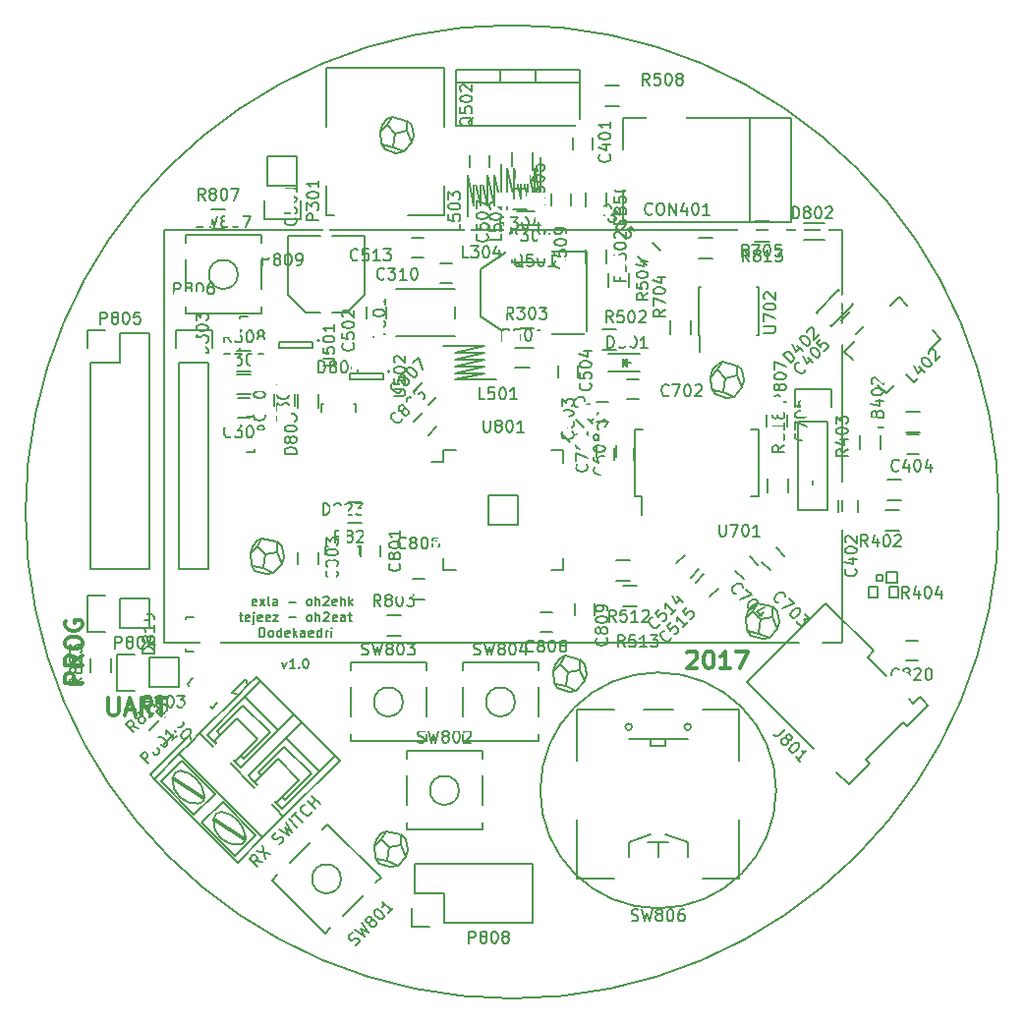
<source format=gto>
G04 #@! TF.FileFunction,Legend,Top*
%FSLAX46Y46*%
G04 Gerber Fmt 4.6, Leading zero omitted, Abs format (unit mm)*
G04 Created by KiCad (PCBNEW 4.0.5-e0-6337~49~ubuntu14.04.1) date Fri Jan 20 00:49:03 2017*
%MOMM*%
%LPD*%
G01*
G04 APERTURE LIST*
%ADD10C,0.200000*%
%ADD11C,0.300000*%
%ADD12C,0.150000*%
%ADD13R,1.500000X1.250000*%
%ADD14R,0.600000X1.500000*%
%ADD15R,1.250000X1.500000*%
%ADD16R,0.600000X3.400000*%
%ADD17R,3.500120X3.500120*%
%ADD18R,0.600000X0.700000*%
%ADD19R,1.198880X1.198880*%
%ADD20R,1.800860X0.800100*%
%ADD21R,0.800100X1.800860*%
%ADD22R,1.500000X1.300000*%
%ADD23C,2.000000*%
%ADD24R,1.500000X0.600000*%
%ADD25C,2.024000*%
%ADD26C,3.500000*%
%ADD27C,1.981200*%
%ADD28O,0.950000X1.250000*%
%ADD29O,1.550000X1.000000*%
%ADD30R,2.032000X2.032000*%
%ADD31O,2.032000X2.032000*%
%ADD32R,1.727200X1.727200*%
%ADD33O,1.727200X1.727200*%
%ADD34R,2.032000X1.727200*%
%ADD35O,2.032000X1.727200*%
%ADD36R,2.032000X3.657600*%
%ADD37R,2.032000X1.016000*%
%ADD38O,1.501140X2.499360*%
%ADD39R,1.300000X1.500000*%
%ADD40R,2.750000X1.000000*%
%ADD41C,4.000000*%
%ADD42R,2.400000X0.760000*%
%ADD43R,0.650000X1.560000*%
%ADD44R,0.450000X1.750000*%
%ADD45R,0.600000X1.550000*%
%ADD46R,1.000000X0.250000*%
%ADD47R,0.250000X1.000000*%
%ADD48R,0.800000X0.900000*%
%ADD49R,1.200000X2.000000*%
G04 APERTURE END LIST*
D10*
X165000000Y-93301146D02*
X165400000Y-93101146D01*
X165400000Y-93101146D02*
X165000000Y-93801146D01*
X166700000Y-94301146D02*
X165700000Y-94501146D01*
X166700000Y-94301146D02*
X166700000Y-93401146D01*
X166600000Y-93401146D02*
X165400000Y-93101146D01*
X164600000Y-93801146D02*
X165000000Y-93301146D01*
X164400000Y-94401146D02*
X165000000Y-93801146D01*
X165700000Y-94501146D02*
X165500000Y-95601146D01*
X164800000Y-95901146D02*
X164500000Y-95401146D01*
X164400000Y-94401146D02*
X164600000Y-93801146D01*
X164500000Y-95401146D02*
X164400000Y-94401146D01*
X165000000Y-93801146D02*
X165700000Y-94501146D01*
X165500000Y-95701146D02*
X164600000Y-95501146D01*
X165800000Y-96201146D02*
X164800000Y-95901146D01*
X166400000Y-96101146D02*
X165800000Y-96201146D01*
X165500000Y-95701146D02*
X166400000Y-96101146D01*
X167100000Y-95301146D02*
X166700000Y-94301146D01*
X166400000Y-96101146D02*
X167100000Y-95301146D01*
X167100000Y-93801146D02*
X167300000Y-94701146D01*
X166700000Y-93401146D02*
X167100000Y-93801146D01*
X167300000Y-94701146D02*
X167100000Y-95301146D01*
X161946800Y-72499946D02*
X162346800Y-72299946D01*
X162346800Y-72299946D02*
X161946800Y-72999946D01*
X163646800Y-73499946D02*
X162646800Y-73699946D01*
X163646800Y-73499946D02*
X163646800Y-72599946D01*
X163546800Y-72599946D02*
X162346800Y-72299946D01*
X161546800Y-72999946D02*
X161946800Y-72499946D01*
X161346800Y-73599946D02*
X161946800Y-72999946D01*
X162646800Y-73699946D02*
X162446800Y-74799946D01*
X161746800Y-75099946D02*
X161446800Y-74599946D01*
X161346800Y-73599946D02*
X161546800Y-72999946D01*
X161446800Y-74599946D02*
X161346800Y-73599946D01*
X161946800Y-72999946D02*
X162646800Y-73699946D01*
X162446800Y-74899946D02*
X161546800Y-74699946D01*
X162746800Y-75399946D02*
X161746800Y-75099946D01*
X163346800Y-75299946D02*
X162746800Y-75399946D01*
X162446800Y-74899946D02*
X163346800Y-75299946D01*
X164046800Y-74499946D02*
X163646800Y-73499946D01*
X163346800Y-75299946D02*
X164046800Y-74499946D01*
X164046800Y-72999946D02*
X164246800Y-73899946D01*
X163646800Y-72599946D02*
X164046800Y-72999946D01*
X164246800Y-73899946D02*
X164046800Y-74499946D01*
X133500000Y-51401146D02*
X133900000Y-51201146D01*
X133900000Y-51201146D02*
X133500000Y-51901146D01*
X135200000Y-52401146D02*
X134200000Y-52601146D01*
X135200000Y-52401146D02*
X135200000Y-51501146D01*
X135100000Y-51501146D02*
X133900000Y-51201146D01*
X133100000Y-51901146D02*
X133500000Y-51401146D01*
X132900000Y-52501146D02*
X133500000Y-51901146D01*
X134200000Y-52601146D02*
X134000000Y-53701146D01*
X133300000Y-54001146D02*
X133000000Y-53501146D01*
X132900000Y-52501146D02*
X133100000Y-51901146D01*
X133000000Y-53501146D02*
X132900000Y-52501146D01*
X133500000Y-51901146D02*
X134200000Y-52601146D01*
X134000000Y-53801146D02*
X133100000Y-53601146D01*
X134300000Y-54301146D02*
X133300000Y-54001146D01*
X134900000Y-54201146D02*
X134300000Y-54301146D01*
X134000000Y-53801146D02*
X134900000Y-54201146D01*
X135600000Y-53401146D02*
X135200000Y-52401146D01*
X134900000Y-54201146D02*
X135600000Y-53401146D01*
X135600000Y-51901146D02*
X135800000Y-52801146D01*
X135200000Y-51501146D02*
X135600000Y-51901146D01*
X135800000Y-52801146D02*
X135600000Y-53401146D01*
X132990800Y-112925546D02*
X133390800Y-112725546D01*
X133390800Y-112725546D02*
X132990800Y-113425546D01*
X134690800Y-113925546D02*
X133690800Y-114125546D01*
X134690800Y-113925546D02*
X134690800Y-113025546D01*
X134590800Y-113025546D02*
X133390800Y-112725546D01*
X132590800Y-113425546D02*
X132990800Y-112925546D01*
X132390800Y-114025546D02*
X132990800Y-113425546D01*
X133690800Y-114125546D02*
X133490800Y-115225546D01*
X132790800Y-115525546D02*
X132490800Y-115025546D01*
X132390800Y-114025546D02*
X132590800Y-113425546D01*
X132490800Y-115025546D02*
X132390800Y-114025546D01*
X132990800Y-113425546D02*
X133690800Y-114125546D01*
X133490800Y-115325546D02*
X132590800Y-115125546D01*
X133790800Y-115825546D02*
X132790800Y-115525546D01*
X134390800Y-115725546D02*
X133790800Y-115825546D01*
X133490800Y-115325546D02*
X134390800Y-115725546D01*
X135090800Y-114925546D02*
X134690800Y-113925546D01*
X134390800Y-115725546D02*
X135090800Y-114925546D01*
X135090800Y-113425546D02*
X135290800Y-114325546D01*
X134690800Y-113025546D02*
X135090800Y-113425546D01*
X135290800Y-114325546D02*
X135090800Y-114925546D01*
X122300000Y-87701146D02*
X122700000Y-87501146D01*
X122700000Y-87501146D02*
X122300000Y-88201146D01*
X124000000Y-88701146D02*
X123000000Y-88901146D01*
X124000000Y-88701146D02*
X124000000Y-87801146D01*
X123900000Y-87801146D02*
X122700000Y-87501146D01*
X121900000Y-88201146D02*
X122300000Y-87701146D01*
X121700000Y-88801146D02*
X122300000Y-88201146D01*
X123000000Y-88901146D02*
X122800000Y-90001146D01*
X122100000Y-90301146D02*
X121800000Y-89801146D01*
X121700000Y-88801146D02*
X121900000Y-88201146D01*
X121800000Y-89801146D02*
X121700000Y-88801146D01*
X122300000Y-88201146D02*
X123000000Y-88901146D01*
X122800000Y-90101146D02*
X121900000Y-89901146D01*
X123100000Y-90601146D02*
X122100000Y-90301146D01*
X123700000Y-90501146D02*
X123100000Y-90601146D01*
X122800000Y-90101146D02*
X123700000Y-90501146D01*
X124400000Y-89701146D02*
X124000000Y-88701146D01*
X123700000Y-90501146D02*
X124400000Y-89701146D01*
X124400000Y-88201146D02*
X124600000Y-89101146D01*
X124000000Y-87801146D02*
X124400000Y-88201146D01*
X124600000Y-89101146D02*
X124400000Y-89701146D01*
X150486800Y-98333546D02*
X150686800Y-99233546D01*
X150086800Y-98833546D02*
X150086800Y-97933546D01*
X148386800Y-98333546D02*
X149086800Y-99033546D01*
X150086800Y-97933546D02*
X150486800Y-98333546D01*
X149986800Y-97933546D02*
X148786800Y-97633546D01*
X148386800Y-97833546D02*
X148786800Y-97633546D01*
X150086800Y-98833546D02*
X149086800Y-99033546D01*
X150486800Y-99833546D02*
X150086800Y-98833546D01*
X150686800Y-99233546D02*
X150486800Y-99833546D01*
X149786800Y-100633546D02*
X149186800Y-100733546D01*
X149786800Y-100633546D02*
X150486800Y-99833546D01*
X148886800Y-100233546D02*
X149786800Y-100633546D01*
X147986800Y-98333546D02*
X148386800Y-97833546D01*
X147786800Y-98933546D02*
X147986800Y-98333546D01*
X147786800Y-98933546D02*
X148386800Y-98333546D01*
X148786800Y-97633546D02*
X148386800Y-98333546D01*
X149086800Y-99033546D02*
X148886800Y-100133546D01*
X149186800Y-100733546D02*
X148186800Y-100433546D01*
X148886800Y-100233546D02*
X147986800Y-100033546D01*
X148186800Y-100433546D02*
X147886800Y-99933546D01*
X147886800Y-99933546D02*
X147786800Y-98933546D01*
D11*
X159353572Y-97365429D02*
X159425001Y-97294000D01*
X159567858Y-97222571D01*
X159925001Y-97222571D01*
X160067858Y-97294000D01*
X160139287Y-97365429D01*
X160210715Y-97508286D01*
X160210715Y-97651143D01*
X160139287Y-97865429D01*
X159282144Y-98722571D01*
X160210715Y-98722571D01*
X161139286Y-97222571D02*
X161282143Y-97222571D01*
X161425000Y-97294000D01*
X161496429Y-97365429D01*
X161567858Y-97508286D01*
X161639286Y-97794000D01*
X161639286Y-98151143D01*
X161567858Y-98436857D01*
X161496429Y-98579714D01*
X161425000Y-98651143D01*
X161282143Y-98722571D01*
X161139286Y-98722571D01*
X160996429Y-98651143D01*
X160925000Y-98579714D01*
X160853572Y-98436857D01*
X160782143Y-98151143D01*
X160782143Y-97794000D01*
X160853572Y-97508286D01*
X160925000Y-97365429D01*
X160996429Y-97294000D01*
X161139286Y-97222571D01*
X163067857Y-98722571D02*
X162210714Y-98722571D01*
X162639286Y-98722571D02*
X162639286Y-97222571D01*
X162496429Y-97436857D01*
X162353571Y-97579714D01*
X162210714Y-97651143D01*
X163567857Y-97222571D02*
X164567857Y-97222571D01*
X163925000Y-98722571D01*
D12*
X122231571Y-93254810D02*
X122155381Y-93292905D01*
X122003000Y-93292905D01*
X121926809Y-93254810D01*
X121888714Y-93178619D01*
X121888714Y-92873857D01*
X121926809Y-92797667D01*
X122003000Y-92759571D01*
X122155381Y-92759571D01*
X122231571Y-92797667D01*
X122269666Y-92873857D01*
X122269666Y-92950048D01*
X121888714Y-93026238D01*
X122536333Y-93292905D02*
X122955380Y-92759571D01*
X122536333Y-92759571D02*
X122955380Y-93292905D01*
X123374428Y-93292905D02*
X123298237Y-93254810D01*
X123260142Y-93178619D01*
X123260142Y-92492905D01*
X124022047Y-93292905D02*
X124022047Y-92873857D01*
X123983952Y-92797667D01*
X123907762Y-92759571D01*
X123755381Y-92759571D01*
X123679190Y-92797667D01*
X124022047Y-93254810D02*
X123945857Y-93292905D01*
X123755381Y-93292905D01*
X123679190Y-93254810D01*
X123641095Y-93178619D01*
X123641095Y-93102429D01*
X123679190Y-93026238D01*
X123755381Y-92988143D01*
X123945857Y-92988143D01*
X124022047Y-92950048D01*
X125012524Y-92988143D02*
X125622048Y-92988143D01*
X126726810Y-93292905D02*
X126650619Y-93254810D01*
X126612524Y-93216714D01*
X126574429Y-93140524D01*
X126574429Y-92911952D01*
X126612524Y-92835762D01*
X126650619Y-92797667D01*
X126726810Y-92759571D01*
X126841096Y-92759571D01*
X126917286Y-92797667D01*
X126955381Y-92835762D01*
X126993477Y-92911952D01*
X126993477Y-93140524D01*
X126955381Y-93216714D01*
X126917286Y-93254810D01*
X126841096Y-93292905D01*
X126726810Y-93292905D01*
X127336334Y-93292905D02*
X127336334Y-92492905D01*
X127679191Y-93292905D02*
X127679191Y-92873857D01*
X127641096Y-92797667D01*
X127564906Y-92759571D01*
X127450620Y-92759571D01*
X127374429Y-92797667D01*
X127336334Y-92835762D01*
X128022049Y-92569095D02*
X128060144Y-92531000D01*
X128136335Y-92492905D01*
X128326811Y-92492905D01*
X128403001Y-92531000D01*
X128441097Y-92569095D01*
X128479192Y-92645286D01*
X128479192Y-92721476D01*
X128441097Y-92835762D01*
X127983954Y-93292905D01*
X128479192Y-93292905D01*
X129126811Y-93254810D02*
X129050621Y-93292905D01*
X128898240Y-93292905D01*
X128822049Y-93254810D01*
X128783954Y-93178619D01*
X128783954Y-92873857D01*
X128822049Y-92797667D01*
X128898240Y-92759571D01*
X129050621Y-92759571D01*
X129126811Y-92797667D01*
X129164906Y-92873857D01*
X129164906Y-92950048D01*
X128783954Y-93026238D01*
X129507763Y-93292905D02*
X129507763Y-92492905D01*
X129850620Y-93292905D02*
X129850620Y-92873857D01*
X129812525Y-92797667D01*
X129736335Y-92759571D01*
X129622049Y-92759571D01*
X129545858Y-92797667D01*
X129507763Y-92835762D01*
X130231573Y-93292905D02*
X130231573Y-92492905D01*
X130307764Y-92988143D02*
X130536335Y-93292905D01*
X130536335Y-92759571D02*
X130231573Y-93064333D01*
X120764904Y-94109571D02*
X121069666Y-94109571D01*
X120879190Y-93842905D02*
X120879190Y-94528619D01*
X120917285Y-94604810D01*
X120993476Y-94642905D01*
X121069666Y-94642905D01*
X121641095Y-94604810D02*
X121564905Y-94642905D01*
X121412524Y-94642905D01*
X121336333Y-94604810D01*
X121298238Y-94528619D01*
X121298238Y-94223857D01*
X121336333Y-94147667D01*
X121412524Y-94109571D01*
X121564905Y-94109571D01*
X121641095Y-94147667D01*
X121679190Y-94223857D01*
X121679190Y-94300048D01*
X121298238Y-94376238D01*
X122022047Y-94109571D02*
X122022047Y-94795286D01*
X121983952Y-94871476D01*
X121907761Y-94909571D01*
X121869666Y-94909571D01*
X122022047Y-93842905D02*
X121983952Y-93881000D01*
X122022047Y-93919095D01*
X122060142Y-93881000D01*
X122022047Y-93842905D01*
X122022047Y-93919095D01*
X122707761Y-94604810D02*
X122631571Y-94642905D01*
X122479190Y-94642905D01*
X122402999Y-94604810D01*
X122364904Y-94528619D01*
X122364904Y-94223857D01*
X122402999Y-94147667D01*
X122479190Y-94109571D01*
X122631571Y-94109571D01*
X122707761Y-94147667D01*
X122745856Y-94223857D01*
X122745856Y-94300048D01*
X122364904Y-94376238D01*
X123393475Y-94604810D02*
X123317285Y-94642905D01*
X123164904Y-94642905D01*
X123088713Y-94604810D01*
X123050618Y-94528619D01*
X123050618Y-94223857D01*
X123088713Y-94147667D01*
X123164904Y-94109571D01*
X123317285Y-94109571D01*
X123393475Y-94147667D01*
X123431570Y-94223857D01*
X123431570Y-94300048D01*
X123050618Y-94376238D01*
X123698237Y-94109571D02*
X124117284Y-94109571D01*
X123698237Y-94642905D01*
X124117284Y-94642905D01*
X125031570Y-94338143D02*
X125641094Y-94338143D01*
X126745856Y-94642905D02*
X126669665Y-94604810D01*
X126631570Y-94566714D01*
X126593475Y-94490524D01*
X126593475Y-94261952D01*
X126631570Y-94185762D01*
X126669665Y-94147667D01*
X126745856Y-94109571D01*
X126860142Y-94109571D01*
X126936332Y-94147667D01*
X126974427Y-94185762D01*
X127012523Y-94261952D01*
X127012523Y-94490524D01*
X126974427Y-94566714D01*
X126936332Y-94604810D01*
X126860142Y-94642905D01*
X126745856Y-94642905D01*
X127355380Y-94642905D02*
X127355380Y-93842905D01*
X127698237Y-94642905D02*
X127698237Y-94223857D01*
X127660142Y-94147667D01*
X127583952Y-94109571D01*
X127469666Y-94109571D01*
X127393475Y-94147667D01*
X127355380Y-94185762D01*
X128041095Y-93919095D02*
X128079190Y-93881000D01*
X128155381Y-93842905D01*
X128345857Y-93842905D01*
X128422047Y-93881000D01*
X128460143Y-93919095D01*
X128498238Y-93995286D01*
X128498238Y-94071476D01*
X128460143Y-94185762D01*
X128003000Y-94642905D01*
X128498238Y-94642905D01*
X129145857Y-94604810D02*
X129069667Y-94642905D01*
X128917286Y-94642905D01*
X128841095Y-94604810D01*
X128803000Y-94528619D01*
X128803000Y-94223857D01*
X128841095Y-94147667D01*
X128917286Y-94109571D01*
X129069667Y-94109571D01*
X129145857Y-94147667D01*
X129183952Y-94223857D01*
X129183952Y-94300048D01*
X128803000Y-94376238D01*
X129869666Y-94642905D02*
X129869666Y-94223857D01*
X129831571Y-94147667D01*
X129755381Y-94109571D01*
X129603000Y-94109571D01*
X129526809Y-94147667D01*
X129869666Y-94604810D02*
X129793476Y-94642905D01*
X129603000Y-94642905D01*
X129526809Y-94604810D01*
X129488714Y-94528619D01*
X129488714Y-94452429D01*
X129526809Y-94376238D01*
X129603000Y-94338143D01*
X129793476Y-94338143D01*
X129869666Y-94300048D01*
X130136333Y-94109571D02*
X130441095Y-94109571D01*
X130250619Y-93842905D02*
X130250619Y-94528619D01*
X130288714Y-94604810D01*
X130364905Y-94642905D01*
X130441095Y-94642905D01*
X122498238Y-95992905D02*
X122498238Y-95192905D01*
X122688714Y-95192905D01*
X122803000Y-95231000D01*
X122879191Y-95307190D01*
X122917286Y-95383381D01*
X122955381Y-95535762D01*
X122955381Y-95650048D01*
X122917286Y-95802429D01*
X122879191Y-95878619D01*
X122803000Y-95954810D01*
X122688714Y-95992905D01*
X122498238Y-95992905D01*
X123412524Y-95992905D02*
X123336333Y-95954810D01*
X123298238Y-95916714D01*
X123260143Y-95840524D01*
X123260143Y-95611952D01*
X123298238Y-95535762D01*
X123336333Y-95497667D01*
X123412524Y-95459571D01*
X123526810Y-95459571D01*
X123603000Y-95497667D01*
X123641095Y-95535762D01*
X123679191Y-95611952D01*
X123679191Y-95840524D01*
X123641095Y-95916714D01*
X123603000Y-95954810D01*
X123526810Y-95992905D01*
X123412524Y-95992905D01*
X124364905Y-95992905D02*
X124364905Y-95192905D01*
X124364905Y-95954810D02*
X124288715Y-95992905D01*
X124136334Y-95992905D01*
X124060143Y-95954810D01*
X124022048Y-95916714D01*
X123983953Y-95840524D01*
X123983953Y-95611952D01*
X124022048Y-95535762D01*
X124060143Y-95497667D01*
X124136334Y-95459571D01*
X124288715Y-95459571D01*
X124364905Y-95497667D01*
X125050620Y-95954810D02*
X124974430Y-95992905D01*
X124822049Y-95992905D01*
X124745858Y-95954810D01*
X124707763Y-95878619D01*
X124707763Y-95573857D01*
X124745858Y-95497667D01*
X124822049Y-95459571D01*
X124974430Y-95459571D01*
X125050620Y-95497667D01*
X125088715Y-95573857D01*
X125088715Y-95650048D01*
X124707763Y-95726238D01*
X125431572Y-95992905D02*
X125431572Y-95192905D01*
X125507763Y-95688143D02*
X125736334Y-95992905D01*
X125736334Y-95459571D02*
X125431572Y-95764333D01*
X126422048Y-95992905D02*
X126422048Y-95573857D01*
X126383953Y-95497667D01*
X126307763Y-95459571D01*
X126155382Y-95459571D01*
X126079191Y-95497667D01*
X126422048Y-95954810D02*
X126345858Y-95992905D01*
X126155382Y-95992905D01*
X126079191Y-95954810D01*
X126041096Y-95878619D01*
X126041096Y-95802429D01*
X126079191Y-95726238D01*
X126155382Y-95688143D01*
X126345858Y-95688143D01*
X126422048Y-95650048D01*
X127107763Y-95954810D02*
X127031573Y-95992905D01*
X126879192Y-95992905D01*
X126803001Y-95954810D01*
X126764906Y-95878619D01*
X126764906Y-95573857D01*
X126803001Y-95497667D01*
X126879192Y-95459571D01*
X127031573Y-95459571D01*
X127107763Y-95497667D01*
X127145858Y-95573857D01*
X127145858Y-95650048D01*
X126764906Y-95726238D01*
X127831572Y-95992905D02*
X127831572Y-95192905D01*
X127831572Y-95954810D02*
X127755382Y-95992905D01*
X127603001Y-95992905D01*
X127526810Y-95954810D01*
X127488715Y-95916714D01*
X127450620Y-95840524D01*
X127450620Y-95611952D01*
X127488715Y-95535762D01*
X127526810Y-95497667D01*
X127603001Y-95459571D01*
X127755382Y-95459571D01*
X127831572Y-95497667D01*
X128212525Y-95992905D02*
X128212525Y-95459571D01*
X128212525Y-95611952D02*
X128250620Y-95535762D01*
X128288716Y-95497667D01*
X128364906Y-95459571D01*
X128441097Y-95459571D01*
X128707763Y-95992905D02*
X128707763Y-95459571D01*
X128707763Y-95192905D02*
X128669668Y-95231000D01*
X128707763Y-95269095D01*
X128745858Y-95231000D01*
X128707763Y-95192905D01*
X128707763Y-95269095D01*
X124460143Y-98159571D02*
X124650619Y-98692905D01*
X124841095Y-98159571D01*
X125564905Y-98692905D02*
X125107762Y-98692905D01*
X125336333Y-98692905D02*
X125336333Y-97892905D01*
X125260143Y-98007190D01*
X125183952Y-98083381D01*
X125107762Y-98121476D01*
X125907762Y-98616714D02*
X125945857Y-98654810D01*
X125907762Y-98692905D01*
X125869667Y-98654810D01*
X125907762Y-98616714D01*
X125907762Y-98692905D01*
X126441095Y-97892905D02*
X126517286Y-97892905D01*
X126593476Y-97931000D01*
X126631571Y-97969095D01*
X126669667Y-98045286D01*
X126707762Y-98197667D01*
X126707762Y-98388143D01*
X126669667Y-98540524D01*
X126631571Y-98616714D01*
X126593476Y-98654810D01*
X126517286Y-98692905D01*
X126441095Y-98692905D01*
X126364905Y-98654810D01*
X126326809Y-98616714D01*
X126288714Y-98540524D01*
X126250619Y-98388143D01*
X126250619Y-98197667D01*
X126288714Y-98045286D01*
X126326809Y-97969095D01*
X126364905Y-97931000D01*
X126441095Y-97892905D01*
D10*
X175006000Y-91694000D02*
X175768000Y-91694000D01*
X175006000Y-92583000D02*
X175006000Y-91694000D01*
X175768000Y-92583000D02*
X175006000Y-92583000D01*
X175768000Y-91694000D02*
X175768000Y-92583000D01*
X176149000Y-90678000D02*
X175641000Y-90678000D01*
X176149000Y-91186000D02*
X176149000Y-90678000D01*
X175641000Y-91186000D02*
X176149000Y-91186000D01*
X175641000Y-90678000D02*
X175641000Y-91186000D01*
X176530000Y-90424000D02*
X177419000Y-90424000D01*
X176530000Y-91313000D02*
X176530000Y-90424000D01*
X177419000Y-91313000D02*
X176530000Y-91313000D01*
X177419000Y-90424000D02*
X177419000Y-91313000D01*
X176784000Y-91694000D02*
X177546000Y-91694000D01*
X176784000Y-92583000D02*
X176784000Y-91694000D01*
X177546000Y-92583000D02*
X176784000Y-92583000D01*
X177546000Y-91694000D02*
X177546000Y-92583000D01*
X122744203Y-115385561D02*
X122171782Y-115284545D01*
X122340141Y-115789622D02*
X121633035Y-115082515D01*
X121902409Y-114813141D01*
X122003424Y-114779469D01*
X122070768Y-114779469D01*
X122171783Y-114813141D01*
X122272798Y-114914156D01*
X122306470Y-115015171D01*
X122306470Y-115082514D01*
X122272798Y-115183530D01*
X122003424Y-115452904D01*
X122272798Y-114442752D02*
X123451310Y-114678454D01*
X122744203Y-113971347D02*
X122979905Y-115149859D01*
X124192088Y-113870332D02*
X124326775Y-113802988D01*
X124495134Y-113634629D01*
X124528806Y-113533614D01*
X124528806Y-113466271D01*
X124495134Y-113365255D01*
X124427791Y-113297912D01*
X124326776Y-113264240D01*
X124259432Y-113264240D01*
X124158416Y-113297911D01*
X123990057Y-113398927D01*
X123889042Y-113432599D01*
X123821698Y-113432599D01*
X123720683Y-113398927D01*
X123653340Y-113331584D01*
X123619668Y-113230569D01*
X123619668Y-113163225D01*
X123653340Y-113062210D01*
X123821699Y-112893851D01*
X123956386Y-112826507D01*
X124158416Y-112557133D02*
X125033882Y-113095882D01*
X124663493Y-112456118D01*
X125303256Y-112826507D01*
X124764508Y-111951042D01*
X125740988Y-112388775D02*
X125033882Y-111681668D01*
X125269584Y-111445966D02*
X125673645Y-111041905D01*
X126178721Y-111951043D02*
X125471614Y-111243936D01*
X126953172Y-111041905D02*
X126953172Y-111109248D01*
X126885828Y-111243935D01*
X126818485Y-111311279D01*
X126683797Y-111378623D01*
X126549110Y-111378623D01*
X126448095Y-111344951D01*
X126279737Y-111243936D01*
X126178721Y-111142920D01*
X126077706Y-110974561D01*
X126044034Y-110873546D01*
X126044034Y-110738859D01*
X126111378Y-110604172D01*
X126178721Y-110536828D01*
X126313408Y-110469485D01*
X126380752Y-110469485D01*
X127323561Y-110806203D02*
X126616454Y-110099096D01*
X126953171Y-110435813D02*
X127357232Y-110031752D01*
X127727622Y-110402141D02*
X127020515Y-109695035D01*
D11*
X109494143Y-101223071D02*
X109494143Y-102437357D01*
X109565571Y-102580214D01*
X109637000Y-102651643D01*
X109779857Y-102723071D01*
X110065571Y-102723071D01*
X110208429Y-102651643D01*
X110279857Y-102580214D01*
X110351286Y-102437357D01*
X110351286Y-101223071D01*
X110994143Y-102294500D02*
X111708429Y-102294500D01*
X110851286Y-102723071D02*
X111351286Y-101223071D01*
X111851286Y-102723071D01*
X113208429Y-102723071D02*
X112708429Y-102008786D01*
X112351286Y-102723071D02*
X112351286Y-101223071D01*
X112922714Y-101223071D01*
X113065572Y-101294500D01*
X113137000Y-101365929D01*
X113208429Y-101508786D01*
X113208429Y-101723071D01*
X113137000Y-101865929D01*
X113065572Y-101937357D01*
X112922714Y-102008786D01*
X112351286Y-102008786D01*
X113637000Y-101223071D02*
X114494143Y-101223071D01*
X114065572Y-102723071D02*
X114065572Y-101223071D01*
X107231571Y-99960571D02*
X105731571Y-99960571D01*
X105731571Y-99389143D01*
X105803000Y-99246285D01*
X105874429Y-99174857D01*
X106017286Y-99103428D01*
X106231571Y-99103428D01*
X106374429Y-99174857D01*
X106445857Y-99246285D01*
X106517286Y-99389143D01*
X106517286Y-99960571D01*
X107231571Y-97603428D02*
X106517286Y-98103428D01*
X107231571Y-98460571D02*
X105731571Y-98460571D01*
X105731571Y-97889143D01*
X105803000Y-97746285D01*
X105874429Y-97674857D01*
X106017286Y-97603428D01*
X106231571Y-97603428D01*
X106374429Y-97674857D01*
X106445857Y-97746285D01*
X106517286Y-97889143D01*
X106517286Y-98460571D01*
X105731571Y-96674857D02*
X105731571Y-96389143D01*
X105803000Y-96246285D01*
X105945857Y-96103428D01*
X106231571Y-96032000D01*
X106731571Y-96032000D01*
X107017286Y-96103428D01*
X107160143Y-96246285D01*
X107231571Y-96389143D01*
X107231571Y-96674857D01*
X107160143Y-96817714D01*
X107017286Y-96960571D01*
X106731571Y-97032000D01*
X106231571Y-97032000D01*
X105945857Y-96960571D01*
X105803000Y-96817714D01*
X105731571Y-96674857D01*
X105803000Y-94603428D02*
X105731571Y-94746285D01*
X105731571Y-94960571D01*
X105803000Y-95174856D01*
X105945857Y-95317714D01*
X106088714Y-95389142D01*
X106374429Y-95460571D01*
X106588714Y-95460571D01*
X106874429Y-95389142D01*
X107017286Y-95317714D01*
X107160143Y-95174856D01*
X107231571Y-94960571D01*
X107231571Y-94817714D01*
X107160143Y-94603428D01*
X107088714Y-94531999D01*
X106588714Y-94531999D01*
X106588714Y-94817714D01*
D10*
X170180000Y-83820000D02*
X170180000Y-82550000D01*
X172720000Y-60960000D02*
X114300000Y-60960000D01*
X172720000Y-96520000D02*
X172720000Y-60960000D01*
X114300000Y-96520000D02*
X172720000Y-96520000D01*
X114300000Y-60960000D02*
X114300000Y-96520000D01*
X186201238Y-85217000D02*
G75*
G03X186201238Y-85217000I-41929238J0D01*
G01*
X167005000Y-109220000D02*
G75*
G03X167005000Y-109220000I-10160000J0D01*
G01*
X144780000Y-83820000D02*
X142240000Y-83820000D01*
X144780000Y-86360000D02*
X144780000Y-83820000D01*
X142240000Y-86360000D02*
X144780000Y-86360000D01*
X142240000Y-83820000D02*
X142240000Y-86360000D01*
D12*
X136707500Y-91034500D02*
X135707500Y-91034500D01*
X135707500Y-92734500D02*
X136707500Y-92734500D01*
X144998000Y-55596000D02*
X145578000Y-58196000D01*
X144998000Y-55596000D02*
X144998000Y-58196000D01*
X145578000Y-55596000D02*
X146158000Y-58196000D01*
X146158000Y-55596000D02*
X146738000Y-58196000D01*
X144418000Y-55596000D02*
X144998000Y-58196000D01*
X143838000Y-55596000D02*
X144418000Y-58196000D01*
X146158000Y-55596000D02*
X146158000Y-58196000D01*
X144418000Y-55596000D02*
X144418000Y-58196000D01*
X145578000Y-55596000D02*
X145578000Y-58196000D01*
X143838000Y-55596000D02*
X143838000Y-59146000D01*
X146738000Y-58196000D02*
X146738000Y-54646000D01*
X123800500Y-75108500D02*
X123800500Y-76108500D01*
X125500500Y-76108500D02*
X125500500Y-75108500D01*
X120658000Y-77113500D02*
X121658000Y-77113500D01*
X121658000Y-75413500D02*
X120658000Y-75413500D01*
X139057000Y-63793000D02*
X138057000Y-63793000D01*
X138057000Y-65493000D02*
X139057000Y-65493000D01*
X149518000Y-52967000D02*
X149518000Y-53967000D01*
X151218000Y-53967000D02*
X151218000Y-52967000D01*
X172378000Y-84209000D02*
X172378000Y-85209000D01*
X174078000Y-85209000D02*
X174078000Y-84209000D01*
X179316000Y-78525000D02*
X178316000Y-78525000D01*
X178316000Y-80225000D02*
X179316000Y-80225000D01*
X173856487Y-69915594D02*
X174563594Y-69208487D01*
X173361513Y-68006406D02*
X172654406Y-68713513D01*
X124968000Y-61468000D02*
X127762000Y-61468000D01*
X131572000Y-61468000D02*
X128778000Y-61468000D01*
X124968000Y-66548000D02*
X124968000Y-61468000D01*
X131572000Y-66548000D02*
X131572000Y-61468000D01*
X130048000Y-68072000D02*
X128778000Y-68072000D01*
X126492000Y-68072000D02*
X127762000Y-68072000D01*
X126492000Y-68072000D02*
X124968000Y-66548000D01*
X131572000Y-66548000D02*
X130048000Y-68072000D01*
X131738000Y-67572000D02*
X131738000Y-68572000D01*
X133438000Y-68572000D02*
X133438000Y-67572000D01*
X152519000Y-75731000D02*
X151519000Y-75731000D01*
X151519000Y-77431000D02*
X152519000Y-77431000D01*
X148248000Y-72652000D02*
X148248000Y-73652000D01*
X149948000Y-73652000D02*
X149948000Y-72652000D01*
X157037594Y-62744513D02*
X156330487Y-62037406D01*
X155128406Y-63239487D02*
X155835513Y-63946594D01*
X140628000Y-54491000D02*
X140628000Y-55491000D01*
X142328000Y-55491000D02*
X142328000Y-54491000D01*
X147613000Y-57793000D02*
X147613000Y-58793000D01*
X149313000Y-58793000D02*
X149313000Y-57793000D01*
X135644000Y-63334000D02*
X136644000Y-63334000D01*
X136644000Y-61634000D02*
X135644000Y-61634000D01*
X151550000Y-79510000D02*
X151550000Y-80510000D01*
X153250000Y-80510000D02*
X153250000Y-79510000D01*
X155186000Y-73826000D02*
X154186000Y-73826000D01*
X154186000Y-75526000D02*
X155186000Y-75526000D01*
X165796406Y-89528487D02*
X166503513Y-90235594D01*
X167705594Y-89033513D02*
X166998487Y-88326406D01*
X163510406Y-90290487D02*
X164217513Y-90997594D01*
X165419594Y-89795513D02*
X164712487Y-89088406D01*
X167918500Y-77843000D02*
X167918500Y-76843000D01*
X166218500Y-76843000D02*
X166218500Y-77843000D01*
X132930000Y-89082500D02*
X132930000Y-88082500D01*
X131230000Y-88082500D02*
X131230000Y-89082500D01*
X127532500Y-89717500D02*
X127532500Y-88717500D01*
X125832500Y-88717500D02*
X125832500Y-89717500D01*
X136531513Y-76705906D02*
X135824406Y-77413013D01*
X137026487Y-78615094D02*
X137733594Y-77907987D01*
X136531513Y-74102406D02*
X135824406Y-74809513D01*
X137026487Y-76011594D02*
X137733594Y-75304487D01*
X146693000Y-95592000D02*
X147693000Y-95592000D01*
X147693000Y-93892000D02*
X146693000Y-93892000D01*
X151345000Y-94099000D02*
X151345000Y-93099000D01*
X149645000Y-93099000D02*
X149645000Y-94099000D01*
X150433594Y-77984513D02*
X149726487Y-77277406D01*
X148524406Y-78479487D02*
X149231513Y-79186594D01*
X178189000Y-98005000D02*
X179189000Y-98005000D01*
X179189000Y-96305000D02*
X178189000Y-96305000D01*
X164782500Y-60253880D02*
X164782500Y-51252120D01*
X168282620Y-60253880D02*
X168282620Y-51252120D01*
X168282620Y-51252120D02*
X153781760Y-51252120D01*
X153781760Y-51252120D02*
X153781760Y-60253880D01*
X153781760Y-60253880D02*
X168282620Y-60253880D01*
X146196000Y-59344000D02*
X144646000Y-59344000D01*
X146196000Y-60544000D02*
X144646000Y-60544000D01*
X170499370Y-68019394D02*
X170589172Y-68109197D01*
X172385223Y-66133541D02*
X172475026Y-66223343D01*
X171756606Y-69276630D02*
X171666803Y-69186828D01*
X173642459Y-67390777D02*
X173552657Y-67300974D01*
X172385223Y-66133541D02*
X170499370Y-68019394D01*
X173642459Y-67390777D02*
X171756606Y-69276630D01*
X152578000Y-73140000D02*
X155278000Y-73140000D01*
X152578000Y-71640000D02*
X155278000Y-71640000D01*
X154078000Y-72540000D02*
X154078000Y-72290000D01*
X154078000Y-72290000D02*
X153928000Y-72440000D01*
X153828000Y-72040000D02*
X153828000Y-72740000D01*
X154178000Y-72390000D02*
X154528000Y-72390000D01*
X153828000Y-72390000D02*
X154178000Y-72040000D01*
X154178000Y-72040000D02*
X154178000Y-72740000D01*
X154178000Y-72740000D02*
X153828000Y-72390000D01*
X121361200Y-77049680D02*
X122062240Y-77049680D01*
X122062240Y-77049680D02*
X122062240Y-77298600D01*
X122062240Y-79848660D02*
X122062240Y-80049320D01*
X122062240Y-80049320D02*
X121361200Y-80049320D01*
X127786180Y-76631800D02*
X127786180Y-75930760D01*
X127786180Y-75930760D02*
X128035100Y-75930760D01*
X130585160Y-75930760D02*
X130785820Y-75930760D01*
X130785820Y-75930760D02*
X130785820Y-76631800D01*
X116827300Y-97257820D02*
X116126260Y-97257820D01*
X116126260Y-97257820D02*
X116126260Y-97008900D01*
X116126260Y-94458840D02*
X116126260Y-94258180D01*
X116126260Y-94258180D02*
X116827300Y-94258180D01*
X118888954Y-101672112D02*
X118393244Y-102167822D01*
X118393244Y-102167822D02*
X118217231Y-101991809D01*
X116414066Y-100188644D02*
X116272178Y-100046756D01*
X116272178Y-100046756D02*
X116767888Y-99551046D01*
X128167180Y-88887300D02*
X128167180Y-88186260D01*
X128167180Y-88186260D02*
X128416100Y-88186260D01*
X130966160Y-88186260D02*
X131166820Y-88186260D01*
X131166820Y-88186260D02*
X131166820Y-88887300D01*
X179416000Y-78345000D02*
X178216000Y-78345000D01*
X178216000Y-76595000D02*
X179416000Y-76595000D01*
X164458164Y-99909159D02*
X170923949Y-93443375D01*
X170205528Y-105656523D02*
X164458164Y-99909159D01*
X174695656Y-106554549D02*
X175054867Y-106913759D01*
X175054867Y-106913759D02*
X173258815Y-108709810D01*
X173258815Y-108709810D02*
X172181185Y-107632179D01*
X178467364Y-103501261D02*
X178287759Y-103680867D01*
X178287759Y-103680867D02*
X177928549Y-103321656D01*
X176312102Y-104938102D02*
X177928549Y-103321656D01*
X176312102Y-104938102D02*
X174695656Y-106554549D01*
X178467364Y-103501261D02*
X180083810Y-101884815D01*
X178467364Y-101346000D02*
X178826574Y-101705210D01*
X178826574Y-101705210D02*
X179365390Y-101166395D01*
X179365390Y-101166395D02*
X179724600Y-101525605D01*
X179724600Y-101525605D02*
X180083810Y-101884815D01*
X170923949Y-93443375D02*
X171283159Y-93084164D01*
X171283159Y-93084164D02*
X175414077Y-97215082D01*
X175414077Y-97215082D02*
X174875261Y-97753898D01*
X174875261Y-97753898D02*
X176491708Y-99370344D01*
X178295236Y-67453503D02*
X177576815Y-66735082D01*
X177576815Y-66735082D02*
X176858395Y-67453503D01*
X177217605Y-74278497D02*
X176499185Y-74996918D01*
X176499185Y-74996918D02*
X175780764Y-74278497D01*
X173805108Y-70506790D02*
X172907082Y-71404815D01*
X172907082Y-71404815D02*
X173625503Y-72123236D01*
X180270892Y-71225210D02*
X181168918Y-70327185D01*
X181168918Y-70327185D02*
X180450497Y-69608764D01*
X141914400Y-72100000D02*
X139314400Y-72680000D01*
X141914400Y-72100000D02*
X139314400Y-72100000D01*
X141914400Y-72680000D02*
X139314400Y-73260000D01*
X141914400Y-73260000D02*
X139314400Y-73840000D01*
X141914400Y-71520000D02*
X139314400Y-72100000D01*
X141914400Y-70940000D02*
X139314400Y-71520000D01*
X141914400Y-73260000D02*
X139314400Y-73260000D01*
X141914400Y-71520000D02*
X139314400Y-71520000D01*
X141914400Y-72680000D02*
X139314400Y-72680000D01*
X141914400Y-70940000D02*
X138364400Y-70940000D01*
X139314400Y-73840000D02*
X142864400Y-73840000D01*
X142149000Y-58831000D02*
X141569000Y-56231000D01*
X142149000Y-58831000D02*
X142149000Y-56231000D01*
X141569000Y-58831000D02*
X140989000Y-56231000D01*
X140989000Y-58831000D02*
X140409000Y-56231000D01*
X142729000Y-58831000D02*
X142149000Y-56231000D01*
X143309000Y-58831000D02*
X142729000Y-56231000D01*
X140989000Y-58831000D02*
X140989000Y-56231000D01*
X142729000Y-58831000D02*
X142729000Y-56231000D01*
X141569000Y-58831000D02*
X141569000Y-56231000D01*
X143309000Y-58831000D02*
X143309000Y-55281000D01*
X140409000Y-56231000D02*
X140409000Y-59781000D01*
X128270000Y-52070000D02*
X128270000Y-46990000D01*
X128270000Y-46990000D02*
X138430000Y-46990000D01*
X138430000Y-46990000D02*
X138430000Y-52070000D01*
X128905000Y-59690000D02*
X128270000Y-59690000D01*
X128270000Y-59690000D02*
X128270000Y-57150000D01*
X138430000Y-59690000D02*
X135255000Y-59690000D01*
X138430000Y-57150000D02*
X138430000Y-59690000D01*
X125876723Y-108314620D02*
X124080672Y-106518569D01*
X124080672Y-106518569D02*
X122105015Y-108494226D01*
X123901067Y-110290277D02*
X122105015Y-108494226D01*
X125876723Y-108314620D02*
X123901067Y-110290277D01*
X122338502Y-104776400D02*
X120542451Y-102980348D01*
X120542451Y-102980348D02*
X118566794Y-104956005D01*
X120362846Y-106752056D02*
X118566794Y-104956005D01*
X122338502Y-104776400D02*
X120362846Y-106752056D01*
X113412127Y-108242778D02*
X115567389Y-106087517D01*
X113412127Y-108242778D02*
X120614010Y-115444661D01*
X113412127Y-108242778D02*
X113052917Y-107883568D01*
X113052917Y-107883568D02*
X116465415Y-104471071D01*
X116465415Y-104471071D02*
X116645020Y-105009886D01*
X121314753Y-99621733D02*
X121494358Y-100160548D01*
X121494358Y-100160548D02*
X122212778Y-99442127D01*
X120147320Y-100789166D02*
X120686135Y-100968771D01*
X120686135Y-100968771D02*
X121494358Y-100160548D01*
X120147320Y-100789166D02*
X121314753Y-99621733D01*
X125481592Y-102710941D02*
X124134553Y-104057979D01*
X118027979Y-104417189D02*
X121260871Y-101184297D01*
X125481592Y-102710941D02*
X122607910Y-99837259D01*
X122607910Y-99837259D02*
X122212778Y-99442127D01*
X126146131Y-103375480D02*
X124799092Y-104722518D01*
X126146131Y-103375480D02*
X125481592Y-102710941D01*
X124439882Y-110829092D02*
X127672774Y-107596200D01*
X129414661Y-106644010D02*
X129019813Y-106249162D01*
X129019813Y-106249162D02*
X126146131Y-103375480D01*
X124134553Y-104057979D02*
X121260871Y-101184297D01*
X124134553Y-104057979D02*
X120901661Y-107290871D01*
X121260871Y-101184297D02*
X122607910Y-99837259D01*
X124799092Y-104722518D02*
X127672774Y-107596200D01*
X124799092Y-104722518D02*
X121566200Y-107955410D01*
X127672774Y-107596200D02*
X129019813Y-106249162D01*
X121081266Y-101902718D02*
X118836202Y-104147782D01*
X121081266Y-101902718D02*
X123416133Y-104237584D01*
X123416133Y-104237584D02*
X121171069Y-106482648D01*
X124619487Y-105440939D02*
X122374423Y-107686003D01*
X124619487Y-105440939D02*
X126954354Y-107775805D01*
X126954354Y-107775805D02*
X124709290Y-110020869D01*
X124709290Y-110020869D02*
X124439882Y-109751461D01*
X122374423Y-107686003D02*
X122643831Y-107955410D01*
X121171069Y-106482648D02*
X120901661Y-106213241D01*
X118836202Y-104147782D02*
X119105610Y-104417189D01*
X129414661Y-106644010D02*
X124565323Y-111493348D01*
X124565323Y-111493348D02*
X122769271Y-113289400D01*
X116645020Y-105009886D02*
X117363440Y-104291466D01*
X117363440Y-104291466D02*
X120686135Y-100968771D01*
X122769271Y-113289400D02*
X115567389Y-106087517D01*
X122769271Y-113289400D02*
X120614010Y-115444661D01*
X115567389Y-106087517D02*
X116645020Y-105009886D01*
X118656597Y-109535935D02*
X116860546Y-111331987D01*
X116860546Y-111331987D02*
X113986864Y-108458305D01*
X113986864Y-108458305D02*
X115782915Y-106662253D01*
X115782915Y-106662253D02*
X118656597Y-109535935D01*
X119321136Y-110200474D02*
X117525085Y-111996525D01*
X119321136Y-110200474D02*
X122194818Y-113074156D01*
X122194818Y-113074156D02*
X120398767Y-114870207D01*
X117525085Y-111996525D02*
X120398767Y-114870207D01*
X117650808Y-109966988D02*
X115046534Y-108260739D01*
X117650808Y-109787382D02*
X115046534Y-108081134D01*
X121189029Y-113505209D02*
X118582959Y-111797164D01*
X121189029Y-113325603D02*
X118584755Y-111619355D01*
X124439882Y-110829092D02*
X124170474Y-110559685D01*
X121566200Y-107955410D02*
X121835608Y-108224818D01*
X121835608Y-108224818D02*
X124170474Y-110559685D01*
X124565323Y-111493348D02*
X123901067Y-110829092D01*
X123901067Y-110829092D02*
X121566200Y-108494226D01*
X121566200Y-108494226D02*
X120362846Y-107290871D01*
X117363440Y-104291466D02*
X118027979Y-104956005D01*
X118027979Y-104956005D02*
X120362846Y-107290871D01*
X118027979Y-104417189D02*
X118297387Y-104686597D01*
X120901661Y-107290871D02*
X120632253Y-107021464D01*
X120632253Y-107021464D02*
X118297387Y-104686597D01*
X115717012Y-107524682D02*
G75*
G03X114996245Y-108170936I-40064J-680379D01*
G01*
X117741477Y-109661823D02*
G75*
G03X115662580Y-107515378I-2425535J-269244D01*
G01*
X114990210Y-108171668D02*
G75*
G03X117255677Y-110362119I2051737J-144749D01*
G01*
X117184271Y-110360972D02*
G75*
G03X117738815Y-109605981I-16600J593346D01*
G01*
X119257045Y-111061121D02*
G75*
G03X118532669Y-111707361I-41876J-682161D01*
G01*
X121277900Y-113198247D02*
G75*
G03X119199004Y-111051803I-2425533J-269244D01*
G01*
X118520677Y-111709209D02*
G75*
G03X120793898Y-113900340I2055899J-141836D01*
G01*
X120724673Y-113897893D02*
G75*
G03X121275240Y-113142406I-18782J592046D01*
G01*
X113030000Y-97790000D02*
X115570000Y-97790000D01*
X110210000Y-97510000D02*
X111760000Y-97510000D01*
X113030000Y-97790000D02*
X113030000Y-100330000D01*
X111760000Y-100610000D02*
X110210000Y-100610000D01*
X110210000Y-100610000D02*
X110210000Y-97510000D01*
X113030000Y-100330000D02*
X115570000Y-100330000D01*
X115570000Y-100330000D02*
X115570000Y-97790000D01*
X110490000Y-92710000D02*
X113030000Y-92710000D01*
X107670000Y-92430000D02*
X109220000Y-92430000D01*
X110490000Y-92710000D02*
X110490000Y-95250000D01*
X109220000Y-95530000D02*
X107670000Y-95530000D01*
X107670000Y-95530000D02*
X107670000Y-92430000D01*
X110490000Y-95250000D02*
X113030000Y-95250000D01*
X113030000Y-95250000D02*
X113030000Y-92710000D01*
X113030000Y-90170000D02*
X113030000Y-69850000D01*
X107950000Y-72390000D02*
X107950000Y-90170000D01*
X113030000Y-90170000D02*
X107950000Y-90170000D01*
X113030000Y-69850000D02*
X110490000Y-69850000D01*
X109220000Y-69570000D02*
X107670000Y-69570000D01*
X110490000Y-69850000D02*
X110490000Y-72390000D01*
X110490000Y-72390000D02*
X107950000Y-72390000D01*
X107670000Y-69570000D02*
X107670000Y-71120000D01*
X118110000Y-72390000D02*
X118110000Y-90170000D01*
X118110000Y-90170000D02*
X115570000Y-90170000D01*
X115570000Y-90170000D02*
X115570000Y-72390000D01*
X118390000Y-69570000D02*
X118390000Y-71120000D01*
X118110000Y-72390000D02*
X115570000Y-72390000D01*
X115290000Y-71120000D02*
X115290000Y-69570000D01*
X115290000Y-69570000D02*
X118390000Y-69570000D01*
X168910000Y-77470000D02*
X168910000Y-85090000D01*
X171450000Y-77470000D02*
X171450000Y-85090000D01*
X171730000Y-74650000D02*
X171730000Y-76200000D01*
X168910000Y-85090000D02*
X171450000Y-85090000D01*
X171450000Y-77470000D02*
X168910000Y-77470000D01*
X168630000Y-76200000D02*
X168630000Y-74650000D01*
X168630000Y-74650000D02*
X171730000Y-74650000D01*
X138430000Y-120650000D02*
X146050000Y-120650000D01*
X146050000Y-120650000D02*
X146050000Y-115570000D01*
X146050000Y-115570000D02*
X135890000Y-115570000D01*
X135890000Y-115570000D02*
X135890000Y-118110000D01*
X135610000Y-119380000D02*
X135610000Y-120930000D01*
X135890000Y-118110000D02*
X138430000Y-118110000D01*
X138430000Y-118110000D02*
X138430000Y-120650000D01*
X135610000Y-120930000D02*
X137160000Y-120930000D01*
X123190000Y-57150000D02*
X123190000Y-54610000D01*
X122910000Y-59970000D02*
X122910000Y-58420000D01*
X123190000Y-57150000D02*
X125730000Y-57150000D01*
X126010000Y-58420000D02*
X126010000Y-59970000D01*
X126010000Y-59970000D02*
X122910000Y-59970000D01*
X125730000Y-57150000D02*
X125730000Y-54610000D01*
X125730000Y-54610000D02*
X123190000Y-54610000D01*
X147624800Y-69951600D02*
X150672800Y-69951600D01*
X150672800Y-69951600D02*
X150672800Y-62839600D01*
X150672800Y-62839600D02*
X147624800Y-62839600D01*
X144576800Y-69951600D02*
X143814800Y-69951600D01*
X143814800Y-69951600D02*
X141528800Y-68427600D01*
X141528800Y-68427600D02*
X141528800Y-64363600D01*
X141528800Y-64363600D02*
X143814800Y-62839600D01*
X143814800Y-62839600D02*
X144576800Y-62839600D01*
X143256000Y-47117000D02*
X143256000Y-48260000D01*
X146304000Y-47117000D02*
X146304000Y-48260000D01*
X150114000Y-48260000D02*
X150114000Y-51943000D01*
X150114000Y-51943000D02*
X139446000Y-51943000D01*
X139446000Y-51943000D02*
X139446000Y-48260000D01*
X150114000Y-47117000D02*
X150114000Y-48260000D01*
X150114000Y-48260000D02*
X139446000Y-48260000D01*
X139446000Y-48260000D02*
X139446000Y-47117000D01*
X144780000Y-47117000D02*
X139446000Y-47117000D01*
X144780000Y-47117000D02*
X150114000Y-47117000D01*
X127557500Y-75092000D02*
X127557500Y-76292000D01*
X125807500Y-76292000D02*
X125807500Y-75092000D01*
X146091200Y-71131400D02*
X144891200Y-71131400D01*
X144891200Y-69381400D02*
X146091200Y-69381400D01*
X144307000Y-57418000D02*
X145507000Y-57418000D01*
X145507000Y-59168000D02*
X144307000Y-59168000D01*
X121758000Y-73138000D02*
X120558000Y-73138000D01*
X120558000Y-71388000D02*
X121758000Y-71388000D01*
X121758000Y-75106500D02*
X120558000Y-75106500D01*
X120558000Y-73356500D02*
X121758000Y-73356500D01*
X176438000Y-85104000D02*
X177638000Y-85104000D01*
X177638000Y-86854000D02*
X176438000Y-86854000D01*
X174258000Y-79848000D02*
X174258000Y-78648000D01*
X176008000Y-78648000D02*
X176008000Y-79848000D01*
X177765000Y-84187000D02*
X176565000Y-84187000D01*
X176565000Y-82437000D02*
X177765000Y-82437000D01*
X144535600Y-71057800D02*
X145735600Y-71057800D01*
X145735600Y-72807800D02*
X144535600Y-72807800D01*
X152054000Y-69483000D02*
X153254000Y-69483000D01*
X153254000Y-71233000D02*
X152054000Y-71233000D01*
X152541000Y-65878000D02*
X152541000Y-64678000D01*
X154291000Y-64678000D02*
X154291000Y-65878000D01*
X146036000Y-54264000D02*
X146036000Y-55464000D01*
X144286000Y-55464000D02*
X144286000Y-54264000D01*
X134661200Y-95871000D02*
X133461200Y-95871000D01*
X133461200Y-94121000D02*
X134661200Y-94121000D01*
X119535500Y-60882500D02*
X118335500Y-60882500D01*
X118335500Y-59132500D02*
X119535500Y-59132500D01*
X165198500Y-60212000D02*
X166398500Y-60212000D01*
X166398500Y-61962000D02*
X165198500Y-61962000D01*
X168007000Y-82331000D02*
X168007000Y-83531000D01*
X166257000Y-83531000D02*
X166257000Y-82331000D01*
X109714000Y-97825000D02*
X109714000Y-99025000D01*
X107964000Y-99025000D02*
X107964000Y-97825000D01*
X115088983Y-104397954D02*
X114240454Y-105246483D01*
X113003017Y-104009046D02*
X113851546Y-103160517D01*
X129519999Y-116840000D02*
G75*
G03X129519999Y-116840000I-1249999J0D01*
G01*
X127916447Y-112597359D02*
X128376066Y-112137740D01*
X128376066Y-112137740D02*
X132972260Y-116733934D01*
X132972260Y-116733934D02*
X132512641Y-117193553D01*
X124027359Y-116486447D02*
X123567740Y-116946066D01*
X123567740Y-116946066D02*
X128163934Y-121542260D01*
X128163934Y-121542260D02*
X128623553Y-121082641D01*
X125088019Y-115425786D02*
X126855786Y-113658019D01*
X129684214Y-120021981D02*
X131451981Y-118254214D01*
X139680000Y-109220000D02*
G75*
G03X139680000Y-109220000I-1250000J0D01*
G01*
X135180000Y-106470000D02*
X135180000Y-105820000D01*
X135180000Y-105820000D02*
X141680000Y-105820000D01*
X141680000Y-105820000D02*
X141680000Y-106470000D01*
X135180000Y-111970000D02*
X135180000Y-112620000D01*
X135180000Y-112620000D02*
X141680000Y-112620000D01*
X141680000Y-112620000D02*
X141680000Y-111970000D01*
X135180000Y-110470000D02*
X135180000Y-107970000D01*
X141680000Y-110470000D02*
X141680000Y-107970000D01*
X134854000Y-101600000D02*
G75*
G03X134854000Y-101600000I-1250000J0D01*
G01*
X136854000Y-104350000D02*
X136854000Y-105000000D01*
X136854000Y-105000000D02*
X130354000Y-105000000D01*
X130354000Y-105000000D02*
X130354000Y-104350000D01*
X136854000Y-98850000D02*
X136854000Y-98200000D01*
X136854000Y-98200000D02*
X130354000Y-98200000D01*
X130354000Y-98200000D02*
X130354000Y-98850000D01*
X136854000Y-100350000D02*
X136854000Y-102850000D01*
X130354000Y-100350000D02*
X130354000Y-102850000D01*
X144506000Y-101600000D02*
G75*
G03X144506000Y-101600000I-1250000J0D01*
G01*
X146506000Y-104350000D02*
X146506000Y-105000000D01*
X146506000Y-105000000D02*
X140006000Y-105000000D01*
X140006000Y-105000000D02*
X140006000Y-104350000D01*
X146506000Y-98850000D02*
X146506000Y-98200000D01*
X146506000Y-98200000D02*
X140006000Y-98200000D01*
X140006000Y-98200000D02*
X140006000Y-98850000D01*
X146506000Y-100350000D02*
X146506000Y-102850000D01*
X140006000Y-100350000D02*
X140006000Y-102850000D01*
X157734000Y-113665000D02*
X155956000Y-113665000D01*
X156845000Y-113665000D02*
X156845000Y-114935000D01*
X159385000Y-114935000D02*
X159385000Y-113665000D01*
X159385000Y-113665000D02*
X157480000Y-113030000D01*
X154305000Y-114935000D02*
X154305000Y-113665000D01*
X154305000Y-113665000D02*
X156210000Y-113030000D01*
X156210000Y-104775000D02*
X156210000Y-105410000D01*
X156210000Y-105410000D02*
X157480000Y-105410000D01*
X157480000Y-105410000D02*
X157480000Y-104775000D01*
X154305000Y-104775000D02*
X159385000Y-104775000D01*
X159668981Y-103759000D02*
G75*
G03X159668981Y-103759000I-283981J0D01*
G01*
X154588981Y-103759000D02*
G75*
G03X154588981Y-103759000I-283981J0D01*
G01*
X155575000Y-102235000D02*
X158115000Y-102235000D01*
X153035000Y-116840000D02*
X149860000Y-116840000D01*
X149860000Y-116840000D02*
X149860000Y-111760000D01*
X163830000Y-111760000D02*
X163830000Y-116840000D01*
X163830000Y-116840000D02*
X160655000Y-116840000D01*
X160655000Y-102235000D02*
X163830000Y-102235000D01*
X163830000Y-102235000D02*
X163830000Y-106680000D01*
X153035000Y-102235000D02*
X149860000Y-102235000D01*
X149860000Y-102235000D02*
X149860000Y-106680000D01*
X120630000Y-64770000D02*
G75*
G03X120630000Y-64770000I-1250000J0D01*
G01*
X122630000Y-67520000D02*
X122630000Y-68170000D01*
X122630000Y-68170000D02*
X116130000Y-68170000D01*
X116130000Y-68170000D02*
X116130000Y-67520000D01*
X122630000Y-62020000D02*
X122630000Y-61370000D01*
X122630000Y-61370000D02*
X116130000Y-61370000D01*
X116130000Y-61370000D02*
X116130000Y-62020000D01*
X122630000Y-63520000D02*
X122630000Y-66020000D01*
X116130000Y-63520000D02*
X116130000Y-66020000D01*
X139319000Y-68580000D02*
X139319000Y-67564000D01*
X134239000Y-70104000D02*
X139319000Y-70104000D01*
X134239000Y-66040000D02*
X139319000Y-66040000D01*
X127653000Y-70466000D02*
G75*
G03X127653000Y-70466000I-100000J0D01*
G01*
X127053000Y-71116000D02*
X127053000Y-70616000D01*
X124153000Y-71116000D02*
X127053000Y-71116000D01*
X124153000Y-70616000D02*
X124153000Y-71116000D01*
X127053000Y-70616000D02*
X124153000Y-70616000D01*
X133749000Y-73133000D02*
G75*
G03X133749000Y-73133000I-100000J0D01*
G01*
X133149000Y-73783000D02*
X133149000Y-73283000D01*
X130249000Y-73783000D02*
X133149000Y-73783000D01*
X130249000Y-73283000D02*
X130249000Y-73783000D01*
X133149000Y-73283000D02*
X130249000Y-73283000D01*
X154822000Y-83901000D02*
X155397000Y-83901000D01*
X154822000Y-78151000D02*
X155472000Y-78151000D01*
X165472000Y-78151000D02*
X164822000Y-78151000D01*
X165472000Y-83901000D02*
X164822000Y-83901000D01*
X154822000Y-83901000D02*
X154822000Y-78151000D01*
X165472000Y-83901000D02*
X165472000Y-78151000D01*
X155397000Y-83901000D02*
X155397000Y-85501000D01*
X160366000Y-70020000D02*
X160416000Y-70020000D01*
X160366000Y-65870000D02*
X160511000Y-65870000D01*
X165516000Y-65870000D02*
X165371000Y-65870000D01*
X165516000Y-70020000D02*
X165371000Y-70020000D01*
X160366000Y-70020000D02*
X160366000Y-65870000D01*
X165516000Y-70020000D02*
X165516000Y-65870000D01*
X160416000Y-70020000D02*
X160416000Y-71420000D01*
X138335000Y-79915000D02*
X138335000Y-80915000D01*
X148685000Y-79915000D02*
X148685000Y-80990000D01*
X148685000Y-90265000D02*
X148685000Y-89190000D01*
X138335000Y-90265000D02*
X138335000Y-89190000D01*
X138335000Y-79915000D02*
X139410000Y-79915000D01*
X138335000Y-90265000D02*
X139410000Y-90265000D01*
X148685000Y-90265000D02*
X147610000Y-90265000D01*
X148685000Y-79915000D02*
X147610000Y-79915000D01*
X138335000Y-80915000D02*
X137310000Y-80915000D01*
X171216500Y-60387000D02*
X169416500Y-60387000D01*
X171216500Y-61787000D02*
X169416500Y-61787000D01*
X159632487Y-90870594D02*
X160339594Y-90163487D01*
X159137513Y-88961406D02*
X158430406Y-89668513D01*
X161283487Y-92521594D02*
X161990594Y-91814487D01*
X160788513Y-90612406D02*
X160081406Y-91319513D01*
X154397000Y-91172000D02*
X153197000Y-91172000D01*
X153197000Y-89422000D02*
X154397000Y-89422000D01*
X155032000Y-93331000D02*
X153832000Y-93331000D01*
X153832000Y-91581000D02*
X155032000Y-91581000D01*
X153074000Y-79764000D02*
X153074000Y-80764000D01*
X154774000Y-80764000D02*
X154774000Y-79764000D01*
X130083000Y-84405500D02*
X131283000Y-84405500D01*
X131283000Y-86155500D02*
X130083000Y-86155500D01*
X121462800Y-71349820D02*
X120761760Y-71349820D01*
X120761760Y-71349820D02*
X120761760Y-71100900D01*
X120761760Y-68550840D02*
X120761760Y-68350180D01*
X120761760Y-68350180D02*
X121462800Y-68350180D01*
X144272000Y-63500000D02*
X144272000Y-63754000D01*
X144272000Y-63754000D02*
X147066000Y-63754000D01*
X147066000Y-63754000D02*
X147066000Y-63500000D01*
X144272000Y-60960000D02*
X144272000Y-61214000D01*
X144272000Y-60960000D02*
X147066000Y-60960000D01*
X147066000Y-60960000D02*
X147066000Y-61087000D01*
X147066000Y-61087000D02*
X147066000Y-61214000D01*
X157875000Y-69942000D02*
X157875000Y-68742000D01*
X159625000Y-68742000D02*
X159625000Y-69942000D01*
X161509000Y-63359000D02*
X160309000Y-63359000D01*
X160309000Y-61609000D02*
X161509000Y-61609000D01*
X150636000Y-58893000D02*
X150636000Y-57693000D01*
X152386000Y-57693000D02*
X152386000Y-58893000D01*
X153508000Y-50278000D02*
X152308000Y-50278000D01*
X152308000Y-48528000D02*
X153508000Y-48528000D01*
X150636000Y-63846000D02*
X150636000Y-62646000D01*
X152386000Y-62646000D02*
X152386000Y-63846000D01*
X135088453Y-88304643D02*
X135040834Y-88352262D01*
X134897977Y-88399881D01*
X134802739Y-88399881D01*
X134659881Y-88352262D01*
X134564643Y-88257024D01*
X134517024Y-88161786D01*
X134469405Y-87971310D01*
X134469405Y-87828452D01*
X134517024Y-87637976D01*
X134564643Y-87542738D01*
X134659881Y-87447500D01*
X134802739Y-87399881D01*
X134897977Y-87399881D01*
X135040834Y-87447500D01*
X135088453Y-87495119D01*
X135659881Y-87828452D02*
X135564643Y-87780833D01*
X135517024Y-87733214D01*
X135469405Y-87637976D01*
X135469405Y-87590357D01*
X135517024Y-87495119D01*
X135564643Y-87447500D01*
X135659881Y-87399881D01*
X135850358Y-87399881D01*
X135945596Y-87447500D01*
X135993215Y-87495119D01*
X136040834Y-87590357D01*
X136040834Y-87637976D01*
X135993215Y-87733214D01*
X135945596Y-87780833D01*
X135850358Y-87828452D01*
X135659881Y-87828452D01*
X135564643Y-87876071D01*
X135517024Y-87923690D01*
X135469405Y-88018929D01*
X135469405Y-88209405D01*
X135517024Y-88304643D01*
X135564643Y-88352262D01*
X135659881Y-88399881D01*
X135850358Y-88399881D01*
X135945596Y-88352262D01*
X135993215Y-88304643D01*
X136040834Y-88209405D01*
X136040834Y-88018929D01*
X135993215Y-87923690D01*
X135945596Y-87876071D01*
X135850358Y-87828452D01*
X136659881Y-87399881D02*
X136755120Y-87399881D01*
X136850358Y-87447500D01*
X136897977Y-87495119D01*
X136945596Y-87590357D01*
X136993215Y-87780833D01*
X136993215Y-88018929D01*
X136945596Y-88209405D01*
X136897977Y-88304643D01*
X136850358Y-88352262D01*
X136755120Y-88399881D01*
X136659881Y-88399881D01*
X136564643Y-88352262D01*
X136517024Y-88304643D01*
X136469405Y-88209405D01*
X136421786Y-88018929D01*
X136421786Y-87780833D01*
X136469405Y-87590357D01*
X136517024Y-87495119D01*
X136564643Y-87447500D01*
X136659881Y-87399881D01*
X137850358Y-87399881D02*
X137659881Y-87399881D01*
X137564643Y-87447500D01*
X137517024Y-87495119D01*
X137421786Y-87637976D01*
X137374167Y-87828452D01*
X137374167Y-88209405D01*
X137421786Y-88304643D01*
X137469405Y-88352262D01*
X137564643Y-88399881D01*
X137755120Y-88399881D01*
X137850358Y-88352262D01*
X137897977Y-88304643D01*
X137945596Y-88209405D01*
X137945596Y-87971310D01*
X137897977Y-87876071D01*
X137850358Y-87828452D01*
X137755120Y-87780833D01*
X137564643Y-87780833D01*
X137469405Y-87828452D01*
X137421786Y-87876071D01*
X137374167Y-87971310D01*
X143327381Y-61317047D02*
X143327381Y-61793238D01*
X142327381Y-61793238D01*
X142327381Y-60507523D02*
X142327381Y-60983714D01*
X142803571Y-61031333D01*
X142755952Y-60983714D01*
X142708333Y-60888476D01*
X142708333Y-60650380D01*
X142755952Y-60555142D01*
X142803571Y-60507523D01*
X142898810Y-60459904D01*
X143136905Y-60459904D01*
X143232143Y-60507523D01*
X143279762Y-60555142D01*
X143327381Y-60650380D01*
X143327381Y-60888476D01*
X143279762Y-60983714D01*
X143232143Y-61031333D01*
X142327381Y-59840857D02*
X142327381Y-59745618D01*
X142375000Y-59650380D01*
X142422619Y-59602761D01*
X142517857Y-59555142D01*
X142708333Y-59507523D01*
X142946429Y-59507523D01*
X143136905Y-59555142D01*
X143232143Y-59602761D01*
X143279762Y-59650380D01*
X143327381Y-59745618D01*
X143327381Y-59840857D01*
X143279762Y-59936095D01*
X143232143Y-59983714D01*
X143136905Y-60031333D01*
X142946429Y-60078952D01*
X142708333Y-60078952D01*
X142517857Y-60031333D01*
X142422619Y-59983714D01*
X142375000Y-59936095D01*
X142327381Y-59840857D01*
X142422619Y-59126571D02*
X142375000Y-59078952D01*
X142327381Y-58983714D01*
X142327381Y-58745618D01*
X142375000Y-58650380D01*
X142422619Y-58602761D01*
X142517857Y-58555142D01*
X142613095Y-58555142D01*
X142755952Y-58602761D01*
X143327381Y-59174190D01*
X143327381Y-58555142D01*
X122907643Y-76727547D02*
X122955262Y-76775166D01*
X123002881Y-76918023D01*
X123002881Y-77013261D01*
X122955262Y-77156119D01*
X122860024Y-77251357D01*
X122764786Y-77298976D01*
X122574310Y-77346595D01*
X122431452Y-77346595D01*
X122240976Y-77298976D01*
X122145738Y-77251357D01*
X122050500Y-77156119D01*
X122002881Y-77013261D01*
X122002881Y-76918023D01*
X122050500Y-76775166D01*
X122098119Y-76727547D01*
X122002881Y-76394214D02*
X122002881Y-75775166D01*
X122383833Y-76108500D01*
X122383833Y-75965642D01*
X122431452Y-75870404D01*
X122479071Y-75822785D01*
X122574310Y-75775166D01*
X122812405Y-75775166D01*
X122907643Y-75822785D01*
X122955262Y-75870404D01*
X123002881Y-75965642D01*
X123002881Y-76251357D01*
X122955262Y-76346595D01*
X122907643Y-76394214D01*
X122002881Y-75156119D02*
X122002881Y-75060880D01*
X122050500Y-74965642D01*
X122098119Y-74918023D01*
X122193357Y-74870404D01*
X122383833Y-74822785D01*
X122621929Y-74822785D01*
X122812405Y-74870404D01*
X122907643Y-74918023D01*
X122955262Y-74965642D01*
X123002881Y-75060880D01*
X123002881Y-75156119D01*
X122955262Y-75251357D01*
X122907643Y-75298976D01*
X122812405Y-75346595D01*
X122621929Y-75394214D01*
X122383833Y-75394214D01*
X122193357Y-75346595D01*
X122098119Y-75298976D01*
X122050500Y-75251357D01*
X122002881Y-75156119D01*
X122002881Y-73965642D02*
X122002881Y-74156119D01*
X122050500Y-74251357D01*
X122098119Y-74298976D01*
X122240976Y-74394214D01*
X122431452Y-74441833D01*
X122812405Y-74441833D01*
X122907643Y-74394214D01*
X122955262Y-74346595D01*
X123002881Y-74251357D01*
X123002881Y-74060880D01*
X122955262Y-73965642D01*
X122907643Y-73918023D01*
X122812405Y-73870404D01*
X122574310Y-73870404D01*
X122479071Y-73918023D01*
X122431452Y-73965642D01*
X122383833Y-74060880D01*
X122383833Y-74251357D01*
X122431452Y-74346595D01*
X122479071Y-74394214D01*
X122574310Y-74441833D01*
X120038953Y-78720643D02*
X119991334Y-78768262D01*
X119848477Y-78815881D01*
X119753239Y-78815881D01*
X119610381Y-78768262D01*
X119515143Y-78673024D01*
X119467524Y-78577786D01*
X119419905Y-78387310D01*
X119419905Y-78244452D01*
X119467524Y-78053976D01*
X119515143Y-77958738D01*
X119610381Y-77863500D01*
X119753239Y-77815881D01*
X119848477Y-77815881D01*
X119991334Y-77863500D01*
X120038953Y-77911119D01*
X120372286Y-77815881D02*
X120991334Y-77815881D01*
X120658000Y-78196833D01*
X120800858Y-78196833D01*
X120896096Y-78244452D01*
X120943715Y-78292071D01*
X120991334Y-78387310D01*
X120991334Y-78625405D01*
X120943715Y-78720643D01*
X120896096Y-78768262D01*
X120800858Y-78815881D01*
X120515143Y-78815881D01*
X120419905Y-78768262D01*
X120372286Y-78720643D01*
X121610381Y-77815881D02*
X121705620Y-77815881D01*
X121800858Y-77863500D01*
X121848477Y-77911119D01*
X121896096Y-78006357D01*
X121943715Y-78196833D01*
X121943715Y-78434929D01*
X121896096Y-78625405D01*
X121848477Y-78720643D01*
X121800858Y-78768262D01*
X121705620Y-78815881D01*
X121610381Y-78815881D01*
X121515143Y-78768262D01*
X121467524Y-78720643D01*
X121419905Y-78625405D01*
X121372286Y-78434929D01*
X121372286Y-78196833D01*
X121419905Y-78006357D01*
X121467524Y-77911119D01*
X121515143Y-77863500D01*
X121610381Y-77815881D01*
X122515143Y-78244452D02*
X122419905Y-78196833D01*
X122372286Y-78149214D01*
X122324667Y-78053976D01*
X122324667Y-78006357D01*
X122372286Y-77911119D01*
X122419905Y-77863500D01*
X122515143Y-77815881D01*
X122705620Y-77815881D01*
X122800858Y-77863500D01*
X122848477Y-77911119D01*
X122896096Y-78006357D01*
X122896096Y-78053976D01*
X122848477Y-78149214D01*
X122800858Y-78196833D01*
X122705620Y-78244452D01*
X122515143Y-78244452D01*
X122419905Y-78292071D01*
X122372286Y-78339690D01*
X122324667Y-78434929D01*
X122324667Y-78625405D01*
X122372286Y-78720643D01*
X122419905Y-78768262D01*
X122515143Y-78815881D01*
X122705620Y-78815881D01*
X122800858Y-78768262D01*
X122848477Y-78720643D01*
X122896096Y-78625405D01*
X122896096Y-78434929D01*
X122848477Y-78339690D01*
X122800858Y-78292071D01*
X122705620Y-78244452D01*
X133246953Y-65127143D02*
X133199334Y-65174762D01*
X133056477Y-65222381D01*
X132961239Y-65222381D01*
X132818381Y-65174762D01*
X132723143Y-65079524D01*
X132675524Y-64984286D01*
X132627905Y-64793810D01*
X132627905Y-64650952D01*
X132675524Y-64460476D01*
X132723143Y-64365238D01*
X132818381Y-64270000D01*
X132961239Y-64222381D01*
X133056477Y-64222381D01*
X133199334Y-64270000D01*
X133246953Y-64317619D01*
X133580286Y-64222381D02*
X134199334Y-64222381D01*
X133866000Y-64603333D01*
X134008858Y-64603333D01*
X134104096Y-64650952D01*
X134151715Y-64698571D01*
X134199334Y-64793810D01*
X134199334Y-65031905D01*
X134151715Y-65127143D01*
X134104096Y-65174762D01*
X134008858Y-65222381D01*
X133723143Y-65222381D01*
X133627905Y-65174762D01*
X133580286Y-65127143D01*
X135151715Y-65222381D02*
X134580286Y-65222381D01*
X134866000Y-65222381D02*
X134866000Y-64222381D01*
X134770762Y-64365238D01*
X134675524Y-64460476D01*
X134580286Y-64508095D01*
X135770762Y-64222381D02*
X135866001Y-64222381D01*
X135961239Y-64270000D01*
X136008858Y-64317619D01*
X136056477Y-64412857D01*
X136104096Y-64603333D01*
X136104096Y-64841429D01*
X136056477Y-65031905D01*
X136008858Y-65127143D01*
X135961239Y-65174762D01*
X135866001Y-65222381D01*
X135770762Y-65222381D01*
X135675524Y-65174762D01*
X135627905Y-65127143D01*
X135580286Y-65031905D01*
X135532667Y-64841429D01*
X135532667Y-64603333D01*
X135580286Y-64412857D01*
X135627905Y-64317619D01*
X135675524Y-64270000D01*
X135770762Y-64222381D01*
X152630143Y-54459047D02*
X152677762Y-54506666D01*
X152725381Y-54649523D01*
X152725381Y-54744761D01*
X152677762Y-54887619D01*
X152582524Y-54982857D01*
X152487286Y-55030476D01*
X152296810Y-55078095D01*
X152153952Y-55078095D01*
X151963476Y-55030476D01*
X151868238Y-54982857D01*
X151773000Y-54887619D01*
X151725381Y-54744761D01*
X151725381Y-54649523D01*
X151773000Y-54506666D01*
X151820619Y-54459047D01*
X152058714Y-53601904D02*
X152725381Y-53601904D01*
X151677762Y-53840000D02*
X152392048Y-54078095D01*
X152392048Y-53459047D01*
X151725381Y-52887619D02*
X151725381Y-52792380D01*
X151773000Y-52697142D01*
X151820619Y-52649523D01*
X151915857Y-52601904D01*
X152106333Y-52554285D01*
X152344429Y-52554285D01*
X152534905Y-52601904D01*
X152630143Y-52649523D01*
X152677762Y-52697142D01*
X152725381Y-52792380D01*
X152725381Y-52887619D01*
X152677762Y-52982857D01*
X152630143Y-53030476D01*
X152534905Y-53078095D01*
X152344429Y-53125714D01*
X152106333Y-53125714D01*
X151915857Y-53078095D01*
X151820619Y-53030476D01*
X151773000Y-52982857D01*
X151725381Y-52887619D01*
X152725381Y-51601904D02*
X152725381Y-52173333D01*
X152725381Y-51887619D02*
X151725381Y-51887619D01*
X151868238Y-51982857D01*
X151963476Y-52078095D01*
X152011095Y-52173333D01*
X173839143Y-90146047D02*
X173886762Y-90193666D01*
X173934381Y-90336523D01*
X173934381Y-90431761D01*
X173886762Y-90574619D01*
X173791524Y-90669857D01*
X173696286Y-90717476D01*
X173505810Y-90765095D01*
X173362952Y-90765095D01*
X173172476Y-90717476D01*
X173077238Y-90669857D01*
X172982000Y-90574619D01*
X172934381Y-90431761D01*
X172934381Y-90336523D01*
X172982000Y-90193666D01*
X173029619Y-90146047D01*
X173267714Y-89288904D02*
X173934381Y-89288904D01*
X172886762Y-89527000D02*
X173601048Y-89765095D01*
X173601048Y-89146047D01*
X172934381Y-88574619D02*
X172934381Y-88479380D01*
X172982000Y-88384142D01*
X173029619Y-88336523D01*
X173124857Y-88288904D01*
X173315333Y-88241285D01*
X173553429Y-88241285D01*
X173743905Y-88288904D01*
X173839143Y-88336523D01*
X173886762Y-88384142D01*
X173934381Y-88479380D01*
X173934381Y-88574619D01*
X173886762Y-88669857D01*
X173839143Y-88717476D01*
X173743905Y-88765095D01*
X173553429Y-88812714D01*
X173315333Y-88812714D01*
X173124857Y-88765095D01*
X173029619Y-88717476D01*
X172982000Y-88669857D01*
X172934381Y-88574619D01*
X173029619Y-87860333D02*
X172982000Y-87812714D01*
X172934381Y-87717476D01*
X172934381Y-87479380D01*
X172982000Y-87384142D01*
X173029619Y-87336523D01*
X173124857Y-87288904D01*
X173220095Y-87288904D01*
X173362952Y-87336523D01*
X173934381Y-87907952D01*
X173934381Y-87288904D01*
X177569953Y-81637143D02*
X177522334Y-81684762D01*
X177379477Y-81732381D01*
X177284239Y-81732381D01*
X177141381Y-81684762D01*
X177046143Y-81589524D01*
X176998524Y-81494286D01*
X176950905Y-81303810D01*
X176950905Y-81160952D01*
X176998524Y-80970476D01*
X177046143Y-80875238D01*
X177141381Y-80780000D01*
X177284239Y-80732381D01*
X177379477Y-80732381D01*
X177522334Y-80780000D01*
X177569953Y-80827619D01*
X178427096Y-81065714D02*
X178427096Y-81732381D01*
X178189000Y-80684762D02*
X177950905Y-81399048D01*
X178569953Y-81399048D01*
X179141381Y-80732381D02*
X179236620Y-80732381D01*
X179331858Y-80780000D01*
X179379477Y-80827619D01*
X179427096Y-80922857D01*
X179474715Y-81113333D01*
X179474715Y-81351429D01*
X179427096Y-81541905D01*
X179379477Y-81637143D01*
X179331858Y-81684762D01*
X179236620Y-81732381D01*
X179141381Y-81732381D01*
X179046143Y-81684762D01*
X178998524Y-81637143D01*
X178950905Y-81541905D01*
X178903286Y-81351429D01*
X178903286Y-81113333D01*
X178950905Y-80922857D01*
X178998524Y-80827619D01*
X179046143Y-80780000D01*
X179141381Y-80732381D01*
X180331858Y-81065714D02*
X180331858Y-81732381D01*
X180093762Y-80684762D02*
X179855667Y-81399048D01*
X180474715Y-81399048D01*
X169514253Y-72925824D02*
X169514253Y-72993167D01*
X169446909Y-73127854D01*
X169379566Y-73195198D01*
X169244878Y-73262542D01*
X169110191Y-73262542D01*
X169009176Y-73228870D01*
X168840817Y-73127855D01*
X168739802Y-73026839D01*
X168638786Y-72858481D01*
X168605115Y-72757465D01*
X168605115Y-72622778D01*
X168672459Y-72488091D01*
X168739802Y-72420747D01*
X168874489Y-72353404D01*
X168941833Y-72353404D01*
X169716283Y-71915671D02*
X170187688Y-72387076D01*
X169278550Y-71814657D02*
X169615268Y-72488092D01*
X170053001Y-72050359D01*
X169985657Y-71174893D02*
X170053001Y-71107549D01*
X170154016Y-71073877D01*
X170221359Y-71073877D01*
X170322374Y-71107549D01*
X170490733Y-71208564D01*
X170659092Y-71376924D01*
X170760107Y-71545282D01*
X170793779Y-71646297D01*
X170793779Y-71713641D01*
X170760107Y-71814656D01*
X170692763Y-71882000D01*
X170591748Y-71915672D01*
X170524405Y-71915672D01*
X170423390Y-71882000D01*
X170255031Y-71780985D01*
X170086672Y-71612626D01*
X169985657Y-71444267D01*
X169951985Y-71343252D01*
X169951985Y-71275908D01*
X169985657Y-71174893D01*
X170861123Y-70299427D02*
X170524405Y-70636145D01*
X170827450Y-71006534D01*
X170827450Y-70939190D01*
X170861122Y-70838175D01*
X171029481Y-70669816D01*
X171130496Y-70636144D01*
X171197840Y-70636144D01*
X171298856Y-70669817D01*
X171467214Y-70838175D01*
X171500886Y-70939190D01*
X171500886Y-71006534D01*
X171467214Y-71107549D01*
X171298855Y-71275908D01*
X171197840Y-71309580D01*
X171130496Y-71309580D01*
X125579143Y-59920047D02*
X125626762Y-59967666D01*
X125674381Y-60110523D01*
X125674381Y-60205761D01*
X125626762Y-60348619D01*
X125531524Y-60443857D01*
X125436286Y-60491476D01*
X125245810Y-60539095D01*
X125102952Y-60539095D01*
X124912476Y-60491476D01*
X124817238Y-60443857D01*
X124722000Y-60348619D01*
X124674381Y-60205761D01*
X124674381Y-60110523D01*
X124722000Y-59967666D01*
X124769619Y-59920047D01*
X124674381Y-59015285D02*
X124674381Y-59491476D01*
X125150571Y-59539095D01*
X125102952Y-59491476D01*
X125055333Y-59396238D01*
X125055333Y-59158142D01*
X125102952Y-59062904D01*
X125150571Y-59015285D01*
X125245810Y-58967666D01*
X125483905Y-58967666D01*
X125579143Y-59015285D01*
X125626762Y-59062904D01*
X125674381Y-59158142D01*
X125674381Y-59396238D01*
X125626762Y-59491476D01*
X125579143Y-59539095D01*
X124674381Y-58348619D02*
X124674381Y-58253380D01*
X124722000Y-58158142D01*
X124769619Y-58110523D01*
X124864857Y-58062904D01*
X125055333Y-58015285D01*
X125293429Y-58015285D01*
X125483905Y-58062904D01*
X125579143Y-58110523D01*
X125626762Y-58158142D01*
X125674381Y-58253380D01*
X125674381Y-58348619D01*
X125626762Y-58443857D01*
X125579143Y-58491476D01*
X125483905Y-58539095D01*
X125293429Y-58586714D01*
X125055333Y-58586714D01*
X124864857Y-58539095D01*
X124769619Y-58491476D01*
X124722000Y-58443857D01*
X124674381Y-58348619D01*
X125674381Y-57062904D02*
X125674381Y-57634333D01*
X125674381Y-57348619D02*
X124674381Y-57348619D01*
X124817238Y-57443857D01*
X124912476Y-57539095D01*
X124960095Y-57634333D01*
X130532143Y-70715047D02*
X130579762Y-70762666D01*
X130627381Y-70905523D01*
X130627381Y-71000761D01*
X130579762Y-71143619D01*
X130484524Y-71238857D01*
X130389286Y-71286476D01*
X130198810Y-71334095D01*
X130055952Y-71334095D01*
X129865476Y-71286476D01*
X129770238Y-71238857D01*
X129675000Y-71143619D01*
X129627381Y-71000761D01*
X129627381Y-70905523D01*
X129675000Y-70762666D01*
X129722619Y-70715047D01*
X129627381Y-69810285D02*
X129627381Y-70286476D01*
X130103571Y-70334095D01*
X130055952Y-70286476D01*
X130008333Y-70191238D01*
X130008333Y-69953142D01*
X130055952Y-69857904D01*
X130103571Y-69810285D01*
X130198810Y-69762666D01*
X130436905Y-69762666D01*
X130532143Y-69810285D01*
X130579762Y-69857904D01*
X130627381Y-69953142D01*
X130627381Y-70191238D01*
X130579762Y-70286476D01*
X130532143Y-70334095D01*
X129627381Y-69143619D02*
X129627381Y-69048380D01*
X129675000Y-68953142D01*
X129722619Y-68905523D01*
X129817857Y-68857904D01*
X130008333Y-68810285D01*
X130246429Y-68810285D01*
X130436905Y-68857904D01*
X130532143Y-68905523D01*
X130579762Y-68953142D01*
X130627381Y-69048380D01*
X130627381Y-69143619D01*
X130579762Y-69238857D01*
X130532143Y-69286476D01*
X130436905Y-69334095D01*
X130246429Y-69381714D01*
X130008333Y-69381714D01*
X129817857Y-69334095D01*
X129722619Y-69286476D01*
X129675000Y-69238857D01*
X129627381Y-69143619D01*
X129722619Y-68429333D02*
X129675000Y-68381714D01*
X129627381Y-68286476D01*
X129627381Y-68048380D01*
X129675000Y-67953142D01*
X129722619Y-67905523D01*
X129817857Y-67857904D01*
X129913095Y-67857904D01*
X130055952Y-67905523D01*
X130627381Y-68476952D01*
X130627381Y-67857904D01*
X149455143Y-78335047D02*
X149502762Y-78382666D01*
X149550381Y-78525523D01*
X149550381Y-78620761D01*
X149502762Y-78763619D01*
X149407524Y-78858857D01*
X149312286Y-78906476D01*
X149121810Y-78954095D01*
X148978952Y-78954095D01*
X148788476Y-78906476D01*
X148693238Y-78858857D01*
X148598000Y-78763619D01*
X148550381Y-78620761D01*
X148550381Y-78525523D01*
X148598000Y-78382666D01*
X148645619Y-78335047D01*
X148550381Y-77430285D02*
X148550381Y-77906476D01*
X149026571Y-77954095D01*
X148978952Y-77906476D01*
X148931333Y-77811238D01*
X148931333Y-77573142D01*
X148978952Y-77477904D01*
X149026571Y-77430285D01*
X149121810Y-77382666D01*
X149359905Y-77382666D01*
X149455143Y-77430285D01*
X149502762Y-77477904D01*
X149550381Y-77573142D01*
X149550381Y-77811238D01*
X149502762Y-77906476D01*
X149455143Y-77954095D01*
X148550381Y-76763619D02*
X148550381Y-76668380D01*
X148598000Y-76573142D01*
X148645619Y-76525523D01*
X148740857Y-76477904D01*
X148931333Y-76430285D01*
X149169429Y-76430285D01*
X149359905Y-76477904D01*
X149455143Y-76525523D01*
X149502762Y-76573142D01*
X149550381Y-76668380D01*
X149550381Y-76763619D01*
X149502762Y-76858857D01*
X149455143Y-76906476D01*
X149359905Y-76954095D01*
X149169429Y-77001714D01*
X148931333Y-77001714D01*
X148740857Y-76954095D01*
X148645619Y-76906476D01*
X148598000Y-76858857D01*
X148550381Y-76763619D01*
X148550381Y-76096952D02*
X148550381Y-75477904D01*
X148931333Y-75811238D01*
X148931333Y-75668380D01*
X148978952Y-75573142D01*
X149026571Y-75525523D01*
X149121810Y-75477904D01*
X149359905Y-75477904D01*
X149455143Y-75525523D01*
X149502762Y-75573142D01*
X149550381Y-75668380D01*
X149550381Y-75954095D01*
X149502762Y-76049333D01*
X149455143Y-76096952D01*
X150979143Y-74144047D02*
X151026762Y-74191666D01*
X151074381Y-74334523D01*
X151074381Y-74429761D01*
X151026762Y-74572619D01*
X150931524Y-74667857D01*
X150836286Y-74715476D01*
X150645810Y-74763095D01*
X150502952Y-74763095D01*
X150312476Y-74715476D01*
X150217238Y-74667857D01*
X150122000Y-74572619D01*
X150074381Y-74429761D01*
X150074381Y-74334523D01*
X150122000Y-74191666D01*
X150169619Y-74144047D01*
X150074381Y-73239285D02*
X150074381Y-73715476D01*
X150550571Y-73763095D01*
X150502952Y-73715476D01*
X150455333Y-73620238D01*
X150455333Y-73382142D01*
X150502952Y-73286904D01*
X150550571Y-73239285D01*
X150645810Y-73191666D01*
X150883905Y-73191666D01*
X150979143Y-73239285D01*
X151026762Y-73286904D01*
X151074381Y-73382142D01*
X151074381Y-73620238D01*
X151026762Y-73715476D01*
X150979143Y-73763095D01*
X150074381Y-72572619D02*
X150074381Y-72477380D01*
X150122000Y-72382142D01*
X150169619Y-72334523D01*
X150264857Y-72286904D01*
X150455333Y-72239285D01*
X150693429Y-72239285D01*
X150883905Y-72286904D01*
X150979143Y-72334523D01*
X151026762Y-72382142D01*
X151074381Y-72477380D01*
X151074381Y-72572619D01*
X151026762Y-72667857D01*
X150979143Y-72715476D01*
X150883905Y-72763095D01*
X150693429Y-72810714D01*
X150455333Y-72810714D01*
X150264857Y-72763095D01*
X150169619Y-72715476D01*
X150122000Y-72667857D01*
X150074381Y-72572619D01*
X150407714Y-71382142D02*
X151074381Y-71382142D01*
X150026762Y-71620238D02*
X150741048Y-71858333D01*
X150741048Y-71239285D01*
X152245176Y-59659253D02*
X152177833Y-59659253D01*
X152043146Y-59591909D01*
X151975802Y-59524566D01*
X151908458Y-59389878D01*
X151908458Y-59255191D01*
X151942130Y-59154176D01*
X152043145Y-58985817D01*
X152144161Y-58884802D01*
X152312519Y-58783786D01*
X152413535Y-58750115D01*
X152548222Y-58750115D01*
X152682909Y-58817459D01*
X152750253Y-58884802D01*
X152817596Y-59019489D01*
X152817596Y-59086833D01*
X153524703Y-59659253D02*
X153187985Y-59322535D01*
X152817596Y-59625580D01*
X152884939Y-59625580D01*
X152985955Y-59659252D01*
X153154314Y-59827611D01*
X153187986Y-59928626D01*
X153187986Y-59995970D01*
X153154313Y-60096986D01*
X152985955Y-60265344D01*
X152884939Y-60299016D01*
X152817596Y-60299016D01*
X152716581Y-60265344D01*
X152548222Y-60096985D01*
X152514550Y-59995970D01*
X152514550Y-59928626D01*
X153996107Y-60130657D02*
X154063451Y-60198001D01*
X154097123Y-60299016D01*
X154097123Y-60366359D01*
X154063451Y-60467374D01*
X153962436Y-60635733D01*
X153794076Y-60804092D01*
X153625718Y-60905107D01*
X153524703Y-60938779D01*
X153457359Y-60938779D01*
X153356344Y-60905107D01*
X153289000Y-60837763D01*
X153255328Y-60736748D01*
X153255328Y-60669405D01*
X153289000Y-60568390D01*
X153390015Y-60400031D01*
X153558374Y-60231672D01*
X153726733Y-60130657D01*
X153827748Y-60096985D01*
X153895092Y-60096985D01*
X153996107Y-60130657D01*
X154871573Y-61006123D02*
X154534855Y-60669405D01*
X154164466Y-60972450D01*
X154231810Y-60972450D01*
X154332825Y-61006122D01*
X154501184Y-61174481D01*
X154534856Y-61275496D01*
X154534856Y-61342840D01*
X154501183Y-61443856D01*
X154332825Y-61612214D01*
X154231810Y-61645886D01*
X154164466Y-61645886D01*
X154063451Y-61612214D01*
X153895092Y-61443855D01*
X153861420Y-61342840D01*
X153861420Y-61275496D01*
X142089143Y-61317047D02*
X142136762Y-61364666D01*
X142184381Y-61507523D01*
X142184381Y-61602761D01*
X142136762Y-61745619D01*
X142041524Y-61840857D01*
X141946286Y-61888476D01*
X141755810Y-61936095D01*
X141612952Y-61936095D01*
X141422476Y-61888476D01*
X141327238Y-61840857D01*
X141232000Y-61745619D01*
X141184381Y-61602761D01*
X141184381Y-61507523D01*
X141232000Y-61364666D01*
X141279619Y-61317047D01*
X141184381Y-60412285D02*
X141184381Y-60888476D01*
X141660571Y-60936095D01*
X141612952Y-60888476D01*
X141565333Y-60793238D01*
X141565333Y-60555142D01*
X141612952Y-60459904D01*
X141660571Y-60412285D01*
X141755810Y-60364666D01*
X141993905Y-60364666D01*
X142089143Y-60412285D01*
X142136762Y-60459904D01*
X142184381Y-60555142D01*
X142184381Y-60793238D01*
X142136762Y-60888476D01*
X142089143Y-60936095D01*
X141184381Y-59745619D02*
X141184381Y-59650380D01*
X141232000Y-59555142D01*
X141279619Y-59507523D01*
X141374857Y-59459904D01*
X141565333Y-59412285D01*
X141803429Y-59412285D01*
X141993905Y-59459904D01*
X142089143Y-59507523D01*
X142136762Y-59555142D01*
X142184381Y-59650380D01*
X142184381Y-59745619D01*
X142136762Y-59840857D01*
X142089143Y-59888476D01*
X141993905Y-59936095D01*
X141803429Y-59983714D01*
X141565333Y-59983714D01*
X141374857Y-59936095D01*
X141279619Y-59888476D01*
X141232000Y-59840857D01*
X141184381Y-59745619D01*
X141184381Y-59078952D02*
X141184381Y-58412285D01*
X142184381Y-58840857D01*
X148820143Y-63603047D02*
X148867762Y-63650666D01*
X148915381Y-63793523D01*
X148915381Y-63888761D01*
X148867762Y-64031619D01*
X148772524Y-64126857D01*
X148677286Y-64174476D01*
X148486810Y-64222095D01*
X148343952Y-64222095D01*
X148153476Y-64174476D01*
X148058238Y-64126857D01*
X147963000Y-64031619D01*
X147915381Y-63888761D01*
X147915381Y-63793523D01*
X147963000Y-63650666D01*
X148010619Y-63603047D01*
X147915381Y-62698285D02*
X147915381Y-63174476D01*
X148391571Y-63222095D01*
X148343952Y-63174476D01*
X148296333Y-63079238D01*
X148296333Y-62841142D01*
X148343952Y-62745904D01*
X148391571Y-62698285D01*
X148486810Y-62650666D01*
X148724905Y-62650666D01*
X148820143Y-62698285D01*
X148867762Y-62745904D01*
X148915381Y-62841142D01*
X148915381Y-63079238D01*
X148867762Y-63174476D01*
X148820143Y-63222095D01*
X147915381Y-62031619D02*
X147915381Y-61936380D01*
X147963000Y-61841142D01*
X148010619Y-61793523D01*
X148105857Y-61745904D01*
X148296333Y-61698285D01*
X148534429Y-61698285D01*
X148724905Y-61745904D01*
X148820143Y-61793523D01*
X148867762Y-61841142D01*
X148915381Y-61936380D01*
X148915381Y-62031619D01*
X148867762Y-62126857D01*
X148820143Y-62174476D01*
X148724905Y-62222095D01*
X148534429Y-62269714D01*
X148296333Y-62269714D01*
X148105857Y-62222095D01*
X148010619Y-62174476D01*
X147963000Y-62126857D01*
X147915381Y-62031619D01*
X148915381Y-61222095D02*
X148915381Y-61031619D01*
X148867762Y-60936380D01*
X148820143Y-60888761D01*
X148677286Y-60793523D01*
X148486810Y-60745904D01*
X148105857Y-60745904D01*
X148010619Y-60793523D01*
X147963000Y-60841142D01*
X147915381Y-60936380D01*
X147915381Y-61126857D01*
X147963000Y-61222095D01*
X148010619Y-61269714D01*
X148105857Y-61317333D01*
X148343952Y-61317333D01*
X148439190Y-61269714D01*
X148486810Y-61222095D01*
X148534429Y-61126857D01*
X148534429Y-60936380D01*
X148486810Y-60841142D01*
X148439190Y-60793523D01*
X148343952Y-60745904D01*
X130960953Y-63476143D02*
X130913334Y-63523762D01*
X130770477Y-63571381D01*
X130675239Y-63571381D01*
X130532381Y-63523762D01*
X130437143Y-63428524D01*
X130389524Y-63333286D01*
X130341905Y-63142810D01*
X130341905Y-62999952D01*
X130389524Y-62809476D01*
X130437143Y-62714238D01*
X130532381Y-62619000D01*
X130675239Y-62571381D01*
X130770477Y-62571381D01*
X130913334Y-62619000D01*
X130960953Y-62666619D01*
X131865715Y-62571381D02*
X131389524Y-62571381D01*
X131341905Y-63047571D01*
X131389524Y-62999952D01*
X131484762Y-62952333D01*
X131722858Y-62952333D01*
X131818096Y-62999952D01*
X131865715Y-63047571D01*
X131913334Y-63142810D01*
X131913334Y-63380905D01*
X131865715Y-63476143D01*
X131818096Y-63523762D01*
X131722858Y-63571381D01*
X131484762Y-63571381D01*
X131389524Y-63523762D01*
X131341905Y-63476143D01*
X132865715Y-63571381D02*
X132294286Y-63571381D01*
X132580000Y-63571381D02*
X132580000Y-62571381D01*
X132484762Y-62714238D01*
X132389524Y-62809476D01*
X132294286Y-62857095D01*
X133199048Y-62571381D02*
X133818096Y-62571381D01*
X133484762Y-62952333D01*
X133627620Y-62952333D01*
X133722858Y-62999952D01*
X133770477Y-63047571D01*
X133818096Y-63142810D01*
X133818096Y-63380905D01*
X133770477Y-63476143D01*
X133722858Y-63523762D01*
X133627620Y-63571381D01*
X133341905Y-63571381D01*
X133246667Y-63523762D01*
X133199048Y-63476143D01*
X150657143Y-81129047D02*
X150704762Y-81176666D01*
X150752381Y-81319523D01*
X150752381Y-81414761D01*
X150704762Y-81557619D01*
X150609524Y-81652857D01*
X150514286Y-81700476D01*
X150323810Y-81748095D01*
X150180952Y-81748095D01*
X149990476Y-81700476D01*
X149895238Y-81652857D01*
X149800000Y-81557619D01*
X149752381Y-81414761D01*
X149752381Y-81319523D01*
X149800000Y-81176666D01*
X149847619Y-81129047D01*
X149752381Y-80795714D02*
X149752381Y-80129047D01*
X150752381Y-80557619D01*
X149752381Y-79557619D02*
X149752381Y-79462380D01*
X149800000Y-79367142D01*
X149847619Y-79319523D01*
X149942857Y-79271904D01*
X150133333Y-79224285D01*
X150371429Y-79224285D01*
X150561905Y-79271904D01*
X150657143Y-79319523D01*
X150704762Y-79367142D01*
X150752381Y-79462380D01*
X150752381Y-79557619D01*
X150704762Y-79652857D01*
X150657143Y-79700476D01*
X150561905Y-79748095D01*
X150371429Y-79795714D01*
X150133333Y-79795714D01*
X149942857Y-79748095D01*
X149847619Y-79700476D01*
X149800000Y-79652857D01*
X149752381Y-79557619D01*
X150752381Y-78271904D02*
X150752381Y-78843333D01*
X150752381Y-78557619D02*
X149752381Y-78557619D01*
X149895238Y-78652857D01*
X149990476Y-78748095D01*
X150038095Y-78843333D01*
X157757953Y-75160143D02*
X157710334Y-75207762D01*
X157567477Y-75255381D01*
X157472239Y-75255381D01*
X157329381Y-75207762D01*
X157234143Y-75112524D01*
X157186524Y-75017286D01*
X157138905Y-74826810D01*
X157138905Y-74683952D01*
X157186524Y-74493476D01*
X157234143Y-74398238D01*
X157329381Y-74303000D01*
X157472239Y-74255381D01*
X157567477Y-74255381D01*
X157710334Y-74303000D01*
X157757953Y-74350619D01*
X158091286Y-74255381D02*
X158757953Y-74255381D01*
X158329381Y-75255381D01*
X159329381Y-74255381D02*
X159424620Y-74255381D01*
X159519858Y-74303000D01*
X159567477Y-74350619D01*
X159615096Y-74445857D01*
X159662715Y-74636333D01*
X159662715Y-74874429D01*
X159615096Y-75064905D01*
X159567477Y-75160143D01*
X159519858Y-75207762D01*
X159424620Y-75255381D01*
X159329381Y-75255381D01*
X159234143Y-75207762D01*
X159186524Y-75160143D01*
X159138905Y-75064905D01*
X159091286Y-74874429D01*
X159091286Y-74636333D01*
X159138905Y-74445857D01*
X159186524Y-74350619D01*
X159234143Y-74303000D01*
X159329381Y-74255381D01*
X160043667Y-74350619D02*
X160091286Y-74303000D01*
X160186524Y-74255381D01*
X160424620Y-74255381D01*
X160519858Y-74303000D01*
X160567477Y-74350619D01*
X160615096Y-74445857D01*
X160615096Y-74541095D01*
X160567477Y-74683952D01*
X159996048Y-75255381D01*
X160615096Y-75255381D01*
X167231176Y-93060253D02*
X167163833Y-93060253D01*
X167029146Y-92992909D01*
X166961802Y-92925566D01*
X166894458Y-92790878D01*
X166894458Y-92656191D01*
X166928130Y-92555176D01*
X167029145Y-92386817D01*
X167130161Y-92285802D01*
X167298519Y-92184786D01*
X167399535Y-92151115D01*
X167534222Y-92151115D01*
X167668909Y-92218459D01*
X167736253Y-92285802D01*
X167803596Y-92420489D01*
X167803596Y-92487833D01*
X168106641Y-92656191D02*
X168578046Y-93127596D01*
X167567893Y-93531657D01*
X168982107Y-93531657D02*
X169049451Y-93599001D01*
X169083123Y-93700016D01*
X169083123Y-93767359D01*
X169049451Y-93868374D01*
X168948436Y-94036733D01*
X168780076Y-94205092D01*
X168611718Y-94306107D01*
X168510703Y-94339779D01*
X168443359Y-94339779D01*
X168342344Y-94306107D01*
X168275000Y-94238763D01*
X168241328Y-94137748D01*
X168241328Y-94070405D01*
X168275000Y-93969390D01*
X168376015Y-93801031D01*
X168544374Y-93632672D01*
X168712733Y-93531657D01*
X168813748Y-93497985D01*
X168881092Y-93497985D01*
X168982107Y-93531657D01*
X169453512Y-94003061D02*
X169891245Y-94440794D01*
X169386168Y-94474465D01*
X169487184Y-94575481D01*
X169520856Y-94676496D01*
X169520856Y-94743840D01*
X169487183Y-94844856D01*
X169318825Y-95013214D01*
X169217810Y-95046886D01*
X169150466Y-95046886D01*
X169049451Y-95013214D01*
X168847420Y-94811183D01*
X168813748Y-94710168D01*
X168813748Y-94642825D01*
X163548176Y-92298253D02*
X163480833Y-92298253D01*
X163346146Y-92230909D01*
X163278802Y-92163566D01*
X163211458Y-92028878D01*
X163211458Y-91894191D01*
X163245130Y-91793176D01*
X163346145Y-91624817D01*
X163447161Y-91523802D01*
X163615519Y-91422786D01*
X163716535Y-91389115D01*
X163851222Y-91389115D01*
X163985909Y-91456459D01*
X164053253Y-91523802D01*
X164120596Y-91658489D01*
X164120596Y-91725833D01*
X164423641Y-91894191D02*
X164895046Y-92365596D01*
X163884893Y-92769657D01*
X165299107Y-92769657D02*
X165366451Y-92837001D01*
X165400123Y-92938016D01*
X165400123Y-93005359D01*
X165366451Y-93106374D01*
X165265436Y-93274733D01*
X165097076Y-93443092D01*
X164928718Y-93544107D01*
X164827703Y-93577779D01*
X164760359Y-93577779D01*
X164659344Y-93544107D01*
X164592000Y-93476763D01*
X164558328Y-93375748D01*
X164558328Y-93308405D01*
X164592000Y-93207390D01*
X164693015Y-93039031D01*
X164861374Y-92870672D01*
X165029733Y-92769657D01*
X165130748Y-92735985D01*
X165198092Y-92735985D01*
X165299107Y-92769657D01*
X165905199Y-93847153D02*
X165433794Y-94318558D01*
X166006214Y-93409420D02*
X165332778Y-93746138D01*
X165770512Y-94183871D01*
X169525643Y-78462047D02*
X169573262Y-78509666D01*
X169620881Y-78652523D01*
X169620881Y-78747761D01*
X169573262Y-78890619D01*
X169478024Y-78985857D01*
X169382786Y-79033476D01*
X169192310Y-79081095D01*
X169049452Y-79081095D01*
X168858976Y-79033476D01*
X168763738Y-78985857D01*
X168668500Y-78890619D01*
X168620881Y-78747761D01*
X168620881Y-78652523D01*
X168668500Y-78509666D01*
X168716119Y-78462047D01*
X168620881Y-78128714D02*
X168620881Y-77462047D01*
X169620881Y-77890619D01*
X168620881Y-76890619D02*
X168620881Y-76795380D01*
X168668500Y-76700142D01*
X168716119Y-76652523D01*
X168811357Y-76604904D01*
X169001833Y-76557285D01*
X169239929Y-76557285D01*
X169430405Y-76604904D01*
X169525643Y-76652523D01*
X169573262Y-76700142D01*
X169620881Y-76795380D01*
X169620881Y-76890619D01*
X169573262Y-76985857D01*
X169525643Y-77033476D01*
X169430405Y-77081095D01*
X169239929Y-77128714D01*
X169001833Y-77128714D01*
X168811357Y-77081095D01*
X168716119Y-77033476D01*
X168668500Y-76985857D01*
X168620881Y-76890619D01*
X168620881Y-75652523D02*
X168620881Y-76128714D01*
X169097071Y-76176333D01*
X169049452Y-76128714D01*
X169001833Y-76033476D01*
X169001833Y-75795380D01*
X169049452Y-75700142D01*
X169097071Y-75652523D01*
X169192310Y-75604904D01*
X169430405Y-75604904D01*
X169525643Y-75652523D01*
X169573262Y-75700142D01*
X169620881Y-75795380D01*
X169620881Y-76033476D01*
X169573262Y-76128714D01*
X169525643Y-76176333D01*
X134537143Y-89701547D02*
X134584762Y-89749166D01*
X134632381Y-89892023D01*
X134632381Y-89987261D01*
X134584762Y-90130119D01*
X134489524Y-90225357D01*
X134394286Y-90272976D01*
X134203810Y-90320595D01*
X134060952Y-90320595D01*
X133870476Y-90272976D01*
X133775238Y-90225357D01*
X133680000Y-90130119D01*
X133632381Y-89987261D01*
X133632381Y-89892023D01*
X133680000Y-89749166D01*
X133727619Y-89701547D01*
X134060952Y-89130119D02*
X134013333Y-89225357D01*
X133965714Y-89272976D01*
X133870476Y-89320595D01*
X133822857Y-89320595D01*
X133727619Y-89272976D01*
X133680000Y-89225357D01*
X133632381Y-89130119D01*
X133632381Y-88939642D01*
X133680000Y-88844404D01*
X133727619Y-88796785D01*
X133822857Y-88749166D01*
X133870476Y-88749166D01*
X133965714Y-88796785D01*
X134013333Y-88844404D01*
X134060952Y-88939642D01*
X134060952Y-89130119D01*
X134108571Y-89225357D01*
X134156190Y-89272976D01*
X134251429Y-89320595D01*
X134441905Y-89320595D01*
X134537143Y-89272976D01*
X134584762Y-89225357D01*
X134632381Y-89130119D01*
X134632381Y-88939642D01*
X134584762Y-88844404D01*
X134537143Y-88796785D01*
X134441905Y-88749166D01*
X134251429Y-88749166D01*
X134156190Y-88796785D01*
X134108571Y-88844404D01*
X134060952Y-88939642D01*
X133632381Y-88130119D02*
X133632381Y-88034880D01*
X133680000Y-87939642D01*
X133727619Y-87892023D01*
X133822857Y-87844404D01*
X134013333Y-87796785D01*
X134251429Y-87796785D01*
X134441905Y-87844404D01*
X134537143Y-87892023D01*
X134584762Y-87939642D01*
X134632381Y-88034880D01*
X134632381Y-88130119D01*
X134584762Y-88225357D01*
X134537143Y-88272976D01*
X134441905Y-88320595D01*
X134251429Y-88368214D01*
X134013333Y-88368214D01*
X133822857Y-88320595D01*
X133727619Y-88272976D01*
X133680000Y-88225357D01*
X133632381Y-88130119D01*
X134632381Y-86844404D02*
X134632381Y-87415833D01*
X134632381Y-87130119D02*
X133632381Y-87130119D01*
X133775238Y-87225357D01*
X133870476Y-87320595D01*
X133918095Y-87415833D01*
X129139643Y-90336547D02*
X129187262Y-90384166D01*
X129234881Y-90527023D01*
X129234881Y-90622261D01*
X129187262Y-90765119D01*
X129092024Y-90860357D01*
X128996786Y-90907976D01*
X128806310Y-90955595D01*
X128663452Y-90955595D01*
X128472976Y-90907976D01*
X128377738Y-90860357D01*
X128282500Y-90765119D01*
X128234881Y-90622261D01*
X128234881Y-90527023D01*
X128282500Y-90384166D01*
X128330119Y-90336547D01*
X128663452Y-89765119D02*
X128615833Y-89860357D01*
X128568214Y-89907976D01*
X128472976Y-89955595D01*
X128425357Y-89955595D01*
X128330119Y-89907976D01*
X128282500Y-89860357D01*
X128234881Y-89765119D01*
X128234881Y-89574642D01*
X128282500Y-89479404D01*
X128330119Y-89431785D01*
X128425357Y-89384166D01*
X128472976Y-89384166D01*
X128568214Y-89431785D01*
X128615833Y-89479404D01*
X128663452Y-89574642D01*
X128663452Y-89765119D01*
X128711071Y-89860357D01*
X128758690Y-89907976D01*
X128853929Y-89955595D01*
X129044405Y-89955595D01*
X129139643Y-89907976D01*
X129187262Y-89860357D01*
X129234881Y-89765119D01*
X129234881Y-89574642D01*
X129187262Y-89479404D01*
X129139643Y-89431785D01*
X129044405Y-89384166D01*
X128853929Y-89384166D01*
X128758690Y-89431785D01*
X128711071Y-89479404D01*
X128663452Y-89574642D01*
X128234881Y-88765119D02*
X128234881Y-88669880D01*
X128282500Y-88574642D01*
X128330119Y-88527023D01*
X128425357Y-88479404D01*
X128615833Y-88431785D01*
X128853929Y-88431785D01*
X129044405Y-88479404D01*
X129139643Y-88527023D01*
X129187262Y-88574642D01*
X129234881Y-88669880D01*
X129234881Y-88765119D01*
X129187262Y-88860357D01*
X129139643Y-88907976D01*
X129044405Y-88955595D01*
X128853929Y-89003214D01*
X128615833Y-89003214D01*
X128425357Y-88955595D01*
X128330119Y-88907976D01*
X128282500Y-88860357D01*
X128234881Y-88765119D01*
X128234881Y-88098452D02*
X128234881Y-87479404D01*
X128615833Y-87812738D01*
X128615833Y-87669880D01*
X128663452Y-87574642D01*
X128711071Y-87527023D01*
X128806310Y-87479404D01*
X129044405Y-87479404D01*
X129139643Y-87527023D01*
X129187262Y-87574642D01*
X129234881Y-87669880D01*
X129234881Y-87955595D01*
X129187262Y-88050833D01*
X129139643Y-88098452D01*
X134755329Y-77219400D02*
X134755329Y-77286743D01*
X134687985Y-77421430D01*
X134620642Y-77488774D01*
X134485954Y-77556118D01*
X134351267Y-77556118D01*
X134250252Y-77522446D01*
X134081893Y-77421431D01*
X133980878Y-77320415D01*
X133879862Y-77152057D01*
X133846191Y-77051041D01*
X133846191Y-76916354D01*
X133913535Y-76781667D01*
X133980878Y-76714323D01*
X134115565Y-76646980D01*
X134182909Y-76646980D01*
X134822671Y-76478621D02*
X134721656Y-76512293D01*
X134654313Y-76512293D01*
X134553298Y-76478621D01*
X134519626Y-76444950D01*
X134485954Y-76343935D01*
X134485954Y-76276591D01*
X134519626Y-76175576D01*
X134654313Y-76040888D01*
X134755329Y-76007217D01*
X134822672Y-76007217D01*
X134923687Y-76040888D01*
X134957359Y-76074560D01*
X134991031Y-76175575D01*
X134991031Y-76242919D01*
X134957359Y-76343934D01*
X134822671Y-76478621D01*
X134789000Y-76579637D01*
X134789000Y-76646980D01*
X134822672Y-76747996D01*
X134957359Y-76882683D01*
X135058374Y-76916354D01*
X135125717Y-76916354D01*
X135226733Y-76882683D01*
X135361420Y-76747995D01*
X135395092Y-76646980D01*
X135395092Y-76579637D01*
X135361420Y-76478621D01*
X135226733Y-76343935D01*
X135125717Y-76310262D01*
X135058374Y-76310262D01*
X134957359Y-76343934D01*
X135226733Y-75468469D02*
X135294077Y-75401125D01*
X135395092Y-75367453D01*
X135462435Y-75367453D01*
X135563450Y-75401125D01*
X135731809Y-75502140D01*
X135900168Y-75670500D01*
X136001183Y-75838858D01*
X136034855Y-75939873D01*
X136034855Y-76007217D01*
X136001183Y-76108232D01*
X135933839Y-76175576D01*
X135832824Y-76209248D01*
X135765481Y-76209248D01*
X135664466Y-76175576D01*
X135496107Y-76074561D01*
X135327748Y-75906202D01*
X135226733Y-75737843D01*
X135193061Y-75636828D01*
X135193061Y-75569484D01*
X135226733Y-75468469D01*
X136102199Y-74593003D02*
X135765481Y-74929721D01*
X136068526Y-75300110D01*
X136068526Y-75232766D01*
X136102198Y-75131751D01*
X136270557Y-74963392D01*
X136371572Y-74929720D01*
X136438916Y-74929720D01*
X136539932Y-74963393D01*
X136708290Y-75131751D01*
X136741962Y-75232766D01*
X136741962Y-75300110D01*
X136708290Y-75401125D01*
X136539931Y-75569484D01*
X136438916Y-75603156D01*
X136371572Y-75603156D01*
X134755329Y-74615900D02*
X134755329Y-74683243D01*
X134687985Y-74817930D01*
X134620642Y-74885274D01*
X134485954Y-74952618D01*
X134351267Y-74952618D01*
X134250252Y-74918946D01*
X134081893Y-74817931D01*
X133980878Y-74716915D01*
X133879862Y-74548557D01*
X133846191Y-74447541D01*
X133846191Y-74312854D01*
X133913535Y-74178167D01*
X133980878Y-74110823D01*
X134115565Y-74043480D01*
X134182909Y-74043480D01*
X134822671Y-73875121D02*
X134721656Y-73908793D01*
X134654313Y-73908793D01*
X134553298Y-73875121D01*
X134519626Y-73841450D01*
X134485954Y-73740435D01*
X134485954Y-73673091D01*
X134519626Y-73572076D01*
X134654313Y-73437388D01*
X134755329Y-73403717D01*
X134822672Y-73403717D01*
X134923687Y-73437388D01*
X134957359Y-73471060D01*
X134991031Y-73572075D01*
X134991031Y-73639419D01*
X134957359Y-73740434D01*
X134822671Y-73875121D01*
X134789000Y-73976137D01*
X134789000Y-74043480D01*
X134822672Y-74144496D01*
X134957359Y-74279183D01*
X135058374Y-74312854D01*
X135125717Y-74312854D01*
X135226733Y-74279183D01*
X135361420Y-74144495D01*
X135395092Y-74043480D01*
X135395092Y-73976137D01*
X135361420Y-73875121D01*
X135226733Y-73740435D01*
X135125717Y-73706762D01*
X135058374Y-73706762D01*
X134957359Y-73740434D01*
X135226733Y-72864969D02*
X135294077Y-72797625D01*
X135395092Y-72763953D01*
X135462435Y-72763953D01*
X135563450Y-72797625D01*
X135731809Y-72898640D01*
X135900168Y-73067000D01*
X136001183Y-73235358D01*
X136034855Y-73336373D01*
X136034855Y-73403717D01*
X136001183Y-73504732D01*
X135933839Y-73572076D01*
X135832824Y-73605748D01*
X135765481Y-73605748D01*
X135664466Y-73572076D01*
X135496107Y-73471061D01*
X135327748Y-73302702D01*
X135226733Y-73134343D01*
X135193061Y-73033328D01*
X135193061Y-72965984D01*
X135226733Y-72864969D01*
X135698137Y-72393564D02*
X136169542Y-71922160D01*
X136573603Y-72932313D01*
X146073953Y-97199143D02*
X146026334Y-97246762D01*
X145883477Y-97294381D01*
X145788239Y-97294381D01*
X145645381Y-97246762D01*
X145550143Y-97151524D01*
X145502524Y-97056286D01*
X145454905Y-96865810D01*
X145454905Y-96722952D01*
X145502524Y-96532476D01*
X145550143Y-96437238D01*
X145645381Y-96342000D01*
X145788239Y-96294381D01*
X145883477Y-96294381D01*
X146026334Y-96342000D01*
X146073953Y-96389619D01*
X146645381Y-96722952D02*
X146550143Y-96675333D01*
X146502524Y-96627714D01*
X146454905Y-96532476D01*
X146454905Y-96484857D01*
X146502524Y-96389619D01*
X146550143Y-96342000D01*
X146645381Y-96294381D01*
X146835858Y-96294381D01*
X146931096Y-96342000D01*
X146978715Y-96389619D01*
X147026334Y-96484857D01*
X147026334Y-96532476D01*
X146978715Y-96627714D01*
X146931096Y-96675333D01*
X146835858Y-96722952D01*
X146645381Y-96722952D01*
X146550143Y-96770571D01*
X146502524Y-96818190D01*
X146454905Y-96913429D01*
X146454905Y-97103905D01*
X146502524Y-97199143D01*
X146550143Y-97246762D01*
X146645381Y-97294381D01*
X146835858Y-97294381D01*
X146931096Y-97246762D01*
X146978715Y-97199143D01*
X147026334Y-97103905D01*
X147026334Y-96913429D01*
X146978715Y-96818190D01*
X146931096Y-96770571D01*
X146835858Y-96722952D01*
X147645381Y-96294381D02*
X147740620Y-96294381D01*
X147835858Y-96342000D01*
X147883477Y-96389619D01*
X147931096Y-96484857D01*
X147978715Y-96675333D01*
X147978715Y-96913429D01*
X147931096Y-97103905D01*
X147883477Y-97199143D01*
X147835858Y-97246762D01*
X147740620Y-97294381D01*
X147645381Y-97294381D01*
X147550143Y-97246762D01*
X147502524Y-97199143D01*
X147454905Y-97103905D01*
X147407286Y-96913429D01*
X147407286Y-96675333D01*
X147454905Y-96484857D01*
X147502524Y-96389619D01*
X147550143Y-96342000D01*
X147645381Y-96294381D01*
X148550143Y-96722952D02*
X148454905Y-96675333D01*
X148407286Y-96627714D01*
X148359667Y-96532476D01*
X148359667Y-96484857D01*
X148407286Y-96389619D01*
X148454905Y-96342000D01*
X148550143Y-96294381D01*
X148740620Y-96294381D01*
X148835858Y-96342000D01*
X148883477Y-96389619D01*
X148931096Y-96484857D01*
X148931096Y-96532476D01*
X148883477Y-96627714D01*
X148835858Y-96675333D01*
X148740620Y-96722952D01*
X148550143Y-96722952D01*
X148454905Y-96770571D01*
X148407286Y-96818190D01*
X148359667Y-96913429D01*
X148359667Y-97103905D01*
X148407286Y-97199143D01*
X148454905Y-97246762D01*
X148550143Y-97294381D01*
X148740620Y-97294381D01*
X148835858Y-97246762D01*
X148883477Y-97199143D01*
X148931096Y-97103905D01*
X148931096Y-96913429D01*
X148883477Y-96818190D01*
X148835858Y-96770571D01*
X148740620Y-96722952D01*
X152376143Y-96115047D02*
X152423762Y-96162666D01*
X152471381Y-96305523D01*
X152471381Y-96400761D01*
X152423762Y-96543619D01*
X152328524Y-96638857D01*
X152233286Y-96686476D01*
X152042810Y-96734095D01*
X151899952Y-96734095D01*
X151709476Y-96686476D01*
X151614238Y-96638857D01*
X151519000Y-96543619D01*
X151471381Y-96400761D01*
X151471381Y-96305523D01*
X151519000Y-96162666D01*
X151566619Y-96115047D01*
X151899952Y-95543619D02*
X151852333Y-95638857D01*
X151804714Y-95686476D01*
X151709476Y-95734095D01*
X151661857Y-95734095D01*
X151566619Y-95686476D01*
X151519000Y-95638857D01*
X151471381Y-95543619D01*
X151471381Y-95353142D01*
X151519000Y-95257904D01*
X151566619Y-95210285D01*
X151661857Y-95162666D01*
X151709476Y-95162666D01*
X151804714Y-95210285D01*
X151852333Y-95257904D01*
X151899952Y-95353142D01*
X151899952Y-95543619D01*
X151947571Y-95638857D01*
X151995190Y-95686476D01*
X152090429Y-95734095D01*
X152280905Y-95734095D01*
X152376143Y-95686476D01*
X152423762Y-95638857D01*
X152471381Y-95543619D01*
X152471381Y-95353142D01*
X152423762Y-95257904D01*
X152376143Y-95210285D01*
X152280905Y-95162666D01*
X152090429Y-95162666D01*
X151995190Y-95210285D01*
X151947571Y-95257904D01*
X151899952Y-95353142D01*
X151471381Y-94543619D02*
X151471381Y-94448380D01*
X151519000Y-94353142D01*
X151566619Y-94305523D01*
X151661857Y-94257904D01*
X151852333Y-94210285D01*
X152090429Y-94210285D01*
X152280905Y-94257904D01*
X152376143Y-94305523D01*
X152423762Y-94353142D01*
X152471381Y-94448380D01*
X152471381Y-94543619D01*
X152423762Y-94638857D01*
X152376143Y-94686476D01*
X152280905Y-94734095D01*
X152090429Y-94781714D01*
X151852333Y-94781714D01*
X151661857Y-94734095D01*
X151566619Y-94686476D01*
X151519000Y-94638857D01*
X151471381Y-94543619D01*
X152471381Y-93734095D02*
X152471381Y-93543619D01*
X152423762Y-93448380D01*
X152376143Y-93400761D01*
X152233286Y-93305523D01*
X152042810Y-93257904D01*
X151661857Y-93257904D01*
X151566619Y-93305523D01*
X151519000Y-93353142D01*
X151471381Y-93448380D01*
X151471381Y-93638857D01*
X151519000Y-93734095D01*
X151566619Y-93781714D01*
X151661857Y-93829333D01*
X151899952Y-93829333D01*
X151995190Y-93781714D01*
X152042810Y-93734095D01*
X152090429Y-93638857D01*
X152090429Y-93448380D01*
X152042810Y-93353142D01*
X151995190Y-93305523D01*
X151899952Y-93257904D01*
X149920100Y-76208329D02*
X149852757Y-76208329D01*
X149718070Y-76140985D01*
X149650726Y-76073642D01*
X149583382Y-75938954D01*
X149583382Y-75804267D01*
X149617054Y-75703252D01*
X149718069Y-75534893D01*
X149819085Y-75433878D01*
X149987443Y-75332862D01*
X150088459Y-75299191D01*
X150223146Y-75299191D01*
X150357833Y-75366535D01*
X150425177Y-75433878D01*
X150492520Y-75568565D01*
X150492520Y-75635909D01*
X150660879Y-76275671D02*
X150627207Y-76174656D01*
X150627207Y-76107313D01*
X150660879Y-76006298D01*
X150694550Y-75972626D01*
X150795565Y-75938954D01*
X150862909Y-75938954D01*
X150963924Y-75972626D01*
X151098612Y-76107313D01*
X151132283Y-76208329D01*
X151132283Y-76275672D01*
X151098612Y-76376687D01*
X151064940Y-76410359D01*
X150963925Y-76444031D01*
X150896581Y-76444031D01*
X150795566Y-76410359D01*
X150660879Y-76275671D01*
X150559863Y-76242000D01*
X150492520Y-76242000D01*
X150391504Y-76275672D01*
X150256817Y-76410359D01*
X150223146Y-76511374D01*
X150223146Y-76578717D01*
X150256817Y-76679733D01*
X150391505Y-76814420D01*
X150492520Y-76848092D01*
X150559863Y-76848092D01*
X150660879Y-76814420D01*
X150795565Y-76679733D01*
X150829238Y-76578717D01*
X150829238Y-76511374D01*
X150795566Y-76410359D01*
X151199627Y-77622542D02*
X150795565Y-77218481D01*
X150997596Y-77420511D02*
X151704702Y-76713404D01*
X151536344Y-76747076D01*
X151401657Y-76747076D01*
X151300642Y-76713404D01*
X152344466Y-77353168D02*
X152411810Y-77420512D01*
X152445482Y-77521527D01*
X152445482Y-77588870D01*
X152411810Y-77689886D01*
X152310795Y-77858244D01*
X152142436Y-78026603D01*
X151974077Y-78127619D01*
X151873062Y-78161290D01*
X151805718Y-78161290D01*
X151704703Y-78127619D01*
X151637359Y-78060274D01*
X151603687Y-77959259D01*
X151603687Y-77891916D01*
X151637359Y-77790901D01*
X151738374Y-77622542D01*
X151906734Y-77454183D01*
X152075092Y-77353168D01*
X152176107Y-77319496D01*
X152243451Y-77319496D01*
X152344466Y-77353168D01*
X177569953Y-99612143D02*
X177522334Y-99659762D01*
X177379477Y-99707381D01*
X177284239Y-99707381D01*
X177141381Y-99659762D01*
X177046143Y-99564524D01*
X176998524Y-99469286D01*
X176950905Y-99278810D01*
X176950905Y-99135952D01*
X176998524Y-98945476D01*
X177046143Y-98850238D01*
X177141381Y-98755000D01*
X177284239Y-98707381D01*
X177379477Y-98707381D01*
X177522334Y-98755000D01*
X177569953Y-98802619D01*
X178141381Y-99135952D02*
X178046143Y-99088333D01*
X177998524Y-99040714D01*
X177950905Y-98945476D01*
X177950905Y-98897857D01*
X177998524Y-98802619D01*
X178046143Y-98755000D01*
X178141381Y-98707381D01*
X178331858Y-98707381D01*
X178427096Y-98755000D01*
X178474715Y-98802619D01*
X178522334Y-98897857D01*
X178522334Y-98945476D01*
X178474715Y-99040714D01*
X178427096Y-99088333D01*
X178331858Y-99135952D01*
X178141381Y-99135952D01*
X178046143Y-99183571D01*
X177998524Y-99231190D01*
X177950905Y-99326429D01*
X177950905Y-99516905D01*
X177998524Y-99612143D01*
X178046143Y-99659762D01*
X178141381Y-99707381D01*
X178331858Y-99707381D01*
X178427096Y-99659762D01*
X178474715Y-99612143D01*
X178522334Y-99516905D01*
X178522334Y-99326429D01*
X178474715Y-99231190D01*
X178427096Y-99183571D01*
X178331858Y-99135952D01*
X178903286Y-98802619D02*
X178950905Y-98755000D01*
X179046143Y-98707381D01*
X179284239Y-98707381D01*
X179379477Y-98755000D01*
X179427096Y-98802619D01*
X179474715Y-98897857D01*
X179474715Y-98993095D01*
X179427096Y-99135952D01*
X178855667Y-99707381D01*
X179474715Y-99707381D01*
X180093762Y-98707381D02*
X180189001Y-98707381D01*
X180284239Y-98755000D01*
X180331858Y-98802619D01*
X180379477Y-98897857D01*
X180427096Y-99088333D01*
X180427096Y-99326429D01*
X180379477Y-99516905D01*
X180331858Y-99612143D01*
X180284239Y-99659762D01*
X180189001Y-99707381D01*
X180093762Y-99707381D01*
X179998524Y-99659762D01*
X179950905Y-99612143D01*
X179903286Y-99516905D01*
X179855667Y-99326429D01*
X179855667Y-99088333D01*
X179903286Y-98897857D01*
X179950905Y-98802619D01*
X179998524Y-98755000D01*
X180093762Y-98707381D01*
X156329334Y-59539143D02*
X156281715Y-59586762D01*
X156138858Y-59634381D01*
X156043620Y-59634381D01*
X155900762Y-59586762D01*
X155805524Y-59491524D01*
X155757905Y-59396286D01*
X155710286Y-59205810D01*
X155710286Y-59062952D01*
X155757905Y-58872476D01*
X155805524Y-58777238D01*
X155900762Y-58682000D01*
X156043620Y-58634381D01*
X156138858Y-58634381D01*
X156281715Y-58682000D01*
X156329334Y-58729619D01*
X156948381Y-58634381D02*
X157138858Y-58634381D01*
X157234096Y-58682000D01*
X157329334Y-58777238D01*
X157376953Y-58967714D01*
X157376953Y-59301048D01*
X157329334Y-59491524D01*
X157234096Y-59586762D01*
X157138858Y-59634381D01*
X156948381Y-59634381D01*
X156853143Y-59586762D01*
X156757905Y-59491524D01*
X156710286Y-59301048D01*
X156710286Y-58967714D01*
X156757905Y-58777238D01*
X156853143Y-58682000D01*
X156948381Y-58634381D01*
X157805524Y-59634381D02*
X157805524Y-58634381D01*
X158376953Y-59634381D01*
X158376953Y-58634381D01*
X159281715Y-58967714D02*
X159281715Y-59634381D01*
X159043619Y-58586762D02*
X158805524Y-59301048D01*
X159424572Y-59301048D01*
X159996000Y-58634381D02*
X160091239Y-58634381D01*
X160186477Y-58682000D01*
X160234096Y-58729619D01*
X160281715Y-58824857D01*
X160329334Y-59015333D01*
X160329334Y-59253429D01*
X160281715Y-59443905D01*
X160234096Y-59539143D01*
X160186477Y-59586762D01*
X160091239Y-59634381D01*
X159996000Y-59634381D01*
X159900762Y-59586762D01*
X159853143Y-59539143D01*
X159805524Y-59443905D01*
X159757905Y-59253429D01*
X159757905Y-59015333D01*
X159805524Y-58824857D01*
X159853143Y-58729619D01*
X159900762Y-58682000D01*
X159996000Y-58634381D01*
X161281715Y-59634381D02*
X160710286Y-59634381D01*
X160996000Y-59634381D02*
X160996000Y-58634381D01*
X160900762Y-58777238D01*
X160805524Y-58872476D01*
X160710286Y-58920095D01*
X144105524Y-61896381D02*
X144105524Y-60896381D01*
X144343619Y-60896381D01*
X144486477Y-60944000D01*
X144581715Y-61039238D01*
X144629334Y-61134476D01*
X144676953Y-61324952D01*
X144676953Y-61467810D01*
X144629334Y-61658286D01*
X144581715Y-61753524D01*
X144486477Y-61848762D01*
X144343619Y-61896381D01*
X144105524Y-61896381D01*
X145010286Y-60896381D02*
X145629334Y-60896381D01*
X145296000Y-61277333D01*
X145438858Y-61277333D01*
X145534096Y-61324952D01*
X145581715Y-61372571D01*
X145629334Y-61467810D01*
X145629334Y-61705905D01*
X145581715Y-61801143D01*
X145534096Y-61848762D01*
X145438858Y-61896381D01*
X145153143Y-61896381D01*
X145057905Y-61848762D01*
X145010286Y-61801143D01*
X146248381Y-60896381D02*
X146343620Y-60896381D01*
X146438858Y-60944000D01*
X146486477Y-60991619D01*
X146534096Y-61086857D01*
X146581715Y-61277333D01*
X146581715Y-61515429D01*
X146534096Y-61705905D01*
X146486477Y-61801143D01*
X146438858Y-61848762D01*
X146343620Y-61896381D01*
X146248381Y-61896381D01*
X146153143Y-61848762D01*
X146105524Y-61801143D01*
X146057905Y-61705905D01*
X146010286Y-61515429D01*
X146010286Y-61277333D01*
X146057905Y-61086857D01*
X146105524Y-60991619D01*
X146153143Y-60944000D01*
X146248381Y-60896381D01*
X147438858Y-61229714D02*
X147438858Y-61896381D01*
X147200762Y-60848762D02*
X146962667Y-61563048D01*
X147581715Y-61563048D01*
X168297561Y-72372203D02*
X167590454Y-71665096D01*
X167758812Y-71496737D01*
X167893500Y-71429393D01*
X168028187Y-71429393D01*
X168129202Y-71463065D01*
X168297561Y-71564080D01*
X168398576Y-71665096D01*
X168499592Y-71833455D01*
X168533263Y-71934470D01*
X168533263Y-72069157D01*
X168465919Y-72203844D01*
X168297561Y-72372203D01*
X168836309Y-70890645D02*
X169307714Y-71362050D01*
X168398576Y-70789631D02*
X168735294Y-71463066D01*
X169173027Y-71025333D01*
X169105683Y-70149867D02*
X169173027Y-70082523D01*
X169274042Y-70048851D01*
X169341385Y-70048851D01*
X169442400Y-70082523D01*
X169610759Y-70183538D01*
X169779118Y-70351898D01*
X169880133Y-70520256D01*
X169913805Y-70621271D01*
X169913805Y-70688615D01*
X169880133Y-70789630D01*
X169812789Y-70856974D01*
X169711774Y-70890646D01*
X169644431Y-70890646D01*
X169543416Y-70856974D01*
X169375057Y-70755959D01*
X169206698Y-70587600D01*
X169105683Y-70419241D01*
X169072011Y-70318226D01*
X169072011Y-70250882D01*
X169105683Y-70149867D01*
X169678102Y-69712134D02*
X169678102Y-69644791D01*
X169711774Y-69543776D01*
X169880133Y-69375416D01*
X169981149Y-69341745D01*
X170048492Y-69341745D01*
X170149507Y-69375416D01*
X170216851Y-69442760D01*
X170284194Y-69577447D01*
X170284194Y-70385569D01*
X170721927Y-69947836D01*
X152487524Y-71092381D02*
X152487524Y-70092381D01*
X152725619Y-70092381D01*
X152868477Y-70140000D01*
X152963715Y-70235238D01*
X153011334Y-70330476D01*
X153058953Y-70520952D01*
X153058953Y-70663810D01*
X153011334Y-70854286D01*
X152963715Y-70949524D01*
X152868477Y-71044762D01*
X152725619Y-71092381D01*
X152487524Y-71092381D01*
X153963715Y-70092381D02*
X153487524Y-70092381D01*
X153439905Y-70568571D01*
X153487524Y-70520952D01*
X153582762Y-70473333D01*
X153820858Y-70473333D01*
X153916096Y-70520952D01*
X153963715Y-70568571D01*
X154011334Y-70663810D01*
X154011334Y-70901905D01*
X153963715Y-70997143D01*
X153916096Y-71044762D01*
X153820858Y-71092381D01*
X153582762Y-71092381D01*
X153487524Y-71044762D01*
X153439905Y-70997143D01*
X154630381Y-70092381D02*
X154725620Y-70092381D01*
X154820858Y-70140000D01*
X154868477Y-70187619D01*
X154916096Y-70282857D01*
X154963715Y-70473333D01*
X154963715Y-70711429D01*
X154916096Y-70901905D01*
X154868477Y-70997143D01*
X154820858Y-71044762D01*
X154725620Y-71092381D01*
X154630381Y-71092381D01*
X154535143Y-71044762D01*
X154487524Y-70997143D01*
X154439905Y-70901905D01*
X154392286Y-70711429D01*
X154392286Y-70473333D01*
X154439905Y-70282857D01*
X154487524Y-70187619D01*
X154535143Y-70140000D01*
X154630381Y-70092381D01*
X155916096Y-71092381D02*
X155344667Y-71092381D01*
X155630381Y-71092381D02*
X155630381Y-70092381D01*
X155535143Y-70235238D01*
X155439905Y-70330476D01*
X155344667Y-70378095D01*
X125674381Y-80239976D02*
X124674381Y-80239976D01*
X124674381Y-80001881D01*
X124722000Y-79859023D01*
X124817238Y-79763785D01*
X124912476Y-79716166D01*
X125102952Y-79668547D01*
X125245810Y-79668547D01*
X125436286Y-79716166D01*
X125531524Y-79763785D01*
X125626762Y-79859023D01*
X125674381Y-80001881D01*
X125674381Y-80239976D01*
X125102952Y-79097119D02*
X125055333Y-79192357D01*
X125007714Y-79239976D01*
X124912476Y-79287595D01*
X124864857Y-79287595D01*
X124769619Y-79239976D01*
X124722000Y-79192357D01*
X124674381Y-79097119D01*
X124674381Y-78906642D01*
X124722000Y-78811404D01*
X124769619Y-78763785D01*
X124864857Y-78716166D01*
X124912476Y-78716166D01*
X125007714Y-78763785D01*
X125055333Y-78811404D01*
X125102952Y-78906642D01*
X125102952Y-79097119D01*
X125150571Y-79192357D01*
X125198190Y-79239976D01*
X125293429Y-79287595D01*
X125483905Y-79287595D01*
X125579143Y-79239976D01*
X125626762Y-79192357D01*
X125674381Y-79097119D01*
X125674381Y-78906642D01*
X125626762Y-78811404D01*
X125579143Y-78763785D01*
X125483905Y-78716166D01*
X125293429Y-78716166D01*
X125198190Y-78763785D01*
X125150571Y-78811404D01*
X125102952Y-78906642D01*
X124674381Y-78097119D02*
X124674381Y-78001880D01*
X124722000Y-77906642D01*
X124769619Y-77859023D01*
X124864857Y-77811404D01*
X125055333Y-77763785D01*
X125293429Y-77763785D01*
X125483905Y-77811404D01*
X125579143Y-77859023D01*
X125626762Y-77906642D01*
X125674381Y-78001880D01*
X125674381Y-78097119D01*
X125626762Y-78192357D01*
X125579143Y-78239976D01*
X125483905Y-78287595D01*
X125293429Y-78335214D01*
X125055333Y-78335214D01*
X124864857Y-78287595D01*
X124769619Y-78239976D01*
X124722000Y-78192357D01*
X124674381Y-78097119D01*
X124674381Y-77430452D02*
X124674381Y-76811404D01*
X125055333Y-77144738D01*
X125055333Y-77001880D01*
X125102952Y-76906642D01*
X125150571Y-76859023D01*
X125245810Y-76811404D01*
X125483905Y-76811404D01*
X125579143Y-76859023D01*
X125626762Y-76906642D01*
X125674381Y-77001880D01*
X125674381Y-77287595D01*
X125626762Y-77382833D01*
X125579143Y-77430452D01*
X127595524Y-73223381D02*
X127595524Y-72223381D01*
X127833619Y-72223381D01*
X127976477Y-72271000D01*
X128071715Y-72366238D01*
X128119334Y-72461476D01*
X128166953Y-72651952D01*
X128166953Y-72794810D01*
X128119334Y-72985286D01*
X128071715Y-73080524D01*
X127976477Y-73175762D01*
X127833619Y-73223381D01*
X127595524Y-73223381D01*
X128738381Y-72651952D02*
X128643143Y-72604333D01*
X128595524Y-72556714D01*
X128547905Y-72461476D01*
X128547905Y-72413857D01*
X128595524Y-72318619D01*
X128643143Y-72271000D01*
X128738381Y-72223381D01*
X128928858Y-72223381D01*
X129024096Y-72271000D01*
X129071715Y-72318619D01*
X129119334Y-72413857D01*
X129119334Y-72461476D01*
X129071715Y-72556714D01*
X129024096Y-72604333D01*
X128928858Y-72651952D01*
X128738381Y-72651952D01*
X128643143Y-72699571D01*
X128595524Y-72747190D01*
X128547905Y-72842429D01*
X128547905Y-73032905D01*
X128595524Y-73128143D01*
X128643143Y-73175762D01*
X128738381Y-73223381D01*
X128928858Y-73223381D01*
X129024096Y-73175762D01*
X129071715Y-73128143D01*
X129119334Y-73032905D01*
X129119334Y-72842429D01*
X129071715Y-72747190D01*
X129024096Y-72699571D01*
X128928858Y-72651952D01*
X129738381Y-72223381D02*
X129833620Y-72223381D01*
X129928858Y-72271000D01*
X129976477Y-72318619D01*
X130024096Y-72413857D01*
X130071715Y-72604333D01*
X130071715Y-72842429D01*
X130024096Y-73032905D01*
X129976477Y-73128143D01*
X129928858Y-73175762D01*
X129833620Y-73223381D01*
X129738381Y-73223381D01*
X129643143Y-73175762D01*
X129595524Y-73128143D01*
X129547905Y-73032905D01*
X129500286Y-72842429D01*
X129500286Y-72604333D01*
X129547905Y-72413857D01*
X129595524Y-72318619D01*
X129643143Y-72271000D01*
X129738381Y-72223381D01*
X130928858Y-72556714D02*
X130928858Y-73223381D01*
X130690762Y-72175762D02*
X130452667Y-72890048D01*
X131071715Y-72890048D01*
X113418881Y-97448476D02*
X112418881Y-97448476D01*
X112418881Y-97210381D01*
X112466500Y-97067523D01*
X112561738Y-96972285D01*
X112656976Y-96924666D01*
X112847452Y-96877047D01*
X112990310Y-96877047D01*
X113180786Y-96924666D01*
X113276024Y-96972285D01*
X113371262Y-97067523D01*
X113418881Y-97210381D01*
X113418881Y-97448476D01*
X112847452Y-96305619D02*
X112799833Y-96400857D01*
X112752214Y-96448476D01*
X112656976Y-96496095D01*
X112609357Y-96496095D01*
X112514119Y-96448476D01*
X112466500Y-96400857D01*
X112418881Y-96305619D01*
X112418881Y-96115142D01*
X112466500Y-96019904D01*
X112514119Y-95972285D01*
X112609357Y-95924666D01*
X112656976Y-95924666D01*
X112752214Y-95972285D01*
X112799833Y-96019904D01*
X112847452Y-96115142D01*
X112847452Y-96305619D01*
X112895071Y-96400857D01*
X112942690Y-96448476D01*
X113037929Y-96496095D01*
X113228405Y-96496095D01*
X113323643Y-96448476D01*
X113371262Y-96400857D01*
X113418881Y-96305619D01*
X113418881Y-96115142D01*
X113371262Y-96019904D01*
X113323643Y-95972285D01*
X113228405Y-95924666D01*
X113037929Y-95924666D01*
X112942690Y-95972285D01*
X112895071Y-96019904D01*
X112847452Y-96115142D01*
X113418881Y-94972285D02*
X113418881Y-95543714D01*
X113418881Y-95258000D02*
X112418881Y-95258000D01*
X112561738Y-95353238D01*
X112656976Y-95448476D01*
X112704595Y-95543714D01*
X113418881Y-94496095D02*
X113418881Y-94305619D01*
X113371262Y-94210380D01*
X113323643Y-94162761D01*
X113180786Y-94067523D01*
X112990310Y-94019904D01*
X112609357Y-94019904D01*
X112514119Y-94067523D01*
X112466500Y-94115142D01*
X112418881Y-94210380D01*
X112418881Y-94400857D01*
X112466500Y-94496095D01*
X112514119Y-94543714D01*
X112609357Y-94591333D01*
X112847452Y-94591333D01*
X112942690Y-94543714D01*
X112990310Y-94496095D01*
X113037929Y-94400857D01*
X113037929Y-94210380D01*
X112990310Y-94115142D01*
X112942690Y-94067523D01*
X112847452Y-94019904D01*
X113583194Y-102466112D02*
X114290301Y-101759005D01*
X114458660Y-101927363D01*
X114526004Y-102062051D01*
X114526004Y-102196738D01*
X114492332Y-102297753D01*
X114391317Y-102466112D01*
X114290301Y-102567127D01*
X114121942Y-102668143D01*
X114020927Y-102701814D01*
X113886240Y-102701814D01*
X113751553Y-102634470D01*
X113583194Y-102466112D01*
X114795378Y-102870172D02*
X114761706Y-102769157D01*
X114761706Y-102701814D01*
X114795378Y-102600799D01*
X114829049Y-102567127D01*
X114930064Y-102533455D01*
X114997408Y-102533455D01*
X115098423Y-102567127D01*
X115233111Y-102701814D01*
X115266782Y-102802830D01*
X115266782Y-102870173D01*
X115233111Y-102971188D01*
X115199439Y-103004860D01*
X115098424Y-103038532D01*
X115031080Y-103038532D01*
X114930065Y-103004860D01*
X114795378Y-102870172D01*
X114694362Y-102836501D01*
X114627019Y-102836501D01*
X114526003Y-102870173D01*
X114391316Y-103004860D01*
X114357645Y-103105875D01*
X114357645Y-103173218D01*
X114391316Y-103274234D01*
X114526004Y-103408921D01*
X114627019Y-103442593D01*
X114694362Y-103442593D01*
X114795378Y-103408921D01*
X114930064Y-103274234D01*
X114963737Y-103173218D01*
X114963737Y-103105875D01*
X114930065Y-103004860D01*
X115569828Y-103173218D02*
X115637171Y-103173218D01*
X115738186Y-103206890D01*
X115906546Y-103375249D01*
X115940217Y-103476265D01*
X115940217Y-103543608D01*
X115906546Y-103644623D01*
X115839202Y-103711967D01*
X115704515Y-103779310D01*
X114896393Y-103779310D01*
X115334126Y-104217043D01*
X116478965Y-103947669D02*
X116546309Y-104015013D01*
X116579981Y-104116028D01*
X116579981Y-104183371D01*
X116546309Y-104284387D01*
X116445294Y-104452745D01*
X116276935Y-104621104D01*
X116108576Y-104722120D01*
X116007561Y-104755791D01*
X115940217Y-104755791D01*
X115839202Y-104722120D01*
X115771858Y-104654775D01*
X115738186Y-104553760D01*
X115738186Y-104486417D01*
X115771858Y-104385402D01*
X115872873Y-104217043D01*
X116041233Y-104048684D01*
X116209591Y-103947669D01*
X116310606Y-103913997D01*
X116377950Y-103913997D01*
X116478965Y-103947669D01*
X127976524Y-85478881D02*
X127976524Y-84478881D01*
X128214619Y-84478881D01*
X128357477Y-84526500D01*
X128452715Y-84621738D01*
X128500334Y-84716976D01*
X128547953Y-84907452D01*
X128547953Y-85050310D01*
X128500334Y-85240786D01*
X128452715Y-85336024D01*
X128357477Y-85431262D01*
X128214619Y-85478881D01*
X127976524Y-85478881D01*
X129119381Y-84907452D02*
X129024143Y-84859833D01*
X128976524Y-84812214D01*
X128928905Y-84716976D01*
X128928905Y-84669357D01*
X128976524Y-84574119D01*
X129024143Y-84526500D01*
X129119381Y-84478881D01*
X129309858Y-84478881D01*
X129405096Y-84526500D01*
X129452715Y-84574119D01*
X129500334Y-84669357D01*
X129500334Y-84716976D01*
X129452715Y-84812214D01*
X129405096Y-84859833D01*
X129309858Y-84907452D01*
X129119381Y-84907452D01*
X129024143Y-84955071D01*
X128976524Y-85002690D01*
X128928905Y-85097929D01*
X128928905Y-85288405D01*
X128976524Y-85383643D01*
X129024143Y-85431262D01*
X129119381Y-85478881D01*
X129309858Y-85478881D01*
X129405096Y-85431262D01*
X129452715Y-85383643D01*
X129500334Y-85288405D01*
X129500334Y-85097929D01*
X129452715Y-85002690D01*
X129405096Y-84955071D01*
X129309858Y-84907452D01*
X129881286Y-84574119D02*
X129928905Y-84526500D01*
X130024143Y-84478881D01*
X130262239Y-84478881D01*
X130357477Y-84526500D01*
X130405096Y-84574119D01*
X130452715Y-84669357D01*
X130452715Y-84764595D01*
X130405096Y-84907452D01*
X129833667Y-85478881D01*
X130452715Y-85478881D01*
X130786048Y-84478881D02*
X131405096Y-84478881D01*
X131071762Y-84859833D01*
X131214620Y-84859833D01*
X131309858Y-84907452D01*
X131357477Y-84955071D01*
X131405096Y-85050310D01*
X131405096Y-85288405D01*
X131357477Y-85383643D01*
X131309858Y-85431262D01*
X131214620Y-85478881D01*
X130928905Y-85478881D01*
X130833667Y-85431262D01*
X130786048Y-85383643D01*
X175696571Y-77604714D02*
X175696571Y-77938048D01*
X176220381Y-77938048D02*
X175220381Y-77938048D01*
X175220381Y-77461857D01*
X175696571Y-76747571D02*
X175744190Y-76604714D01*
X175791810Y-76557095D01*
X175887048Y-76509476D01*
X176029905Y-76509476D01*
X176125143Y-76557095D01*
X176172762Y-76604714D01*
X176220381Y-76699952D01*
X176220381Y-77080905D01*
X175220381Y-77080905D01*
X175220381Y-76747571D01*
X175268000Y-76652333D01*
X175315619Y-76604714D01*
X175410857Y-76557095D01*
X175506095Y-76557095D01*
X175601333Y-76604714D01*
X175648952Y-76652333D01*
X175696571Y-76747571D01*
X175696571Y-77080905D01*
X175553714Y-75652333D02*
X176220381Y-75652333D01*
X175172762Y-75890429D02*
X175887048Y-76128524D01*
X175887048Y-75509476D01*
X175220381Y-74938048D02*
X175220381Y-74842809D01*
X175268000Y-74747571D01*
X175315619Y-74699952D01*
X175410857Y-74652333D01*
X175601333Y-74604714D01*
X175839429Y-74604714D01*
X176029905Y-74652333D01*
X176125143Y-74699952D01*
X176172762Y-74747571D01*
X176220381Y-74842809D01*
X176220381Y-74938048D01*
X176172762Y-75033286D01*
X176125143Y-75080905D01*
X176029905Y-75128524D01*
X175839429Y-75176143D01*
X175601333Y-75176143D01*
X175410857Y-75128524D01*
X175315619Y-75080905D01*
X175268000Y-75033286D01*
X175220381Y-74938048D01*
X175315619Y-74223762D02*
X175268000Y-74176143D01*
X175220381Y-74080905D01*
X175220381Y-73842809D01*
X175268000Y-73747571D01*
X175315619Y-73699952D01*
X175410857Y-73652333D01*
X175506095Y-73652333D01*
X175648952Y-73699952D01*
X176220381Y-74271381D01*
X176220381Y-73652333D01*
X167753088Y-103986638D02*
X167248012Y-104491714D01*
X167113324Y-104559057D01*
X166978637Y-104559057D01*
X166843950Y-104491714D01*
X166776607Y-104424370D01*
X167887775Y-104727416D02*
X167854103Y-104626400D01*
X167854103Y-104559057D01*
X167887775Y-104458042D01*
X167921447Y-104424370D01*
X168022462Y-104390698D01*
X168089805Y-104390698D01*
X168190820Y-104424370D01*
X168325508Y-104559058D01*
X168359180Y-104660073D01*
X168359180Y-104727416D01*
X168325508Y-104828431D01*
X168291836Y-104862103D01*
X168190821Y-104895775D01*
X168123478Y-104895775D01*
X168022462Y-104862103D01*
X167887775Y-104727416D01*
X167786760Y-104693744D01*
X167719416Y-104693744D01*
X167618400Y-104727416D01*
X167483714Y-104862103D01*
X167450042Y-104963118D01*
X167450042Y-105030462D01*
X167483714Y-105131477D01*
X167618401Y-105266164D01*
X167719416Y-105299836D01*
X167786760Y-105299836D01*
X167887775Y-105266164D01*
X168022462Y-105131478D01*
X168056134Y-105030462D01*
X168056134Y-104963118D01*
X168022462Y-104862103D01*
X168897927Y-105131477D02*
X168965271Y-105198821D01*
X168998943Y-105299836D01*
X168998943Y-105367180D01*
X168965271Y-105468195D01*
X168864256Y-105636553D01*
X168695897Y-105804913D01*
X168527538Y-105905928D01*
X168426523Y-105939600D01*
X168359180Y-105939600D01*
X168258164Y-105905928D01*
X168190820Y-105838584D01*
X168157149Y-105737569D01*
X168157149Y-105670225D01*
X168190820Y-105569210D01*
X168291836Y-105400851D01*
X168460195Y-105232492D01*
X168628553Y-105131477D01*
X168729569Y-105097805D01*
X168796912Y-105097805D01*
X168897927Y-105131477D01*
X169099958Y-106747721D02*
X168695897Y-106343660D01*
X168897927Y-106545690D02*
X169605034Y-105838584D01*
X169436675Y-105872255D01*
X169301988Y-105872255D01*
X169200973Y-105838584D01*
X179233596Y-73755167D02*
X178896878Y-74091885D01*
X178189771Y-73384778D01*
X179300939Y-72745014D02*
X179772344Y-73216419D01*
X178863206Y-72644000D02*
X179199924Y-73317435D01*
X179637657Y-72879702D01*
X179570313Y-72004237D02*
X179637657Y-71936893D01*
X179738672Y-71903221D01*
X179806016Y-71903221D01*
X179907031Y-71936893D01*
X180075390Y-72037908D01*
X180243749Y-72206267D01*
X180344764Y-72374626D01*
X180378436Y-72475641D01*
X180378436Y-72542984D01*
X180344764Y-72643999D01*
X180277420Y-72711343D01*
X180176405Y-72745015D01*
X180109061Y-72745015D01*
X180008046Y-72711343D01*
X179839688Y-72610328D01*
X179671328Y-72441969D01*
X179570313Y-72273610D01*
X179536641Y-72172595D01*
X179536641Y-72105252D01*
X179570313Y-72004237D01*
X180142733Y-71566504D02*
X180142733Y-71499160D01*
X180176405Y-71398145D01*
X180344764Y-71229786D01*
X180445779Y-71196114D01*
X180513123Y-71196114D01*
X180614138Y-71229786D01*
X180681481Y-71297129D01*
X180748825Y-71431816D01*
X180748825Y-72239939D01*
X181186558Y-71802206D01*
X141908353Y-75509381D02*
X141432162Y-75509381D01*
X141432162Y-74509381D01*
X142717877Y-74509381D02*
X142241686Y-74509381D01*
X142194067Y-74985571D01*
X142241686Y-74937952D01*
X142336924Y-74890333D01*
X142575020Y-74890333D01*
X142670258Y-74937952D01*
X142717877Y-74985571D01*
X142765496Y-75080810D01*
X142765496Y-75318905D01*
X142717877Y-75414143D01*
X142670258Y-75461762D01*
X142575020Y-75509381D01*
X142336924Y-75509381D01*
X142241686Y-75461762D01*
X142194067Y-75414143D01*
X143384543Y-74509381D02*
X143479782Y-74509381D01*
X143575020Y-74557000D01*
X143622639Y-74604619D01*
X143670258Y-74699857D01*
X143717877Y-74890333D01*
X143717877Y-75128429D01*
X143670258Y-75318905D01*
X143622639Y-75414143D01*
X143575020Y-75461762D01*
X143479782Y-75509381D01*
X143384543Y-75509381D01*
X143289305Y-75461762D01*
X143241686Y-75414143D01*
X143194067Y-75318905D01*
X143146448Y-75128429D01*
X143146448Y-74890333D01*
X143194067Y-74699857D01*
X143241686Y-74604619D01*
X143289305Y-74557000D01*
X143384543Y-74509381D01*
X144670258Y-75509381D02*
X144098829Y-75509381D01*
X144384543Y-75509381D02*
X144384543Y-74509381D01*
X144289305Y-74652238D01*
X144194067Y-74747476D01*
X144098829Y-74795095D01*
X139771381Y-60428047D02*
X139771381Y-60904238D01*
X138771381Y-60904238D01*
X138771381Y-59618523D02*
X138771381Y-60094714D01*
X139247571Y-60142333D01*
X139199952Y-60094714D01*
X139152333Y-59999476D01*
X139152333Y-59761380D01*
X139199952Y-59666142D01*
X139247571Y-59618523D01*
X139342810Y-59570904D01*
X139580905Y-59570904D01*
X139676143Y-59618523D01*
X139723762Y-59666142D01*
X139771381Y-59761380D01*
X139771381Y-59999476D01*
X139723762Y-60094714D01*
X139676143Y-60142333D01*
X138771381Y-58951857D02*
X138771381Y-58856618D01*
X138819000Y-58761380D01*
X138866619Y-58713761D01*
X138961857Y-58666142D01*
X139152333Y-58618523D01*
X139390429Y-58618523D01*
X139580905Y-58666142D01*
X139676143Y-58713761D01*
X139723762Y-58761380D01*
X139771381Y-58856618D01*
X139771381Y-58951857D01*
X139723762Y-59047095D01*
X139676143Y-59094714D01*
X139580905Y-59142333D01*
X139390429Y-59189952D01*
X139152333Y-59189952D01*
X138961857Y-59142333D01*
X138866619Y-59094714D01*
X138819000Y-59047095D01*
X138771381Y-58951857D01*
X138771381Y-58285190D02*
X138771381Y-57666142D01*
X139152333Y-57999476D01*
X139152333Y-57856618D01*
X139199952Y-57761380D01*
X139247571Y-57713761D01*
X139342810Y-57666142D01*
X139580905Y-57666142D01*
X139676143Y-57713761D01*
X139723762Y-57761380D01*
X139771381Y-57856618D01*
X139771381Y-58142333D01*
X139723762Y-58237571D01*
X139676143Y-58285190D01*
X127579381Y-60110476D02*
X126579381Y-60110476D01*
X126579381Y-59729523D01*
X126627000Y-59634285D01*
X126674619Y-59586666D01*
X126769857Y-59539047D01*
X126912714Y-59539047D01*
X127007952Y-59586666D01*
X127055571Y-59634285D01*
X127103190Y-59729523D01*
X127103190Y-60110476D01*
X126579381Y-59205714D02*
X126579381Y-58586666D01*
X126960333Y-58920000D01*
X126960333Y-58777142D01*
X127007952Y-58681904D01*
X127055571Y-58634285D01*
X127150810Y-58586666D01*
X127388905Y-58586666D01*
X127484143Y-58634285D01*
X127531762Y-58681904D01*
X127579381Y-58777142D01*
X127579381Y-59062857D01*
X127531762Y-59158095D01*
X127484143Y-59205714D01*
X126579381Y-57967619D02*
X126579381Y-57872380D01*
X126627000Y-57777142D01*
X126674619Y-57729523D01*
X126769857Y-57681904D01*
X126960333Y-57634285D01*
X127198429Y-57634285D01*
X127388905Y-57681904D01*
X127484143Y-57729523D01*
X127531762Y-57777142D01*
X127579381Y-57872380D01*
X127579381Y-57967619D01*
X127531762Y-58062857D01*
X127484143Y-58110476D01*
X127388905Y-58158095D01*
X127198429Y-58205714D01*
X126960333Y-58205714D01*
X126769857Y-58158095D01*
X126674619Y-58110476D01*
X126627000Y-58062857D01*
X126579381Y-57967619D01*
X127579381Y-56681904D02*
X127579381Y-57253333D01*
X127579381Y-56967619D02*
X126579381Y-56967619D01*
X126722238Y-57062857D01*
X126817476Y-57158095D01*
X126865095Y-57253333D01*
X112916535Y-106925229D02*
X112209428Y-106218122D01*
X112478802Y-105948747D01*
X112579817Y-105915076D01*
X112647161Y-105915076D01*
X112748176Y-105948747D01*
X112849191Y-106049763D01*
X112882863Y-106150778D01*
X112882863Y-106218121D01*
X112849191Y-106319136D01*
X112579817Y-106588511D01*
X113320595Y-105713045D02*
X113219580Y-105746717D01*
X113152237Y-105746717D01*
X113051222Y-105713045D01*
X113017550Y-105679374D01*
X112983878Y-105578359D01*
X112983878Y-105511015D01*
X113017550Y-105410000D01*
X113152237Y-105275312D01*
X113253253Y-105241641D01*
X113320596Y-105241641D01*
X113421611Y-105275312D01*
X113455283Y-105308984D01*
X113488955Y-105409999D01*
X113488955Y-105477343D01*
X113455283Y-105578358D01*
X113320595Y-105713045D01*
X113286924Y-105814061D01*
X113286924Y-105881404D01*
X113320596Y-105982420D01*
X113455283Y-106117107D01*
X113556298Y-106150778D01*
X113623641Y-106150778D01*
X113724657Y-106117107D01*
X113859344Y-105982419D01*
X113893016Y-105881404D01*
X113893016Y-105814061D01*
X113859344Y-105713045D01*
X113724657Y-105578359D01*
X113623641Y-105544686D01*
X113556298Y-105544686D01*
X113455283Y-105578358D01*
X113724657Y-104702893D02*
X113792001Y-104635549D01*
X113893016Y-104601877D01*
X113960359Y-104601877D01*
X114061374Y-104635549D01*
X114229733Y-104736564D01*
X114398092Y-104904924D01*
X114499107Y-105073282D01*
X114532779Y-105174297D01*
X114532779Y-105241641D01*
X114499107Y-105342656D01*
X114431763Y-105410000D01*
X114330748Y-105443672D01*
X114263405Y-105443672D01*
X114162390Y-105410000D01*
X113994031Y-105308985D01*
X113825672Y-105140626D01*
X113724657Y-104972267D01*
X113690985Y-104871252D01*
X113690985Y-104803908D01*
X113724657Y-104702893D01*
X115340901Y-104500862D02*
X114936840Y-104904924D01*
X115138870Y-104702893D02*
X114431763Y-103995786D01*
X114465435Y-104164145D01*
X114465435Y-104298832D01*
X114431763Y-104399847D01*
X112609524Y-102052381D02*
X112609524Y-101052381D01*
X112990477Y-101052381D01*
X113085715Y-101100000D01*
X113133334Y-101147619D01*
X113180953Y-101242857D01*
X113180953Y-101385714D01*
X113133334Y-101480952D01*
X113085715Y-101528571D01*
X112990477Y-101576190D01*
X112609524Y-101576190D01*
X113752381Y-101480952D02*
X113657143Y-101433333D01*
X113609524Y-101385714D01*
X113561905Y-101290476D01*
X113561905Y-101242857D01*
X113609524Y-101147619D01*
X113657143Y-101100000D01*
X113752381Y-101052381D01*
X113942858Y-101052381D01*
X114038096Y-101100000D01*
X114085715Y-101147619D01*
X114133334Y-101242857D01*
X114133334Y-101290476D01*
X114085715Y-101385714D01*
X114038096Y-101433333D01*
X113942858Y-101480952D01*
X113752381Y-101480952D01*
X113657143Y-101528571D01*
X113609524Y-101576190D01*
X113561905Y-101671429D01*
X113561905Y-101861905D01*
X113609524Y-101957143D01*
X113657143Y-102004762D01*
X113752381Y-102052381D01*
X113942858Y-102052381D01*
X114038096Y-102004762D01*
X114085715Y-101957143D01*
X114133334Y-101861905D01*
X114133334Y-101671429D01*
X114085715Y-101576190D01*
X114038096Y-101528571D01*
X113942858Y-101480952D01*
X114752381Y-101052381D02*
X114847620Y-101052381D01*
X114942858Y-101100000D01*
X114990477Y-101147619D01*
X115038096Y-101242857D01*
X115085715Y-101433333D01*
X115085715Y-101671429D01*
X115038096Y-101861905D01*
X114990477Y-101957143D01*
X114942858Y-102004762D01*
X114847620Y-102052381D01*
X114752381Y-102052381D01*
X114657143Y-102004762D01*
X114609524Y-101957143D01*
X114561905Y-101861905D01*
X114514286Y-101671429D01*
X114514286Y-101433333D01*
X114561905Y-101242857D01*
X114609524Y-101147619D01*
X114657143Y-101100000D01*
X114752381Y-101052381D01*
X115419048Y-101052381D02*
X116038096Y-101052381D01*
X115704762Y-101433333D01*
X115847620Y-101433333D01*
X115942858Y-101480952D01*
X115990477Y-101528571D01*
X116038096Y-101623810D01*
X116038096Y-101861905D01*
X115990477Y-101957143D01*
X115942858Y-102004762D01*
X115847620Y-102052381D01*
X115561905Y-102052381D01*
X115466667Y-102004762D01*
X115419048Y-101957143D01*
X110069524Y-96972381D02*
X110069524Y-95972381D01*
X110450477Y-95972381D01*
X110545715Y-96020000D01*
X110593334Y-96067619D01*
X110640953Y-96162857D01*
X110640953Y-96305714D01*
X110593334Y-96400952D01*
X110545715Y-96448571D01*
X110450477Y-96496190D01*
X110069524Y-96496190D01*
X111212381Y-96400952D02*
X111117143Y-96353333D01*
X111069524Y-96305714D01*
X111021905Y-96210476D01*
X111021905Y-96162857D01*
X111069524Y-96067619D01*
X111117143Y-96020000D01*
X111212381Y-95972381D01*
X111402858Y-95972381D01*
X111498096Y-96020000D01*
X111545715Y-96067619D01*
X111593334Y-96162857D01*
X111593334Y-96210476D01*
X111545715Y-96305714D01*
X111498096Y-96353333D01*
X111402858Y-96400952D01*
X111212381Y-96400952D01*
X111117143Y-96448571D01*
X111069524Y-96496190D01*
X111021905Y-96591429D01*
X111021905Y-96781905D01*
X111069524Y-96877143D01*
X111117143Y-96924762D01*
X111212381Y-96972381D01*
X111402858Y-96972381D01*
X111498096Y-96924762D01*
X111545715Y-96877143D01*
X111593334Y-96781905D01*
X111593334Y-96591429D01*
X111545715Y-96496190D01*
X111498096Y-96448571D01*
X111402858Y-96400952D01*
X112212381Y-95972381D02*
X112307620Y-95972381D01*
X112402858Y-96020000D01*
X112450477Y-96067619D01*
X112498096Y-96162857D01*
X112545715Y-96353333D01*
X112545715Y-96591429D01*
X112498096Y-96781905D01*
X112450477Y-96877143D01*
X112402858Y-96924762D01*
X112307620Y-96972381D01*
X112212381Y-96972381D01*
X112117143Y-96924762D01*
X112069524Y-96877143D01*
X112021905Y-96781905D01*
X111974286Y-96591429D01*
X111974286Y-96353333D01*
X112021905Y-96162857D01*
X112069524Y-96067619D01*
X112117143Y-96020000D01*
X112212381Y-95972381D01*
X113402858Y-96305714D02*
X113402858Y-96972381D01*
X113164762Y-95924762D02*
X112926667Y-96639048D01*
X113545715Y-96639048D01*
X108799524Y-69032381D02*
X108799524Y-68032381D01*
X109180477Y-68032381D01*
X109275715Y-68080000D01*
X109323334Y-68127619D01*
X109370953Y-68222857D01*
X109370953Y-68365714D01*
X109323334Y-68460952D01*
X109275715Y-68508571D01*
X109180477Y-68556190D01*
X108799524Y-68556190D01*
X109942381Y-68460952D02*
X109847143Y-68413333D01*
X109799524Y-68365714D01*
X109751905Y-68270476D01*
X109751905Y-68222857D01*
X109799524Y-68127619D01*
X109847143Y-68080000D01*
X109942381Y-68032381D01*
X110132858Y-68032381D01*
X110228096Y-68080000D01*
X110275715Y-68127619D01*
X110323334Y-68222857D01*
X110323334Y-68270476D01*
X110275715Y-68365714D01*
X110228096Y-68413333D01*
X110132858Y-68460952D01*
X109942381Y-68460952D01*
X109847143Y-68508571D01*
X109799524Y-68556190D01*
X109751905Y-68651429D01*
X109751905Y-68841905D01*
X109799524Y-68937143D01*
X109847143Y-68984762D01*
X109942381Y-69032381D01*
X110132858Y-69032381D01*
X110228096Y-68984762D01*
X110275715Y-68937143D01*
X110323334Y-68841905D01*
X110323334Y-68651429D01*
X110275715Y-68556190D01*
X110228096Y-68508571D01*
X110132858Y-68460952D01*
X110942381Y-68032381D02*
X111037620Y-68032381D01*
X111132858Y-68080000D01*
X111180477Y-68127619D01*
X111228096Y-68222857D01*
X111275715Y-68413333D01*
X111275715Y-68651429D01*
X111228096Y-68841905D01*
X111180477Y-68937143D01*
X111132858Y-68984762D01*
X111037620Y-69032381D01*
X110942381Y-69032381D01*
X110847143Y-68984762D01*
X110799524Y-68937143D01*
X110751905Y-68841905D01*
X110704286Y-68651429D01*
X110704286Y-68413333D01*
X110751905Y-68222857D01*
X110799524Y-68127619D01*
X110847143Y-68080000D01*
X110942381Y-68032381D01*
X112180477Y-68032381D02*
X111704286Y-68032381D01*
X111656667Y-68508571D01*
X111704286Y-68460952D01*
X111799524Y-68413333D01*
X112037620Y-68413333D01*
X112132858Y-68460952D01*
X112180477Y-68508571D01*
X112228096Y-68603810D01*
X112228096Y-68841905D01*
X112180477Y-68937143D01*
X112132858Y-68984762D01*
X112037620Y-69032381D01*
X111799524Y-69032381D01*
X111704286Y-68984762D01*
X111656667Y-68937143D01*
X115149524Y-66472381D02*
X115149524Y-65472381D01*
X115530477Y-65472381D01*
X115625715Y-65520000D01*
X115673334Y-65567619D01*
X115720953Y-65662857D01*
X115720953Y-65805714D01*
X115673334Y-65900952D01*
X115625715Y-65948571D01*
X115530477Y-65996190D01*
X115149524Y-65996190D01*
X116292381Y-65900952D02*
X116197143Y-65853333D01*
X116149524Y-65805714D01*
X116101905Y-65710476D01*
X116101905Y-65662857D01*
X116149524Y-65567619D01*
X116197143Y-65520000D01*
X116292381Y-65472381D01*
X116482858Y-65472381D01*
X116578096Y-65520000D01*
X116625715Y-65567619D01*
X116673334Y-65662857D01*
X116673334Y-65710476D01*
X116625715Y-65805714D01*
X116578096Y-65853333D01*
X116482858Y-65900952D01*
X116292381Y-65900952D01*
X116197143Y-65948571D01*
X116149524Y-65996190D01*
X116101905Y-66091429D01*
X116101905Y-66281905D01*
X116149524Y-66377143D01*
X116197143Y-66424762D01*
X116292381Y-66472381D01*
X116482858Y-66472381D01*
X116578096Y-66424762D01*
X116625715Y-66377143D01*
X116673334Y-66281905D01*
X116673334Y-66091429D01*
X116625715Y-65996190D01*
X116578096Y-65948571D01*
X116482858Y-65900952D01*
X117292381Y-65472381D02*
X117387620Y-65472381D01*
X117482858Y-65520000D01*
X117530477Y-65567619D01*
X117578096Y-65662857D01*
X117625715Y-65853333D01*
X117625715Y-66091429D01*
X117578096Y-66281905D01*
X117530477Y-66377143D01*
X117482858Y-66424762D01*
X117387620Y-66472381D01*
X117292381Y-66472381D01*
X117197143Y-66424762D01*
X117149524Y-66377143D01*
X117101905Y-66281905D01*
X117054286Y-66091429D01*
X117054286Y-65853333D01*
X117101905Y-65662857D01*
X117149524Y-65567619D01*
X117197143Y-65520000D01*
X117292381Y-65472381D01*
X118482858Y-65472381D02*
X118292381Y-65472381D01*
X118197143Y-65520000D01*
X118149524Y-65567619D01*
X118054286Y-65710476D01*
X118006667Y-65900952D01*
X118006667Y-66281905D01*
X118054286Y-66377143D01*
X118101905Y-66424762D01*
X118197143Y-66472381D01*
X118387620Y-66472381D01*
X118482858Y-66424762D01*
X118530477Y-66377143D01*
X118578096Y-66281905D01*
X118578096Y-66043810D01*
X118530477Y-65948571D01*
X118482858Y-65900952D01*
X118387620Y-65853333D01*
X118197143Y-65853333D01*
X118101905Y-65900952D01*
X118054286Y-65948571D01*
X118006667Y-66043810D01*
X167838381Y-75731476D02*
X166838381Y-75731476D01*
X166838381Y-75350523D01*
X166886000Y-75255285D01*
X166933619Y-75207666D01*
X167028857Y-75160047D01*
X167171714Y-75160047D01*
X167266952Y-75207666D01*
X167314571Y-75255285D01*
X167362190Y-75350523D01*
X167362190Y-75731476D01*
X167266952Y-74588619D02*
X167219333Y-74683857D01*
X167171714Y-74731476D01*
X167076476Y-74779095D01*
X167028857Y-74779095D01*
X166933619Y-74731476D01*
X166886000Y-74683857D01*
X166838381Y-74588619D01*
X166838381Y-74398142D01*
X166886000Y-74302904D01*
X166933619Y-74255285D01*
X167028857Y-74207666D01*
X167076476Y-74207666D01*
X167171714Y-74255285D01*
X167219333Y-74302904D01*
X167266952Y-74398142D01*
X167266952Y-74588619D01*
X167314571Y-74683857D01*
X167362190Y-74731476D01*
X167457429Y-74779095D01*
X167647905Y-74779095D01*
X167743143Y-74731476D01*
X167790762Y-74683857D01*
X167838381Y-74588619D01*
X167838381Y-74398142D01*
X167790762Y-74302904D01*
X167743143Y-74255285D01*
X167647905Y-74207666D01*
X167457429Y-74207666D01*
X167362190Y-74255285D01*
X167314571Y-74302904D01*
X167266952Y-74398142D01*
X166838381Y-73588619D02*
X166838381Y-73493380D01*
X166886000Y-73398142D01*
X166933619Y-73350523D01*
X167028857Y-73302904D01*
X167219333Y-73255285D01*
X167457429Y-73255285D01*
X167647905Y-73302904D01*
X167743143Y-73350523D01*
X167790762Y-73398142D01*
X167838381Y-73493380D01*
X167838381Y-73588619D01*
X167790762Y-73683857D01*
X167743143Y-73731476D01*
X167647905Y-73779095D01*
X167457429Y-73826714D01*
X167219333Y-73826714D01*
X167028857Y-73779095D01*
X166933619Y-73731476D01*
X166886000Y-73683857D01*
X166838381Y-73588619D01*
X166838381Y-72921952D02*
X166838381Y-72255285D01*
X167838381Y-72683857D01*
X140549524Y-122372381D02*
X140549524Y-121372381D01*
X140930477Y-121372381D01*
X141025715Y-121420000D01*
X141073334Y-121467619D01*
X141120953Y-121562857D01*
X141120953Y-121705714D01*
X141073334Y-121800952D01*
X141025715Y-121848571D01*
X140930477Y-121896190D01*
X140549524Y-121896190D01*
X141692381Y-121800952D02*
X141597143Y-121753333D01*
X141549524Y-121705714D01*
X141501905Y-121610476D01*
X141501905Y-121562857D01*
X141549524Y-121467619D01*
X141597143Y-121420000D01*
X141692381Y-121372381D01*
X141882858Y-121372381D01*
X141978096Y-121420000D01*
X142025715Y-121467619D01*
X142073334Y-121562857D01*
X142073334Y-121610476D01*
X142025715Y-121705714D01*
X141978096Y-121753333D01*
X141882858Y-121800952D01*
X141692381Y-121800952D01*
X141597143Y-121848571D01*
X141549524Y-121896190D01*
X141501905Y-121991429D01*
X141501905Y-122181905D01*
X141549524Y-122277143D01*
X141597143Y-122324762D01*
X141692381Y-122372381D01*
X141882858Y-122372381D01*
X141978096Y-122324762D01*
X142025715Y-122277143D01*
X142073334Y-122181905D01*
X142073334Y-121991429D01*
X142025715Y-121896190D01*
X141978096Y-121848571D01*
X141882858Y-121800952D01*
X142692381Y-121372381D02*
X142787620Y-121372381D01*
X142882858Y-121420000D01*
X142930477Y-121467619D01*
X142978096Y-121562857D01*
X143025715Y-121753333D01*
X143025715Y-121991429D01*
X142978096Y-122181905D01*
X142930477Y-122277143D01*
X142882858Y-122324762D01*
X142787620Y-122372381D01*
X142692381Y-122372381D01*
X142597143Y-122324762D01*
X142549524Y-122277143D01*
X142501905Y-122181905D01*
X142454286Y-121991429D01*
X142454286Y-121753333D01*
X142501905Y-121562857D01*
X142549524Y-121467619D01*
X142597143Y-121420000D01*
X142692381Y-121372381D01*
X143597143Y-121800952D02*
X143501905Y-121753333D01*
X143454286Y-121705714D01*
X143406667Y-121610476D01*
X143406667Y-121562857D01*
X143454286Y-121467619D01*
X143501905Y-121420000D01*
X143597143Y-121372381D01*
X143787620Y-121372381D01*
X143882858Y-121420000D01*
X143930477Y-121467619D01*
X143978096Y-121562857D01*
X143978096Y-121610476D01*
X143930477Y-121705714D01*
X143882858Y-121753333D01*
X143787620Y-121800952D01*
X143597143Y-121800952D01*
X143501905Y-121848571D01*
X143454286Y-121896190D01*
X143406667Y-121991429D01*
X143406667Y-122181905D01*
X143454286Y-122277143D01*
X143501905Y-122324762D01*
X143597143Y-122372381D01*
X143787620Y-122372381D01*
X143882858Y-122324762D01*
X143930477Y-122277143D01*
X143978096Y-122181905D01*
X143978096Y-121991429D01*
X143930477Y-121896190D01*
X143882858Y-121848571D01*
X143787620Y-121800952D01*
X122769524Y-63972381D02*
X122769524Y-62972381D01*
X123150477Y-62972381D01*
X123245715Y-63020000D01*
X123293334Y-63067619D01*
X123340953Y-63162857D01*
X123340953Y-63305714D01*
X123293334Y-63400952D01*
X123245715Y-63448571D01*
X123150477Y-63496190D01*
X122769524Y-63496190D01*
X123912381Y-63400952D02*
X123817143Y-63353333D01*
X123769524Y-63305714D01*
X123721905Y-63210476D01*
X123721905Y-63162857D01*
X123769524Y-63067619D01*
X123817143Y-63020000D01*
X123912381Y-62972381D01*
X124102858Y-62972381D01*
X124198096Y-63020000D01*
X124245715Y-63067619D01*
X124293334Y-63162857D01*
X124293334Y-63210476D01*
X124245715Y-63305714D01*
X124198096Y-63353333D01*
X124102858Y-63400952D01*
X123912381Y-63400952D01*
X123817143Y-63448571D01*
X123769524Y-63496190D01*
X123721905Y-63591429D01*
X123721905Y-63781905D01*
X123769524Y-63877143D01*
X123817143Y-63924762D01*
X123912381Y-63972381D01*
X124102858Y-63972381D01*
X124198096Y-63924762D01*
X124245715Y-63877143D01*
X124293334Y-63781905D01*
X124293334Y-63591429D01*
X124245715Y-63496190D01*
X124198096Y-63448571D01*
X124102858Y-63400952D01*
X124912381Y-62972381D02*
X125007620Y-62972381D01*
X125102858Y-63020000D01*
X125150477Y-63067619D01*
X125198096Y-63162857D01*
X125245715Y-63353333D01*
X125245715Y-63591429D01*
X125198096Y-63781905D01*
X125150477Y-63877143D01*
X125102858Y-63924762D01*
X125007620Y-63972381D01*
X124912381Y-63972381D01*
X124817143Y-63924762D01*
X124769524Y-63877143D01*
X124721905Y-63781905D01*
X124674286Y-63591429D01*
X124674286Y-63353333D01*
X124721905Y-63162857D01*
X124769524Y-63067619D01*
X124817143Y-63020000D01*
X124912381Y-62972381D01*
X125721905Y-63972381D02*
X125912381Y-63972381D01*
X126007620Y-63924762D01*
X126055239Y-63877143D01*
X126150477Y-63734286D01*
X126198096Y-63543810D01*
X126198096Y-63162857D01*
X126150477Y-63067619D01*
X126102858Y-63020000D01*
X126007620Y-62972381D01*
X125817143Y-62972381D01*
X125721905Y-63020000D01*
X125674286Y-63067619D01*
X125626667Y-63162857D01*
X125626667Y-63400952D01*
X125674286Y-63496190D01*
X125721905Y-63543810D01*
X125817143Y-63591429D01*
X126007620Y-63591429D01*
X126102858Y-63543810D01*
X126150477Y-63496190D01*
X126198096Y-63400952D01*
X145180181Y-64149219D02*
X145084943Y-64101600D01*
X144989705Y-64006362D01*
X144846848Y-63863505D01*
X144751609Y-63815886D01*
X144656371Y-63815886D01*
X144703990Y-64053981D02*
X144608752Y-64006362D01*
X144513514Y-63911124D01*
X144465895Y-63720648D01*
X144465895Y-63387314D01*
X144513514Y-63196838D01*
X144608752Y-63101600D01*
X144703990Y-63053981D01*
X144894467Y-63053981D01*
X144989705Y-63101600D01*
X145084943Y-63196838D01*
X145132562Y-63387314D01*
X145132562Y-63720648D01*
X145084943Y-63911124D01*
X144989705Y-64006362D01*
X144894467Y-64053981D01*
X144703990Y-64053981D01*
X146037324Y-63053981D02*
X145561133Y-63053981D01*
X145513514Y-63530171D01*
X145561133Y-63482552D01*
X145656371Y-63434933D01*
X145894467Y-63434933D01*
X145989705Y-63482552D01*
X146037324Y-63530171D01*
X146084943Y-63625410D01*
X146084943Y-63863505D01*
X146037324Y-63958743D01*
X145989705Y-64006362D01*
X145894467Y-64053981D01*
X145656371Y-64053981D01*
X145561133Y-64006362D01*
X145513514Y-63958743D01*
X146703990Y-63053981D02*
X146799229Y-63053981D01*
X146894467Y-63101600D01*
X146942086Y-63149219D01*
X146989705Y-63244457D01*
X147037324Y-63434933D01*
X147037324Y-63673029D01*
X146989705Y-63863505D01*
X146942086Y-63958743D01*
X146894467Y-64006362D01*
X146799229Y-64053981D01*
X146703990Y-64053981D01*
X146608752Y-64006362D01*
X146561133Y-63958743D01*
X146513514Y-63863505D01*
X146465895Y-63673029D01*
X146465895Y-63434933D01*
X146513514Y-63244457D01*
X146561133Y-63149219D01*
X146608752Y-63101600D01*
X146703990Y-63053981D01*
X147989705Y-64053981D02*
X147418276Y-64053981D01*
X147703990Y-64053981D02*
X147703990Y-63053981D01*
X147608752Y-63196838D01*
X147513514Y-63292076D01*
X147418276Y-63339695D01*
X140882619Y-51212619D02*
X140835000Y-51307857D01*
X140739762Y-51403095D01*
X140596905Y-51545952D01*
X140549286Y-51641191D01*
X140549286Y-51736429D01*
X140787381Y-51688810D02*
X140739762Y-51784048D01*
X140644524Y-51879286D01*
X140454048Y-51926905D01*
X140120714Y-51926905D01*
X139930238Y-51879286D01*
X139835000Y-51784048D01*
X139787381Y-51688810D01*
X139787381Y-51498333D01*
X139835000Y-51403095D01*
X139930238Y-51307857D01*
X140120714Y-51260238D01*
X140454048Y-51260238D01*
X140644524Y-51307857D01*
X140739762Y-51403095D01*
X140787381Y-51498333D01*
X140787381Y-51688810D01*
X139787381Y-50355476D02*
X139787381Y-50831667D01*
X140263571Y-50879286D01*
X140215952Y-50831667D01*
X140168333Y-50736429D01*
X140168333Y-50498333D01*
X140215952Y-50403095D01*
X140263571Y-50355476D01*
X140358810Y-50307857D01*
X140596905Y-50307857D01*
X140692143Y-50355476D01*
X140739762Y-50403095D01*
X140787381Y-50498333D01*
X140787381Y-50736429D01*
X140739762Y-50831667D01*
X140692143Y-50879286D01*
X139787381Y-49688810D02*
X139787381Y-49593571D01*
X139835000Y-49498333D01*
X139882619Y-49450714D01*
X139977857Y-49403095D01*
X140168333Y-49355476D01*
X140406429Y-49355476D01*
X140596905Y-49403095D01*
X140692143Y-49450714D01*
X140739762Y-49498333D01*
X140787381Y-49593571D01*
X140787381Y-49688810D01*
X140739762Y-49784048D01*
X140692143Y-49831667D01*
X140596905Y-49879286D01*
X140406429Y-49926905D01*
X140168333Y-49926905D01*
X139977857Y-49879286D01*
X139882619Y-49831667D01*
X139835000Y-49784048D01*
X139787381Y-49688810D01*
X139882619Y-48974524D02*
X139835000Y-48926905D01*
X139787381Y-48831667D01*
X139787381Y-48593571D01*
X139835000Y-48498333D01*
X139882619Y-48450714D01*
X139977857Y-48403095D01*
X140073095Y-48403095D01*
X140215952Y-48450714D01*
X140787381Y-49022143D01*
X140787381Y-48403095D01*
X125034881Y-76811047D02*
X124558690Y-77144381D01*
X125034881Y-77382476D02*
X124034881Y-77382476D01*
X124034881Y-77001523D01*
X124082500Y-76906285D01*
X124130119Y-76858666D01*
X124225357Y-76811047D01*
X124368214Y-76811047D01*
X124463452Y-76858666D01*
X124511071Y-76906285D01*
X124558690Y-77001523D01*
X124558690Y-77382476D01*
X124034881Y-76477714D02*
X124034881Y-75858666D01*
X124415833Y-76192000D01*
X124415833Y-76049142D01*
X124463452Y-75953904D01*
X124511071Y-75906285D01*
X124606310Y-75858666D01*
X124844405Y-75858666D01*
X124939643Y-75906285D01*
X124987262Y-75953904D01*
X125034881Y-76049142D01*
X125034881Y-76334857D01*
X124987262Y-76430095D01*
X124939643Y-76477714D01*
X124034881Y-75239619D02*
X124034881Y-75144380D01*
X124082500Y-75049142D01*
X124130119Y-75001523D01*
X124225357Y-74953904D01*
X124415833Y-74906285D01*
X124653929Y-74906285D01*
X124844405Y-74953904D01*
X124939643Y-75001523D01*
X124987262Y-75049142D01*
X125034881Y-75144380D01*
X125034881Y-75239619D01*
X124987262Y-75334857D01*
X124939643Y-75382476D01*
X124844405Y-75430095D01*
X124653929Y-75477714D01*
X124415833Y-75477714D01*
X124225357Y-75430095D01*
X124130119Y-75382476D01*
X124082500Y-75334857D01*
X124034881Y-75239619D01*
X125034881Y-73953904D02*
X125034881Y-74525333D01*
X125034881Y-74239619D02*
X124034881Y-74239619D01*
X124177738Y-74334857D01*
X124272976Y-74430095D01*
X124320595Y-74525333D01*
X144372153Y-68608781D02*
X144038819Y-68132590D01*
X143800724Y-68608781D02*
X143800724Y-67608781D01*
X144181677Y-67608781D01*
X144276915Y-67656400D01*
X144324534Y-67704019D01*
X144372153Y-67799257D01*
X144372153Y-67942114D01*
X144324534Y-68037352D01*
X144276915Y-68084971D01*
X144181677Y-68132590D01*
X143800724Y-68132590D01*
X144705486Y-67608781D02*
X145324534Y-67608781D01*
X144991200Y-67989733D01*
X145134058Y-67989733D01*
X145229296Y-68037352D01*
X145276915Y-68084971D01*
X145324534Y-68180210D01*
X145324534Y-68418305D01*
X145276915Y-68513543D01*
X145229296Y-68561162D01*
X145134058Y-68608781D01*
X144848343Y-68608781D01*
X144753105Y-68561162D01*
X144705486Y-68513543D01*
X145943581Y-67608781D02*
X146038820Y-67608781D01*
X146134058Y-67656400D01*
X146181677Y-67704019D01*
X146229296Y-67799257D01*
X146276915Y-67989733D01*
X146276915Y-68227829D01*
X146229296Y-68418305D01*
X146181677Y-68513543D01*
X146134058Y-68561162D01*
X146038820Y-68608781D01*
X145943581Y-68608781D01*
X145848343Y-68561162D01*
X145800724Y-68513543D01*
X145753105Y-68418305D01*
X145705486Y-68227829D01*
X145705486Y-67989733D01*
X145753105Y-67799257D01*
X145800724Y-67704019D01*
X145848343Y-67656400D01*
X145943581Y-67608781D01*
X146610248Y-67608781D02*
X147229296Y-67608781D01*
X146895962Y-67989733D01*
X147038820Y-67989733D01*
X147134058Y-68037352D01*
X147181677Y-68084971D01*
X147229296Y-68180210D01*
X147229296Y-68418305D01*
X147181677Y-68513543D01*
X147134058Y-68561162D01*
X147038820Y-68608781D01*
X146753105Y-68608781D01*
X146657867Y-68561162D01*
X146610248Y-68513543D01*
X143787953Y-60845381D02*
X143454619Y-60369190D01*
X143216524Y-60845381D02*
X143216524Y-59845381D01*
X143597477Y-59845381D01*
X143692715Y-59893000D01*
X143740334Y-59940619D01*
X143787953Y-60035857D01*
X143787953Y-60178714D01*
X143740334Y-60273952D01*
X143692715Y-60321571D01*
X143597477Y-60369190D01*
X143216524Y-60369190D01*
X144121286Y-59845381D02*
X144740334Y-59845381D01*
X144407000Y-60226333D01*
X144549858Y-60226333D01*
X144645096Y-60273952D01*
X144692715Y-60321571D01*
X144740334Y-60416810D01*
X144740334Y-60654905D01*
X144692715Y-60750143D01*
X144645096Y-60797762D01*
X144549858Y-60845381D01*
X144264143Y-60845381D01*
X144168905Y-60797762D01*
X144121286Y-60750143D01*
X145359381Y-59845381D02*
X145454620Y-59845381D01*
X145549858Y-59893000D01*
X145597477Y-59940619D01*
X145645096Y-60035857D01*
X145692715Y-60226333D01*
X145692715Y-60464429D01*
X145645096Y-60654905D01*
X145597477Y-60750143D01*
X145549858Y-60797762D01*
X145454620Y-60845381D01*
X145359381Y-60845381D01*
X145264143Y-60797762D01*
X145216524Y-60750143D01*
X145168905Y-60654905D01*
X145121286Y-60464429D01*
X145121286Y-60226333D01*
X145168905Y-60035857D01*
X145216524Y-59940619D01*
X145264143Y-59893000D01*
X145359381Y-59845381D01*
X146549858Y-60178714D02*
X146549858Y-60845381D01*
X146311762Y-59797762D02*
X146073667Y-60512048D01*
X146692715Y-60512048D01*
X120038953Y-70615381D02*
X119705619Y-70139190D01*
X119467524Y-70615381D02*
X119467524Y-69615381D01*
X119848477Y-69615381D01*
X119943715Y-69663000D01*
X119991334Y-69710619D01*
X120038953Y-69805857D01*
X120038953Y-69948714D01*
X119991334Y-70043952D01*
X119943715Y-70091571D01*
X119848477Y-70139190D01*
X119467524Y-70139190D01*
X120372286Y-69615381D02*
X120991334Y-69615381D01*
X120658000Y-69996333D01*
X120800858Y-69996333D01*
X120896096Y-70043952D01*
X120943715Y-70091571D01*
X120991334Y-70186810D01*
X120991334Y-70424905D01*
X120943715Y-70520143D01*
X120896096Y-70567762D01*
X120800858Y-70615381D01*
X120515143Y-70615381D01*
X120419905Y-70567762D01*
X120372286Y-70520143D01*
X121610381Y-69615381D02*
X121705620Y-69615381D01*
X121800858Y-69663000D01*
X121848477Y-69710619D01*
X121896096Y-69805857D01*
X121943715Y-69996333D01*
X121943715Y-70234429D01*
X121896096Y-70424905D01*
X121848477Y-70520143D01*
X121800858Y-70567762D01*
X121705620Y-70615381D01*
X121610381Y-70615381D01*
X121515143Y-70567762D01*
X121467524Y-70520143D01*
X121419905Y-70424905D01*
X121372286Y-70234429D01*
X121372286Y-69996333D01*
X121419905Y-69805857D01*
X121467524Y-69710619D01*
X121515143Y-69663000D01*
X121610381Y-69615381D01*
X122515143Y-70043952D02*
X122419905Y-69996333D01*
X122372286Y-69948714D01*
X122324667Y-69853476D01*
X122324667Y-69805857D01*
X122372286Y-69710619D01*
X122419905Y-69663000D01*
X122515143Y-69615381D01*
X122705620Y-69615381D01*
X122800858Y-69663000D01*
X122848477Y-69710619D01*
X122896096Y-69805857D01*
X122896096Y-69853476D01*
X122848477Y-69948714D01*
X122800858Y-69996333D01*
X122705620Y-70043952D01*
X122515143Y-70043952D01*
X122419905Y-70091571D01*
X122372286Y-70139190D01*
X122324667Y-70234429D01*
X122324667Y-70424905D01*
X122372286Y-70520143D01*
X122419905Y-70567762D01*
X122515143Y-70615381D01*
X122705620Y-70615381D01*
X122800858Y-70567762D01*
X122848477Y-70520143D01*
X122896096Y-70424905D01*
X122896096Y-70234429D01*
X122848477Y-70139190D01*
X122800858Y-70091571D01*
X122705620Y-70043952D01*
X120038953Y-72583881D02*
X119705619Y-72107690D01*
X119467524Y-72583881D02*
X119467524Y-71583881D01*
X119848477Y-71583881D01*
X119943715Y-71631500D01*
X119991334Y-71679119D01*
X120038953Y-71774357D01*
X120038953Y-71917214D01*
X119991334Y-72012452D01*
X119943715Y-72060071D01*
X119848477Y-72107690D01*
X119467524Y-72107690D01*
X120372286Y-71583881D02*
X120991334Y-71583881D01*
X120658000Y-71964833D01*
X120800858Y-71964833D01*
X120896096Y-72012452D01*
X120943715Y-72060071D01*
X120991334Y-72155310D01*
X120991334Y-72393405D01*
X120943715Y-72488643D01*
X120896096Y-72536262D01*
X120800858Y-72583881D01*
X120515143Y-72583881D01*
X120419905Y-72536262D01*
X120372286Y-72488643D01*
X121610381Y-71583881D02*
X121705620Y-71583881D01*
X121800858Y-71631500D01*
X121848477Y-71679119D01*
X121896096Y-71774357D01*
X121943715Y-71964833D01*
X121943715Y-72202929D01*
X121896096Y-72393405D01*
X121848477Y-72488643D01*
X121800858Y-72536262D01*
X121705620Y-72583881D01*
X121610381Y-72583881D01*
X121515143Y-72536262D01*
X121467524Y-72488643D01*
X121419905Y-72393405D01*
X121372286Y-72202929D01*
X121372286Y-71964833D01*
X121419905Y-71774357D01*
X121467524Y-71679119D01*
X121515143Y-71631500D01*
X121610381Y-71583881D01*
X122419905Y-72583881D02*
X122610381Y-72583881D01*
X122705620Y-72536262D01*
X122753239Y-72488643D01*
X122848477Y-72345786D01*
X122896096Y-72155310D01*
X122896096Y-71774357D01*
X122848477Y-71679119D01*
X122800858Y-71631500D01*
X122705620Y-71583881D01*
X122515143Y-71583881D01*
X122419905Y-71631500D01*
X122372286Y-71679119D01*
X122324667Y-71774357D01*
X122324667Y-72012452D01*
X122372286Y-72107690D01*
X122419905Y-72155310D01*
X122515143Y-72202929D01*
X122705620Y-72202929D01*
X122800858Y-72155310D01*
X122848477Y-72107690D01*
X122896096Y-72012452D01*
X174902953Y-88209381D02*
X174569619Y-87733190D01*
X174331524Y-88209381D02*
X174331524Y-87209381D01*
X174712477Y-87209381D01*
X174807715Y-87257000D01*
X174855334Y-87304619D01*
X174902953Y-87399857D01*
X174902953Y-87542714D01*
X174855334Y-87637952D01*
X174807715Y-87685571D01*
X174712477Y-87733190D01*
X174331524Y-87733190D01*
X175760096Y-87542714D02*
X175760096Y-88209381D01*
X175522000Y-87161762D02*
X175283905Y-87876048D01*
X175902953Y-87876048D01*
X176474381Y-87209381D02*
X176569620Y-87209381D01*
X176664858Y-87257000D01*
X176712477Y-87304619D01*
X176760096Y-87399857D01*
X176807715Y-87590333D01*
X176807715Y-87828429D01*
X176760096Y-88018905D01*
X176712477Y-88114143D01*
X176664858Y-88161762D01*
X176569620Y-88209381D01*
X176474381Y-88209381D01*
X176379143Y-88161762D01*
X176331524Y-88114143D01*
X176283905Y-88018905D01*
X176236286Y-87828429D01*
X176236286Y-87590333D01*
X176283905Y-87399857D01*
X176331524Y-87304619D01*
X176379143Y-87257000D01*
X176474381Y-87209381D01*
X177188667Y-87304619D02*
X177236286Y-87257000D01*
X177331524Y-87209381D01*
X177569620Y-87209381D01*
X177664858Y-87257000D01*
X177712477Y-87304619D01*
X177760096Y-87399857D01*
X177760096Y-87495095D01*
X177712477Y-87637952D01*
X177141048Y-88209381D01*
X177760096Y-88209381D01*
X173172381Y-79859047D02*
X172696190Y-80192381D01*
X173172381Y-80430476D02*
X172172381Y-80430476D01*
X172172381Y-80049523D01*
X172220000Y-79954285D01*
X172267619Y-79906666D01*
X172362857Y-79859047D01*
X172505714Y-79859047D01*
X172600952Y-79906666D01*
X172648571Y-79954285D01*
X172696190Y-80049523D01*
X172696190Y-80430476D01*
X172505714Y-79001904D02*
X173172381Y-79001904D01*
X172124762Y-79240000D02*
X172839048Y-79478095D01*
X172839048Y-78859047D01*
X172172381Y-78287619D02*
X172172381Y-78192380D01*
X172220000Y-78097142D01*
X172267619Y-78049523D01*
X172362857Y-78001904D01*
X172553333Y-77954285D01*
X172791429Y-77954285D01*
X172981905Y-78001904D01*
X173077143Y-78049523D01*
X173124762Y-78097142D01*
X173172381Y-78192380D01*
X173172381Y-78287619D01*
X173124762Y-78382857D01*
X173077143Y-78430476D01*
X172981905Y-78478095D01*
X172791429Y-78525714D01*
X172553333Y-78525714D01*
X172362857Y-78478095D01*
X172267619Y-78430476D01*
X172220000Y-78382857D01*
X172172381Y-78287619D01*
X172172381Y-77620952D02*
X172172381Y-77001904D01*
X172553333Y-77335238D01*
X172553333Y-77192380D01*
X172600952Y-77097142D01*
X172648571Y-77049523D01*
X172743810Y-77001904D01*
X172981905Y-77001904D01*
X173077143Y-77049523D01*
X173124762Y-77097142D01*
X173172381Y-77192380D01*
X173172381Y-77478095D01*
X173124762Y-77573333D01*
X173077143Y-77620952D01*
X178458953Y-92654381D02*
X178125619Y-92178190D01*
X177887524Y-92654381D02*
X177887524Y-91654381D01*
X178268477Y-91654381D01*
X178363715Y-91702000D01*
X178411334Y-91749619D01*
X178458953Y-91844857D01*
X178458953Y-91987714D01*
X178411334Y-92082952D01*
X178363715Y-92130571D01*
X178268477Y-92178190D01*
X177887524Y-92178190D01*
X179316096Y-91987714D02*
X179316096Y-92654381D01*
X179078000Y-91606762D02*
X178839905Y-92321048D01*
X179458953Y-92321048D01*
X180030381Y-91654381D02*
X180125620Y-91654381D01*
X180220858Y-91702000D01*
X180268477Y-91749619D01*
X180316096Y-91844857D01*
X180363715Y-92035333D01*
X180363715Y-92273429D01*
X180316096Y-92463905D01*
X180268477Y-92559143D01*
X180220858Y-92606762D01*
X180125620Y-92654381D01*
X180030381Y-92654381D01*
X179935143Y-92606762D01*
X179887524Y-92559143D01*
X179839905Y-92463905D01*
X179792286Y-92273429D01*
X179792286Y-92035333D01*
X179839905Y-91844857D01*
X179887524Y-91749619D01*
X179935143Y-91702000D01*
X180030381Y-91654381D01*
X181220858Y-91987714D02*
X181220858Y-92654381D01*
X180982762Y-91606762D02*
X180744667Y-92321048D01*
X181363715Y-92321048D01*
X144016553Y-70480181D02*
X143683219Y-70003990D01*
X143445124Y-70480181D02*
X143445124Y-69480181D01*
X143826077Y-69480181D01*
X143921315Y-69527800D01*
X143968934Y-69575419D01*
X144016553Y-69670657D01*
X144016553Y-69813514D01*
X143968934Y-69908752D01*
X143921315Y-69956371D01*
X143826077Y-70003990D01*
X143445124Y-70003990D01*
X144921315Y-69480181D02*
X144445124Y-69480181D01*
X144397505Y-69956371D01*
X144445124Y-69908752D01*
X144540362Y-69861133D01*
X144778458Y-69861133D01*
X144873696Y-69908752D01*
X144921315Y-69956371D01*
X144968934Y-70051610D01*
X144968934Y-70289705D01*
X144921315Y-70384943D01*
X144873696Y-70432562D01*
X144778458Y-70480181D01*
X144540362Y-70480181D01*
X144445124Y-70432562D01*
X144397505Y-70384943D01*
X145587981Y-69480181D02*
X145683220Y-69480181D01*
X145778458Y-69527800D01*
X145826077Y-69575419D01*
X145873696Y-69670657D01*
X145921315Y-69861133D01*
X145921315Y-70099229D01*
X145873696Y-70289705D01*
X145826077Y-70384943D01*
X145778458Y-70432562D01*
X145683220Y-70480181D01*
X145587981Y-70480181D01*
X145492743Y-70432562D01*
X145445124Y-70384943D01*
X145397505Y-70289705D01*
X145349886Y-70099229D01*
X145349886Y-69861133D01*
X145397505Y-69670657D01*
X145445124Y-69575419D01*
X145492743Y-69527800D01*
X145587981Y-69480181D01*
X146873696Y-70480181D02*
X146302267Y-70480181D01*
X146587981Y-70480181D02*
X146587981Y-69480181D01*
X146492743Y-69623038D01*
X146397505Y-69718276D01*
X146302267Y-69765895D01*
X152931953Y-68905381D02*
X152598619Y-68429190D01*
X152360524Y-68905381D02*
X152360524Y-67905381D01*
X152741477Y-67905381D01*
X152836715Y-67953000D01*
X152884334Y-68000619D01*
X152931953Y-68095857D01*
X152931953Y-68238714D01*
X152884334Y-68333952D01*
X152836715Y-68381571D01*
X152741477Y-68429190D01*
X152360524Y-68429190D01*
X153836715Y-67905381D02*
X153360524Y-67905381D01*
X153312905Y-68381571D01*
X153360524Y-68333952D01*
X153455762Y-68286333D01*
X153693858Y-68286333D01*
X153789096Y-68333952D01*
X153836715Y-68381571D01*
X153884334Y-68476810D01*
X153884334Y-68714905D01*
X153836715Y-68810143D01*
X153789096Y-68857762D01*
X153693858Y-68905381D01*
X153455762Y-68905381D01*
X153360524Y-68857762D01*
X153312905Y-68810143D01*
X154503381Y-67905381D02*
X154598620Y-67905381D01*
X154693858Y-67953000D01*
X154741477Y-68000619D01*
X154789096Y-68095857D01*
X154836715Y-68286333D01*
X154836715Y-68524429D01*
X154789096Y-68714905D01*
X154741477Y-68810143D01*
X154693858Y-68857762D01*
X154598620Y-68905381D01*
X154503381Y-68905381D01*
X154408143Y-68857762D01*
X154360524Y-68810143D01*
X154312905Y-68714905D01*
X154265286Y-68524429D01*
X154265286Y-68286333D01*
X154312905Y-68095857D01*
X154360524Y-68000619D01*
X154408143Y-67953000D01*
X154503381Y-67905381D01*
X155217667Y-68000619D02*
X155265286Y-67953000D01*
X155360524Y-67905381D01*
X155598620Y-67905381D01*
X155693858Y-67953000D01*
X155741477Y-68000619D01*
X155789096Y-68095857D01*
X155789096Y-68191095D01*
X155741477Y-68333952D01*
X155170048Y-68905381D01*
X155789096Y-68905381D01*
X155968381Y-66397047D02*
X155492190Y-66730381D01*
X155968381Y-66968476D02*
X154968381Y-66968476D01*
X154968381Y-66587523D01*
X155016000Y-66492285D01*
X155063619Y-66444666D01*
X155158857Y-66397047D01*
X155301714Y-66397047D01*
X155396952Y-66444666D01*
X155444571Y-66492285D01*
X155492190Y-66587523D01*
X155492190Y-66968476D01*
X154968381Y-65492285D02*
X154968381Y-65968476D01*
X155444571Y-66016095D01*
X155396952Y-65968476D01*
X155349333Y-65873238D01*
X155349333Y-65635142D01*
X155396952Y-65539904D01*
X155444571Y-65492285D01*
X155539810Y-65444666D01*
X155777905Y-65444666D01*
X155873143Y-65492285D01*
X155920762Y-65539904D01*
X155968381Y-65635142D01*
X155968381Y-65873238D01*
X155920762Y-65968476D01*
X155873143Y-66016095D01*
X154968381Y-64825619D02*
X154968381Y-64730380D01*
X155016000Y-64635142D01*
X155063619Y-64587523D01*
X155158857Y-64539904D01*
X155349333Y-64492285D01*
X155587429Y-64492285D01*
X155777905Y-64539904D01*
X155873143Y-64587523D01*
X155920762Y-64635142D01*
X155968381Y-64730380D01*
X155968381Y-64825619D01*
X155920762Y-64920857D01*
X155873143Y-64968476D01*
X155777905Y-65016095D01*
X155587429Y-65063714D01*
X155349333Y-65063714D01*
X155158857Y-65016095D01*
X155063619Y-64968476D01*
X155016000Y-64920857D01*
X154968381Y-64825619D01*
X155301714Y-63635142D02*
X155968381Y-63635142D01*
X154920762Y-63873238D02*
X155635048Y-64111333D01*
X155635048Y-63492285D01*
X147010381Y-58142047D02*
X146534190Y-58475381D01*
X147010381Y-58713476D02*
X146010381Y-58713476D01*
X146010381Y-58332523D01*
X146058000Y-58237285D01*
X146105619Y-58189666D01*
X146200857Y-58142047D01*
X146343714Y-58142047D01*
X146438952Y-58189666D01*
X146486571Y-58237285D01*
X146534190Y-58332523D01*
X146534190Y-58713476D01*
X146010381Y-57237285D02*
X146010381Y-57713476D01*
X146486571Y-57761095D01*
X146438952Y-57713476D01*
X146391333Y-57618238D01*
X146391333Y-57380142D01*
X146438952Y-57284904D01*
X146486571Y-57237285D01*
X146581810Y-57189666D01*
X146819905Y-57189666D01*
X146915143Y-57237285D01*
X146962762Y-57284904D01*
X147010381Y-57380142D01*
X147010381Y-57618238D01*
X146962762Y-57713476D01*
X146915143Y-57761095D01*
X146010381Y-56570619D02*
X146010381Y-56475380D01*
X146058000Y-56380142D01*
X146105619Y-56332523D01*
X146200857Y-56284904D01*
X146391333Y-56237285D01*
X146629429Y-56237285D01*
X146819905Y-56284904D01*
X146915143Y-56332523D01*
X146962762Y-56380142D01*
X147010381Y-56475380D01*
X147010381Y-56570619D01*
X146962762Y-56665857D01*
X146915143Y-56713476D01*
X146819905Y-56761095D01*
X146629429Y-56808714D01*
X146391333Y-56808714D01*
X146200857Y-56761095D01*
X146105619Y-56713476D01*
X146058000Y-56665857D01*
X146010381Y-56570619D01*
X146010381Y-55332523D02*
X146010381Y-55808714D01*
X146486571Y-55856333D01*
X146438952Y-55808714D01*
X146391333Y-55713476D01*
X146391333Y-55475380D01*
X146438952Y-55380142D01*
X146486571Y-55332523D01*
X146581810Y-55284904D01*
X146819905Y-55284904D01*
X146915143Y-55332523D01*
X146962762Y-55380142D01*
X147010381Y-55475380D01*
X147010381Y-55713476D01*
X146962762Y-55808714D01*
X146915143Y-55856333D01*
X132942153Y-93348381D02*
X132608819Y-92872190D01*
X132370724Y-93348381D02*
X132370724Y-92348381D01*
X132751677Y-92348381D01*
X132846915Y-92396000D01*
X132894534Y-92443619D01*
X132942153Y-92538857D01*
X132942153Y-92681714D01*
X132894534Y-92776952D01*
X132846915Y-92824571D01*
X132751677Y-92872190D01*
X132370724Y-92872190D01*
X133513581Y-92776952D02*
X133418343Y-92729333D01*
X133370724Y-92681714D01*
X133323105Y-92586476D01*
X133323105Y-92538857D01*
X133370724Y-92443619D01*
X133418343Y-92396000D01*
X133513581Y-92348381D01*
X133704058Y-92348381D01*
X133799296Y-92396000D01*
X133846915Y-92443619D01*
X133894534Y-92538857D01*
X133894534Y-92586476D01*
X133846915Y-92681714D01*
X133799296Y-92729333D01*
X133704058Y-92776952D01*
X133513581Y-92776952D01*
X133418343Y-92824571D01*
X133370724Y-92872190D01*
X133323105Y-92967429D01*
X133323105Y-93157905D01*
X133370724Y-93253143D01*
X133418343Y-93300762D01*
X133513581Y-93348381D01*
X133704058Y-93348381D01*
X133799296Y-93300762D01*
X133846915Y-93253143D01*
X133894534Y-93157905D01*
X133894534Y-92967429D01*
X133846915Y-92872190D01*
X133799296Y-92824571D01*
X133704058Y-92776952D01*
X134513581Y-92348381D02*
X134608820Y-92348381D01*
X134704058Y-92396000D01*
X134751677Y-92443619D01*
X134799296Y-92538857D01*
X134846915Y-92729333D01*
X134846915Y-92967429D01*
X134799296Y-93157905D01*
X134751677Y-93253143D01*
X134704058Y-93300762D01*
X134608820Y-93348381D01*
X134513581Y-93348381D01*
X134418343Y-93300762D01*
X134370724Y-93253143D01*
X134323105Y-93157905D01*
X134275486Y-92967429D01*
X134275486Y-92729333D01*
X134323105Y-92538857D01*
X134370724Y-92443619D01*
X134418343Y-92396000D01*
X134513581Y-92348381D01*
X135180248Y-92348381D02*
X135799296Y-92348381D01*
X135465962Y-92729333D01*
X135608820Y-92729333D01*
X135704058Y-92776952D01*
X135751677Y-92824571D01*
X135799296Y-92919810D01*
X135799296Y-93157905D01*
X135751677Y-93253143D01*
X135704058Y-93300762D01*
X135608820Y-93348381D01*
X135323105Y-93348381D01*
X135227867Y-93300762D01*
X135180248Y-93253143D01*
X117816453Y-58359881D02*
X117483119Y-57883690D01*
X117245024Y-58359881D02*
X117245024Y-57359881D01*
X117625977Y-57359881D01*
X117721215Y-57407500D01*
X117768834Y-57455119D01*
X117816453Y-57550357D01*
X117816453Y-57693214D01*
X117768834Y-57788452D01*
X117721215Y-57836071D01*
X117625977Y-57883690D01*
X117245024Y-57883690D01*
X118387881Y-57788452D02*
X118292643Y-57740833D01*
X118245024Y-57693214D01*
X118197405Y-57597976D01*
X118197405Y-57550357D01*
X118245024Y-57455119D01*
X118292643Y-57407500D01*
X118387881Y-57359881D01*
X118578358Y-57359881D01*
X118673596Y-57407500D01*
X118721215Y-57455119D01*
X118768834Y-57550357D01*
X118768834Y-57597976D01*
X118721215Y-57693214D01*
X118673596Y-57740833D01*
X118578358Y-57788452D01*
X118387881Y-57788452D01*
X118292643Y-57836071D01*
X118245024Y-57883690D01*
X118197405Y-57978929D01*
X118197405Y-58169405D01*
X118245024Y-58264643D01*
X118292643Y-58312262D01*
X118387881Y-58359881D01*
X118578358Y-58359881D01*
X118673596Y-58312262D01*
X118721215Y-58264643D01*
X118768834Y-58169405D01*
X118768834Y-57978929D01*
X118721215Y-57883690D01*
X118673596Y-57836071D01*
X118578358Y-57788452D01*
X119387881Y-57359881D02*
X119483120Y-57359881D01*
X119578358Y-57407500D01*
X119625977Y-57455119D01*
X119673596Y-57550357D01*
X119721215Y-57740833D01*
X119721215Y-57978929D01*
X119673596Y-58169405D01*
X119625977Y-58264643D01*
X119578358Y-58312262D01*
X119483120Y-58359881D01*
X119387881Y-58359881D01*
X119292643Y-58312262D01*
X119245024Y-58264643D01*
X119197405Y-58169405D01*
X119149786Y-57978929D01*
X119149786Y-57740833D01*
X119197405Y-57550357D01*
X119245024Y-57455119D01*
X119292643Y-57407500D01*
X119387881Y-57359881D01*
X120054548Y-57359881D02*
X120721215Y-57359881D01*
X120292643Y-58359881D01*
X164679453Y-63639381D02*
X164346119Y-63163190D01*
X164108024Y-63639381D02*
X164108024Y-62639381D01*
X164488977Y-62639381D01*
X164584215Y-62687000D01*
X164631834Y-62734619D01*
X164679453Y-62829857D01*
X164679453Y-62972714D01*
X164631834Y-63067952D01*
X164584215Y-63115571D01*
X164488977Y-63163190D01*
X164108024Y-63163190D01*
X165250881Y-63067952D02*
X165155643Y-63020333D01*
X165108024Y-62972714D01*
X165060405Y-62877476D01*
X165060405Y-62829857D01*
X165108024Y-62734619D01*
X165155643Y-62687000D01*
X165250881Y-62639381D01*
X165441358Y-62639381D01*
X165536596Y-62687000D01*
X165584215Y-62734619D01*
X165631834Y-62829857D01*
X165631834Y-62877476D01*
X165584215Y-62972714D01*
X165536596Y-63020333D01*
X165441358Y-63067952D01*
X165250881Y-63067952D01*
X165155643Y-63115571D01*
X165108024Y-63163190D01*
X165060405Y-63258429D01*
X165060405Y-63448905D01*
X165108024Y-63544143D01*
X165155643Y-63591762D01*
X165250881Y-63639381D01*
X165441358Y-63639381D01*
X165536596Y-63591762D01*
X165584215Y-63544143D01*
X165631834Y-63448905D01*
X165631834Y-63258429D01*
X165584215Y-63163190D01*
X165536596Y-63115571D01*
X165441358Y-63067952D01*
X166584215Y-63639381D02*
X166012786Y-63639381D01*
X166298500Y-63639381D02*
X166298500Y-62639381D01*
X166203262Y-62782238D01*
X166108024Y-62877476D01*
X166012786Y-62925095D01*
X166917548Y-62639381D02*
X167536596Y-62639381D01*
X167203262Y-63020333D01*
X167346120Y-63020333D01*
X167441358Y-63067952D01*
X167488977Y-63115571D01*
X167536596Y-63210810D01*
X167536596Y-63448905D01*
X167488977Y-63544143D01*
X167441358Y-63591762D01*
X167346120Y-63639381D01*
X167060405Y-63639381D01*
X166965167Y-63591762D01*
X166917548Y-63544143D01*
X167711381Y-79478047D02*
X167235190Y-79811381D01*
X167711381Y-80049476D02*
X166711381Y-80049476D01*
X166711381Y-79668523D01*
X166759000Y-79573285D01*
X166806619Y-79525666D01*
X166901857Y-79478047D01*
X167044714Y-79478047D01*
X167139952Y-79525666D01*
X167187571Y-79573285D01*
X167235190Y-79668523D01*
X167235190Y-80049476D01*
X167139952Y-78906619D02*
X167092333Y-79001857D01*
X167044714Y-79049476D01*
X166949476Y-79097095D01*
X166901857Y-79097095D01*
X166806619Y-79049476D01*
X166759000Y-79001857D01*
X166711381Y-78906619D01*
X166711381Y-78716142D01*
X166759000Y-78620904D01*
X166806619Y-78573285D01*
X166901857Y-78525666D01*
X166949476Y-78525666D01*
X167044714Y-78573285D01*
X167092333Y-78620904D01*
X167139952Y-78716142D01*
X167139952Y-78906619D01*
X167187571Y-79001857D01*
X167235190Y-79049476D01*
X167330429Y-79097095D01*
X167520905Y-79097095D01*
X167616143Y-79049476D01*
X167663762Y-79001857D01*
X167711381Y-78906619D01*
X167711381Y-78716142D01*
X167663762Y-78620904D01*
X167616143Y-78573285D01*
X167520905Y-78525666D01*
X167330429Y-78525666D01*
X167235190Y-78573285D01*
X167187571Y-78620904D01*
X167139952Y-78716142D01*
X167711381Y-77573285D02*
X167711381Y-78144714D01*
X167711381Y-77859000D02*
X166711381Y-77859000D01*
X166854238Y-77954238D01*
X166949476Y-78049476D01*
X166997095Y-78144714D01*
X167139952Y-77001857D02*
X167092333Y-77097095D01*
X167044714Y-77144714D01*
X166949476Y-77192333D01*
X166901857Y-77192333D01*
X166806619Y-77144714D01*
X166759000Y-77097095D01*
X166711381Y-77001857D01*
X166711381Y-76811380D01*
X166759000Y-76716142D01*
X166806619Y-76668523D01*
X166901857Y-76620904D01*
X166949476Y-76620904D01*
X167044714Y-76668523D01*
X167092333Y-76716142D01*
X167139952Y-76811380D01*
X167139952Y-77001857D01*
X167187571Y-77097095D01*
X167235190Y-77144714D01*
X167330429Y-77192333D01*
X167520905Y-77192333D01*
X167616143Y-77144714D01*
X167663762Y-77097095D01*
X167711381Y-77001857D01*
X167711381Y-76811380D01*
X167663762Y-76716142D01*
X167616143Y-76668523D01*
X167520905Y-76620904D01*
X167330429Y-76620904D01*
X167235190Y-76668523D01*
X167187571Y-76716142D01*
X167139952Y-76811380D01*
X107191381Y-99544047D02*
X106715190Y-99877381D01*
X107191381Y-100115476D02*
X106191381Y-100115476D01*
X106191381Y-99734523D01*
X106239000Y-99639285D01*
X106286619Y-99591666D01*
X106381857Y-99544047D01*
X106524714Y-99544047D01*
X106619952Y-99591666D01*
X106667571Y-99639285D01*
X106715190Y-99734523D01*
X106715190Y-100115476D01*
X106619952Y-98972619D02*
X106572333Y-99067857D01*
X106524714Y-99115476D01*
X106429476Y-99163095D01*
X106381857Y-99163095D01*
X106286619Y-99115476D01*
X106239000Y-99067857D01*
X106191381Y-98972619D01*
X106191381Y-98782142D01*
X106239000Y-98686904D01*
X106286619Y-98639285D01*
X106381857Y-98591666D01*
X106429476Y-98591666D01*
X106524714Y-98639285D01*
X106572333Y-98686904D01*
X106619952Y-98782142D01*
X106619952Y-98972619D01*
X106667571Y-99067857D01*
X106715190Y-99115476D01*
X106810429Y-99163095D01*
X107000905Y-99163095D01*
X107096143Y-99115476D01*
X107143762Y-99067857D01*
X107191381Y-98972619D01*
X107191381Y-98782142D01*
X107143762Y-98686904D01*
X107096143Y-98639285D01*
X107000905Y-98591666D01*
X106810429Y-98591666D01*
X106715190Y-98639285D01*
X106667571Y-98686904D01*
X106619952Y-98782142D01*
X106286619Y-98210714D02*
X106239000Y-98163095D01*
X106191381Y-98067857D01*
X106191381Y-97829761D01*
X106239000Y-97734523D01*
X106286619Y-97686904D01*
X106381857Y-97639285D01*
X106477095Y-97639285D01*
X106619952Y-97686904D01*
X107191381Y-98258333D01*
X107191381Y-97639285D01*
X106191381Y-97305952D02*
X106191381Y-96686904D01*
X106572333Y-97020238D01*
X106572333Y-96877380D01*
X106619952Y-96782142D01*
X106667571Y-96734523D01*
X106762810Y-96686904D01*
X107000905Y-96686904D01*
X107096143Y-96734523D01*
X107143762Y-96782142D01*
X107191381Y-96877380D01*
X107191381Y-97163095D01*
X107143762Y-97258333D01*
X107096143Y-97305952D01*
X112089672Y-103829743D02*
X111517251Y-103728728D01*
X111685611Y-104233805D02*
X110978504Y-103526698D01*
X111247878Y-103257323D01*
X111348893Y-103223652D01*
X111416237Y-103223652D01*
X111517252Y-103257323D01*
X111618267Y-103358339D01*
X111651939Y-103459354D01*
X111651939Y-103526697D01*
X111618267Y-103627712D01*
X111348893Y-103897087D01*
X112089671Y-103021621D02*
X111988656Y-103055293D01*
X111921313Y-103055293D01*
X111820298Y-103021621D01*
X111786626Y-102987950D01*
X111752954Y-102886935D01*
X111752954Y-102819591D01*
X111786626Y-102718576D01*
X111921313Y-102583888D01*
X112022329Y-102550217D01*
X112089672Y-102550217D01*
X112190687Y-102583888D01*
X112224359Y-102617560D01*
X112258031Y-102718575D01*
X112258031Y-102785919D01*
X112224359Y-102886934D01*
X112089671Y-103021621D01*
X112056000Y-103122637D01*
X112056000Y-103189980D01*
X112089672Y-103290996D01*
X112224359Y-103425683D01*
X112325374Y-103459354D01*
X112392717Y-103459354D01*
X112493733Y-103425683D01*
X112628420Y-103290995D01*
X112662092Y-103189980D01*
X112662092Y-103122637D01*
X112628420Y-103021621D01*
X112493733Y-102886935D01*
X112392717Y-102853262D01*
X112325374Y-102853262D01*
X112224359Y-102886934D01*
X112392717Y-102247171D02*
X112392717Y-102179828D01*
X112426389Y-102078813D01*
X112594748Y-101910453D01*
X112695764Y-101876782D01*
X112763107Y-101876782D01*
X112864122Y-101910453D01*
X112931466Y-101977797D01*
X112998809Y-102112484D01*
X112998809Y-102920606D01*
X113436542Y-102482873D01*
X113571229Y-101405377D02*
X114042634Y-101876782D01*
X113133496Y-101304362D02*
X113470214Y-101977798D01*
X113907947Y-101540064D01*
X130749966Y-122552454D02*
X130884653Y-122485110D01*
X131053012Y-122316751D01*
X131086684Y-122215736D01*
X131086684Y-122148393D01*
X131053012Y-122047377D01*
X130985669Y-121980034D01*
X130884654Y-121946362D01*
X130817310Y-121946362D01*
X130716294Y-121980033D01*
X130547935Y-122081049D01*
X130446920Y-122114721D01*
X130379576Y-122114721D01*
X130278561Y-122081049D01*
X130211218Y-122013706D01*
X130177546Y-121912690D01*
X130177546Y-121845347D01*
X130211218Y-121744332D01*
X130379577Y-121575973D01*
X130514264Y-121508629D01*
X130716294Y-121239255D02*
X131591760Y-121778004D01*
X131221371Y-121138240D01*
X131861134Y-121508629D01*
X131322386Y-120633164D01*
X131995820Y-120565820D02*
X131894805Y-120599492D01*
X131827462Y-120599492D01*
X131726447Y-120565820D01*
X131692775Y-120532149D01*
X131659103Y-120431133D01*
X131659103Y-120363790D01*
X131692775Y-120262775D01*
X131827462Y-120128087D01*
X131928478Y-120094416D01*
X131995821Y-120094416D01*
X132096836Y-120128087D01*
X132130508Y-120161759D01*
X132164180Y-120262774D01*
X132164180Y-120330118D01*
X132130508Y-120431133D01*
X131995820Y-120565820D01*
X131962149Y-120666836D01*
X131962149Y-120734179D01*
X131995821Y-120835195D01*
X132130508Y-120969882D01*
X132231523Y-121003553D01*
X132298867Y-121003553D01*
X132399882Y-120969882D01*
X132534569Y-120835194D01*
X132568241Y-120734179D01*
X132568241Y-120666836D01*
X132534569Y-120565820D01*
X132399882Y-120431133D01*
X132298867Y-120397461D01*
X132231523Y-120397461D01*
X132130508Y-120431133D01*
X132399882Y-119555668D02*
X132467226Y-119488324D01*
X132568241Y-119454652D01*
X132635584Y-119454652D01*
X132736600Y-119488324D01*
X132904958Y-119589339D01*
X133073317Y-119757698D01*
X133174333Y-119926057D01*
X133208004Y-120027072D01*
X133208004Y-120094416D01*
X133174333Y-120195431D01*
X133106988Y-120262775D01*
X133005973Y-120296447D01*
X132938630Y-120296447D01*
X132837615Y-120262775D01*
X132669256Y-120161760D01*
X132500897Y-119993400D01*
X132399882Y-119825042D01*
X132366210Y-119724027D01*
X132366210Y-119656683D01*
X132399882Y-119555668D01*
X134016126Y-119353637D02*
X133612065Y-119757698D01*
X133814095Y-119555668D02*
X133106988Y-118848561D01*
X133140660Y-119016920D01*
X133140660Y-119151607D01*
X133106988Y-119252622D01*
X136144286Y-105052762D02*
X136287143Y-105100381D01*
X136525239Y-105100381D01*
X136620477Y-105052762D01*
X136668096Y-105005143D01*
X136715715Y-104909905D01*
X136715715Y-104814667D01*
X136668096Y-104719429D01*
X136620477Y-104671810D01*
X136525239Y-104624190D01*
X136334762Y-104576571D01*
X136239524Y-104528952D01*
X136191905Y-104481333D01*
X136144286Y-104386095D01*
X136144286Y-104290857D01*
X136191905Y-104195619D01*
X136239524Y-104148000D01*
X136334762Y-104100381D01*
X136572858Y-104100381D01*
X136715715Y-104148000D01*
X137049048Y-104100381D02*
X137287143Y-105100381D01*
X137477620Y-104386095D01*
X137668096Y-105100381D01*
X137906191Y-104100381D01*
X138430000Y-104528952D02*
X138334762Y-104481333D01*
X138287143Y-104433714D01*
X138239524Y-104338476D01*
X138239524Y-104290857D01*
X138287143Y-104195619D01*
X138334762Y-104148000D01*
X138430000Y-104100381D01*
X138620477Y-104100381D01*
X138715715Y-104148000D01*
X138763334Y-104195619D01*
X138810953Y-104290857D01*
X138810953Y-104338476D01*
X138763334Y-104433714D01*
X138715715Y-104481333D01*
X138620477Y-104528952D01*
X138430000Y-104528952D01*
X138334762Y-104576571D01*
X138287143Y-104624190D01*
X138239524Y-104719429D01*
X138239524Y-104909905D01*
X138287143Y-105005143D01*
X138334762Y-105052762D01*
X138430000Y-105100381D01*
X138620477Y-105100381D01*
X138715715Y-105052762D01*
X138763334Y-105005143D01*
X138810953Y-104909905D01*
X138810953Y-104719429D01*
X138763334Y-104624190D01*
X138715715Y-104576571D01*
X138620477Y-104528952D01*
X139430000Y-104100381D02*
X139525239Y-104100381D01*
X139620477Y-104148000D01*
X139668096Y-104195619D01*
X139715715Y-104290857D01*
X139763334Y-104481333D01*
X139763334Y-104719429D01*
X139715715Y-104909905D01*
X139668096Y-105005143D01*
X139620477Y-105052762D01*
X139525239Y-105100381D01*
X139430000Y-105100381D01*
X139334762Y-105052762D01*
X139287143Y-105005143D01*
X139239524Y-104909905D01*
X139191905Y-104719429D01*
X139191905Y-104481333D01*
X139239524Y-104290857D01*
X139287143Y-104195619D01*
X139334762Y-104148000D01*
X139430000Y-104100381D01*
X140144286Y-104195619D02*
X140191905Y-104148000D01*
X140287143Y-104100381D01*
X140525239Y-104100381D01*
X140620477Y-104148000D01*
X140668096Y-104195619D01*
X140715715Y-104290857D01*
X140715715Y-104386095D01*
X140668096Y-104528952D01*
X140096667Y-105100381D01*
X140715715Y-105100381D01*
X131318286Y-97504762D02*
X131461143Y-97552381D01*
X131699239Y-97552381D01*
X131794477Y-97504762D01*
X131842096Y-97457143D01*
X131889715Y-97361905D01*
X131889715Y-97266667D01*
X131842096Y-97171429D01*
X131794477Y-97123810D01*
X131699239Y-97076190D01*
X131508762Y-97028571D01*
X131413524Y-96980952D01*
X131365905Y-96933333D01*
X131318286Y-96838095D01*
X131318286Y-96742857D01*
X131365905Y-96647619D01*
X131413524Y-96600000D01*
X131508762Y-96552381D01*
X131746858Y-96552381D01*
X131889715Y-96600000D01*
X132223048Y-96552381D02*
X132461143Y-97552381D01*
X132651620Y-96838095D01*
X132842096Y-97552381D01*
X133080191Y-96552381D01*
X133604000Y-96980952D02*
X133508762Y-96933333D01*
X133461143Y-96885714D01*
X133413524Y-96790476D01*
X133413524Y-96742857D01*
X133461143Y-96647619D01*
X133508762Y-96600000D01*
X133604000Y-96552381D01*
X133794477Y-96552381D01*
X133889715Y-96600000D01*
X133937334Y-96647619D01*
X133984953Y-96742857D01*
X133984953Y-96790476D01*
X133937334Y-96885714D01*
X133889715Y-96933333D01*
X133794477Y-96980952D01*
X133604000Y-96980952D01*
X133508762Y-97028571D01*
X133461143Y-97076190D01*
X133413524Y-97171429D01*
X133413524Y-97361905D01*
X133461143Y-97457143D01*
X133508762Y-97504762D01*
X133604000Y-97552381D01*
X133794477Y-97552381D01*
X133889715Y-97504762D01*
X133937334Y-97457143D01*
X133984953Y-97361905D01*
X133984953Y-97171429D01*
X133937334Y-97076190D01*
X133889715Y-97028571D01*
X133794477Y-96980952D01*
X134604000Y-96552381D02*
X134699239Y-96552381D01*
X134794477Y-96600000D01*
X134842096Y-96647619D01*
X134889715Y-96742857D01*
X134937334Y-96933333D01*
X134937334Y-97171429D01*
X134889715Y-97361905D01*
X134842096Y-97457143D01*
X134794477Y-97504762D01*
X134699239Y-97552381D01*
X134604000Y-97552381D01*
X134508762Y-97504762D01*
X134461143Y-97457143D01*
X134413524Y-97361905D01*
X134365905Y-97171429D01*
X134365905Y-96933333D01*
X134413524Y-96742857D01*
X134461143Y-96647619D01*
X134508762Y-96600000D01*
X134604000Y-96552381D01*
X135270667Y-96552381D02*
X135889715Y-96552381D01*
X135556381Y-96933333D01*
X135699239Y-96933333D01*
X135794477Y-96980952D01*
X135842096Y-97028571D01*
X135889715Y-97123810D01*
X135889715Y-97361905D01*
X135842096Y-97457143D01*
X135794477Y-97504762D01*
X135699239Y-97552381D01*
X135413524Y-97552381D01*
X135318286Y-97504762D01*
X135270667Y-97457143D01*
X140970286Y-97504762D02*
X141113143Y-97552381D01*
X141351239Y-97552381D01*
X141446477Y-97504762D01*
X141494096Y-97457143D01*
X141541715Y-97361905D01*
X141541715Y-97266667D01*
X141494096Y-97171429D01*
X141446477Y-97123810D01*
X141351239Y-97076190D01*
X141160762Y-97028571D01*
X141065524Y-96980952D01*
X141017905Y-96933333D01*
X140970286Y-96838095D01*
X140970286Y-96742857D01*
X141017905Y-96647619D01*
X141065524Y-96600000D01*
X141160762Y-96552381D01*
X141398858Y-96552381D01*
X141541715Y-96600000D01*
X141875048Y-96552381D02*
X142113143Y-97552381D01*
X142303620Y-96838095D01*
X142494096Y-97552381D01*
X142732191Y-96552381D01*
X143256000Y-96980952D02*
X143160762Y-96933333D01*
X143113143Y-96885714D01*
X143065524Y-96790476D01*
X143065524Y-96742857D01*
X143113143Y-96647619D01*
X143160762Y-96600000D01*
X143256000Y-96552381D01*
X143446477Y-96552381D01*
X143541715Y-96600000D01*
X143589334Y-96647619D01*
X143636953Y-96742857D01*
X143636953Y-96790476D01*
X143589334Y-96885714D01*
X143541715Y-96933333D01*
X143446477Y-96980952D01*
X143256000Y-96980952D01*
X143160762Y-97028571D01*
X143113143Y-97076190D01*
X143065524Y-97171429D01*
X143065524Y-97361905D01*
X143113143Y-97457143D01*
X143160762Y-97504762D01*
X143256000Y-97552381D01*
X143446477Y-97552381D01*
X143541715Y-97504762D01*
X143589334Y-97457143D01*
X143636953Y-97361905D01*
X143636953Y-97171429D01*
X143589334Y-97076190D01*
X143541715Y-97028571D01*
X143446477Y-96980952D01*
X144256000Y-96552381D02*
X144351239Y-96552381D01*
X144446477Y-96600000D01*
X144494096Y-96647619D01*
X144541715Y-96742857D01*
X144589334Y-96933333D01*
X144589334Y-97171429D01*
X144541715Y-97361905D01*
X144494096Y-97457143D01*
X144446477Y-97504762D01*
X144351239Y-97552381D01*
X144256000Y-97552381D01*
X144160762Y-97504762D01*
X144113143Y-97457143D01*
X144065524Y-97361905D01*
X144017905Y-97171429D01*
X144017905Y-96933333D01*
X144065524Y-96742857D01*
X144113143Y-96647619D01*
X144160762Y-96600000D01*
X144256000Y-96552381D01*
X145446477Y-96885714D02*
X145446477Y-97552381D01*
X145208381Y-96504762D02*
X144970286Y-97219048D01*
X145589334Y-97219048D01*
X154559286Y-120419762D02*
X154702143Y-120467381D01*
X154940239Y-120467381D01*
X155035477Y-120419762D01*
X155083096Y-120372143D01*
X155130715Y-120276905D01*
X155130715Y-120181667D01*
X155083096Y-120086429D01*
X155035477Y-120038810D01*
X154940239Y-119991190D01*
X154749762Y-119943571D01*
X154654524Y-119895952D01*
X154606905Y-119848333D01*
X154559286Y-119753095D01*
X154559286Y-119657857D01*
X154606905Y-119562619D01*
X154654524Y-119515000D01*
X154749762Y-119467381D01*
X154987858Y-119467381D01*
X155130715Y-119515000D01*
X155464048Y-119467381D02*
X155702143Y-120467381D01*
X155892620Y-119753095D01*
X156083096Y-120467381D01*
X156321191Y-119467381D01*
X156845000Y-119895952D02*
X156749762Y-119848333D01*
X156702143Y-119800714D01*
X156654524Y-119705476D01*
X156654524Y-119657857D01*
X156702143Y-119562619D01*
X156749762Y-119515000D01*
X156845000Y-119467381D01*
X157035477Y-119467381D01*
X157130715Y-119515000D01*
X157178334Y-119562619D01*
X157225953Y-119657857D01*
X157225953Y-119705476D01*
X157178334Y-119800714D01*
X157130715Y-119848333D01*
X157035477Y-119895952D01*
X156845000Y-119895952D01*
X156749762Y-119943571D01*
X156702143Y-119991190D01*
X156654524Y-120086429D01*
X156654524Y-120276905D01*
X156702143Y-120372143D01*
X156749762Y-120419762D01*
X156845000Y-120467381D01*
X157035477Y-120467381D01*
X157130715Y-120419762D01*
X157178334Y-120372143D01*
X157225953Y-120276905D01*
X157225953Y-120086429D01*
X157178334Y-119991190D01*
X157130715Y-119943571D01*
X157035477Y-119895952D01*
X157845000Y-119467381D02*
X157940239Y-119467381D01*
X158035477Y-119515000D01*
X158083096Y-119562619D01*
X158130715Y-119657857D01*
X158178334Y-119848333D01*
X158178334Y-120086429D01*
X158130715Y-120276905D01*
X158083096Y-120372143D01*
X158035477Y-120419762D01*
X157940239Y-120467381D01*
X157845000Y-120467381D01*
X157749762Y-120419762D01*
X157702143Y-120372143D01*
X157654524Y-120276905D01*
X157606905Y-120086429D01*
X157606905Y-119848333D01*
X157654524Y-119657857D01*
X157702143Y-119562619D01*
X157749762Y-119515000D01*
X157845000Y-119467381D01*
X159035477Y-119467381D02*
X158845000Y-119467381D01*
X158749762Y-119515000D01*
X158702143Y-119562619D01*
X158606905Y-119705476D01*
X158559286Y-119895952D01*
X158559286Y-120276905D01*
X158606905Y-120372143D01*
X158654524Y-120419762D01*
X158749762Y-120467381D01*
X158940239Y-120467381D01*
X159035477Y-120419762D01*
X159083096Y-120372143D01*
X159130715Y-120276905D01*
X159130715Y-120038810D01*
X159083096Y-119943571D01*
X159035477Y-119895952D01*
X158940239Y-119848333D01*
X158749762Y-119848333D01*
X158654524Y-119895952D01*
X158606905Y-119943571D01*
X158559286Y-120038810D01*
X117094286Y-60674762D02*
X117237143Y-60722381D01*
X117475239Y-60722381D01*
X117570477Y-60674762D01*
X117618096Y-60627143D01*
X117665715Y-60531905D01*
X117665715Y-60436667D01*
X117618096Y-60341429D01*
X117570477Y-60293810D01*
X117475239Y-60246190D01*
X117284762Y-60198571D01*
X117189524Y-60150952D01*
X117141905Y-60103333D01*
X117094286Y-60008095D01*
X117094286Y-59912857D01*
X117141905Y-59817619D01*
X117189524Y-59770000D01*
X117284762Y-59722381D01*
X117522858Y-59722381D01*
X117665715Y-59770000D01*
X117999048Y-59722381D02*
X118237143Y-60722381D01*
X118427620Y-60008095D01*
X118618096Y-60722381D01*
X118856191Y-59722381D01*
X119380000Y-60150952D02*
X119284762Y-60103333D01*
X119237143Y-60055714D01*
X119189524Y-59960476D01*
X119189524Y-59912857D01*
X119237143Y-59817619D01*
X119284762Y-59770000D01*
X119380000Y-59722381D01*
X119570477Y-59722381D01*
X119665715Y-59770000D01*
X119713334Y-59817619D01*
X119760953Y-59912857D01*
X119760953Y-59960476D01*
X119713334Y-60055714D01*
X119665715Y-60103333D01*
X119570477Y-60150952D01*
X119380000Y-60150952D01*
X119284762Y-60198571D01*
X119237143Y-60246190D01*
X119189524Y-60341429D01*
X119189524Y-60531905D01*
X119237143Y-60627143D01*
X119284762Y-60674762D01*
X119380000Y-60722381D01*
X119570477Y-60722381D01*
X119665715Y-60674762D01*
X119713334Y-60627143D01*
X119760953Y-60531905D01*
X119760953Y-60341429D01*
X119713334Y-60246190D01*
X119665715Y-60198571D01*
X119570477Y-60150952D01*
X120380000Y-59722381D02*
X120475239Y-59722381D01*
X120570477Y-59770000D01*
X120618096Y-59817619D01*
X120665715Y-59912857D01*
X120713334Y-60103333D01*
X120713334Y-60341429D01*
X120665715Y-60531905D01*
X120618096Y-60627143D01*
X120570477Y-60674762D01*
X120475239Y-60722381D01*
X120380000Y-60722381D01*
X120284762Y-60674762D01*
X120237143Y-60627143D01*
X120189524Y-60531905D01*
X120141905Y-60341429D01*
X120141905Y-60103333D01*
X120189524Y-59912857D01*
X120237143Y-59817619D01*
X120284762Y-59770000D01*
X120380000Y-59722381D01*
X121046667Y-59722381D02*
X121713334Y-59722381D01*
X121284762Y-60722381D01*
X132294381Y-70167286D02*
X132294381Y-69595857D01*
X133294381Y-69881572D02*
X132294381Y-69881572D01*
X132294381Y-68786333D02*
X132294381Y-69262524D01*
X132770571Y-69310143D01*
X132722952Y-69262524D01*
X132675333Y-69167286D01*
X132675333Y-68929190D01*
X132722952Y-68833952D01*
X132770571Y-68786333D01*
X132865810Y-68738714D01*
X133103905Y-68738714D01*
X133199143Y-68786333D01*
X133246762Y-68833952D01*
X133294381Y-68929190D01*
X133294381Y-69167286D01*
X133246762Y-69262524D01*
X133199143Y-69310143D01*
X132294381Y-68119667D02*
X132294381Y-68024428D01*
X132342000Y-67929190D01*
X132389619Y-67881571D01*
X132484857Y-67833952D01*
X132675333Y-67786333D01*
X132913429Y-67786333D01*
X133103905Y-67833952D01*
X133199143Y-67881571D01*
X133246762Y-67929190D01*
X133294381Y-68024428D01*
X133294381Y-68119667D01*
X133246762Y-68214905D01*
X133199143Y-68262524D01*
X133103905Y-68310143D01*
X132913429Y-68357762D01*
X132675333Y-68357762D01*
X132484857Y-68310143D01*
X132389619Y-68262524D01*
X132342000Y-68214905D01*
X132294381Y-68119667D01*
X133294381Y-66833952D02*
X133294381Y-67405381D01*
X133294381Y-67119667D02*
X132294381Y-67119667D01*
X132437238Y-67214905D01*
X132532476Y-67310143D01*
X132580095Y-67405381D01*
X127955381Y-72580286D02*
X128764905Y-72580286D01*
X128860143Y-72532667D01*
X128907762Y-72485048D01*
X128955381Y-72389810D01*
X128955381Y-72199333D01*
X128907762Y-72104095D01*
X128860143Y-72056476D01*
X128764905Y-72008857D01*
X127955381Y-72008857D01*
X127955381Y-71056476D02*
X127955381Y-71532667D01*
X128431571Y-71580286D01*
X128383952Y-71532667D01*
X128336333Y-71437429D01*
X128336333Y-71199333D01*
X128383952Y-71104095D01*
X128431571Y-71056476D01*
X128526810Y-71008857D01*
X128764905Y-71008857D01*
X128860143Y-71056476D01*
X128907762Y-71104095D01*
X128955381Y-71199333D01*
X128955381Y-71437429D01*
X128907762Y-71532667D01*
X128860143Y-71580286D01*
X127955381Y-70389810D02*
X127955381Y-70294571D01*
X128003000Y-70199333D01*
X128050619Y-70151714D01*
X128145857Y-70104095D01*
X128336333Y-70056476D01*
X128574429Y-70056476D01*
X128764905Y-70104095D01*
X128860143Y-70151714D01*
X128907762Y-70199333D01*
X128955381Y-70294571D01*
X128955381Y-70389810D01*
X128907762Y-70485048D01*
X128860143Y-70532667D01*
X128764905Y-70580286D01*
X128574429Y-70627905D01*
X128336333Y-70627905D01*
X128145857Y-70580286D01*
X128050619Y-70532667D01*
X128003000Y-70485048D01*
X127955381Y-70389810D01*
X128955381Y-69104095D02*
X128955381Y-69675524D01*
X128955381Y-69389810D02*
X127955381Y-69389810D01*
X128098238Y-69485048D01*
X128193476Y-69580286D01*
X128241095Y-69675524D01*
X134051381Y-75247286D02*
X134860905Y-75247286D01*
X134956143Y-75199667D01*
X135003762Y-75152048D01*
X135051381Y-75056810D01*
X135051381Y-74866333D01*
X135003762Y-74771095D01*
X134956143Y-74723476D01*
X134860905Y-74675857D01*
X134051381Y-74675857D01*
X134051381Y-73723476D02*
X134051381Y-74199667D01*
X134527571Y-74247286D01*
X134479952Y-74199667D01*
X134432333Y-74104429D01*
X134432333Y-73866333D01*
X134479952Y-73771095D01*
X134527571Y-73723476D01*
X134622810Y-73675857D01*
X134860905Y-73675857D01*
X134956143Y-73723476D01*
X135003762Y-73771095D01*
X135051381Y-73866333D01*
X135051381Y-74104429D01*
X135003762Y-74199667D01*
X134956143Y-74247286D01*
X134051381Y-73056810D02*
X134051381Y-72961571D01*
X134099000Y-72866333D01*
X134146619Y-72818714D01*
X134241857Y-72771095D01*
X134432333Y-72723476D01*
X134670429Y-72723476D01*
X134860905Y-72771095D01*
X134956143Y-72818714D01*
X135003762Y-72866333D01*
X135051381Y-72961571D01*
X135051381Y-73056810D01*
X135003762Y-73152048D01*
X134956143Y-73199667D01*
X134860905Y-73247286D01*
X134670429Y-73294905D01*
X134432333Y-73294905D01*
X134241857Y-73247286D01*
X134146619Y-73199667D01*
X134099000Y-73152048D01*
X134051381Y-73056810D01*
X134146619Y-72342524D02*
X134099000Y-72294905D01*
X134051381Y-72199667D01*
X134051381Y-71961571D01*
X134099000Y-71866333D01*
X134146619Y-71818714D01*
X134241857Y-71771095D01*
X134337095Y-71771095D01*
X134479952Y-71818714D01*
X135051381Y-72390143D01*
X135051381Y-71771095D01*
X162115714Y-86320381D02*
X162115714Y-87129905D01*
X162163333Y-87225143D01*
X162210952Y-87272762D01*
X162306190Y-87320381D01*
X162496667Y-87320381D01*
X162591905Y-87272762D01*
X162639524Y-87225143D01*
X162687143Y-87129905D01*
X162687143Y-86320381D01*
X163068095Y-86320381D02*
X163734762Y-86320381D01*
X163306190Y-87320381D01*
X164306190Y-86320381D02*
X164401429Y-86320381D01*
X164496667Y-86368000D01*
X164544286Y-86415619D01*
X164591905Y-86510857D01*
X164639524Y-86701333D01*
X164639524Y-86939429D01*
X164591905Y-87129905D01*
X164544286Y-87225143D01*
X164496667Y-87272762D01*
X164401429Y-87320381D01*
X164306190Y-87320381D01*
X164210952Y-87272762D01*
X164163333Y-87225143D01*
X164115714Y-87129905D01*
X164068095Y-86939429D01*
X164068095Y-86701333D01*
X164115714Y-86510857D01*
X164163333Y-86415619D01*
X164210952Y-86368000D01*
X164306190Y-86320381D01*
X165591905Y-87320381D02*
X165020476Y-87320381D01*
X165306190Y-87320381D02*
X165306190Y-86320381D01*
X165210952Y-86463238D01*
X165115714Y-86558476D01*
X165020476Y-86606095D01*
X165949381Y-69786286D02*
X166758905Y-69786286D01*
X166854143Y-69738667D01*
X166901762Y-69691048D01*
X166949381Y-69595810D01*
X166949381Y-69405333D01*
X166901762Y-69310095D01*
X166854143Y-69262476D01*
X166758905Y-69214857D01*
X165949381Y-69214857D01*
X165949381Y-68833905D02*
X165949381Y-68167238D01*
X166949381Y-68595810D01*
X165949381Y-67595810D02*
X165949381Y-67500571D01*
X165997000Y-67405333D01*
X166044619Y-67357714D01*
X166139857Y-67310095D01*
X166330333Y-67262476D01*
X166568429Y-67262476D01*
X166758905Y-67310095D01*
X166854143Y-67357714D01*
X166901762Y-67405333D01*
X166949381Y-67500571D01*
X166949381Y-67595810D01*
X166901762Y-67691048D01*
X166854143Y-67738667D01*
X166758905Y-67786286D01*
X166568429Y-67833905D01*
X166330333Y-67833905D01*
X166139857Y-67786286D01*
X166044619Y-67738667D01*
X165997000Y-67691048D01*
X165949381Y-67595810D01*
X166044619Y-66881524D02*
X165997000Y-66833905D01*
X165949381Y-66738667D01*
X165949381Y-66500571D01*
X165997000Y-66405333D01*
X166044619Y-66357714D01*
X166139857Y-66310095D01*
X166235095Y-66310095D01*
X166377952Y-66357714D01*
X166949381Y-66929143D01*
X166949381Y-66310095D01*
X141795714Y-77342381D02*
X141795714Y-78151905D01*
X141843333Y-78247143D01*
X141890952Y-78294762D01*
X141986190Y-78342381D01*
X142176667Y-78342381D01*
X142271905Y-78294762D01*
X142319524Y-78247143D01*
X142367143Y-78151905D01*
X142367143Y-77342381D01*
X142986190Y-77770952D02*
X142890952Y-77723333D01*
X142843333Y-77675714D01*
X142795714Y-77580476D01*
X142795714Y-77532857D01*
X142843333Y-77437619D01*
X142890952Y-77390000D01*
X142986190Y-77342381D01*
X143176667Y-77342381D01*
X143271905Y-77390000D01*
X143319524Y-77437619D01*
X143367143Y-77532857D01*
X143367143Y-77580476D01*
X143319524Y-77675714D01*
X143271905Y-77723333D01*
X143176667Y-77770952D01*
X142986190Y-77770952D01*
X142890952Y-77818571D01*
X142843333Y-77866190D01*
X142795714Y-77961429D01*
X142795714Y-78151905D01*
X142843333Y-78247143D01*
X142890952Y-78294762D01*
X142986190Y-78342381D01*
X143176667Y-78342381D01*
X143271905Y-78294762D01*
X143319524Y-78247143D01*
X143367143Y-78151905D01*
X143367143Y-77961429D01*
X143319524Y-77866190D01*
X143271905Y-77818571D01*
X143176667Y-77770952D01*
X143986190Y-77342381D02*
X144081429Y-77342381D01*
X144176667Y-77390000D01*
X144224286Y-77437619D01*
X144271905Y-77532857D01*
X144319524Y-77723333D01*
X144319524Y-77961429D01*
X144271905Y-78151905D01*
X144224286Y-78247143D01*
X144176667Y-78294762D01*
X144081429Y-78342381D01*
X143986190Y-78342381D01*
X143890952Y-78294762D01*
X143843333Y-78247143D01*
X143795714Y-78151905D01*
X143748095Y-77961429D01*
X143748095Y-77723333D01*
X143795714Y-77532857D01*
X143843333Y-77437619D01*
X143890952Y-77390000D01*
X143986190Y-77342381D01*
X145271905Y-78342381D02*
X144700476Y-78342381D01*
X144986190Y-78342381D02*
X144986190Y-77342381D01*
X144890952Y-77485238D01*
X144795714Y-77580476D01*
X144700476Y-77628095D01*
X168426024Y-59939381D02*
X168426024Y-58939381D01*
X168664119Y-58939381D01*
X168806977Y-58987000D01*
X168902215Y-59082238D01*
X168949834Y-59177476D01*
X168997453Y-59367952D01*
X168997453Y-59510810D01*
X168949834Y-59701286D01*
X168902215Y-59796524D01*
X168806977Y-59891762D01*
X168664119Y-59939381D01*
X168426024Y-59939381D01*
X169568881Y-59367952D02*
X169473643Y-59320333D01*
X169426024Y-59272714D01*
X169378405Y-59177476D01*
X169378405Y-59129857D01*
X169426024Y-59034619D01*
X169473643Y-58987000D01*
X169568881Y-58939381D01*
X169759358Y-58939381D01*
X169854596Y-58987000D01*
X169902215Y-59034619D01*
X169949834Y-59129857D01*
X169949834Y-59177476D01*
X169902215Y-59272714D01*
X169854596Y-59320333D01*
X169759358Y-59367952D01*
X169568881Y-59367952D01*
X169473643Y-59415571D01*
X169426024Y-59463190D01*
X169378405Y-59558429D01*
X169378405Y-59748905D01*
X169426024Y-59844143D01*
X169473643Y-59891762D01*
X169568881Y-59939381D01*
X169759358Y-59939381D01*
X169854596Y-59891762D01*
X169902215Y-59844143D01*
X169949834Y-59748905D01*
X169949834Y-59558429D01*
X169902215Y-59463190D01*
X169854596Y-59415571D01*
X169759358Y-59367952D01*
X170568881Y-58939381D02*
X170664120Y-58939381D01*
X170759358Y-58987000D01*
X170806977Y-59034619D01*
X170854596Y-59129857D01*
X170902215Y-59320333D01*
X170902215Y-59558429D01*
X170854596Y-59748905D01*
X170806977Y-59844143D01*
X170759358Y-59891762D01*
X170664120Y-59939381D01*
X170568881Y-59939381D01*
X170473643Y-59891762D01*
X170426024Y-59844143D01*
X170378405Y-59748905D01*
X170330786Y-59558429D01*
X170330786Y-59320333D01*
X170378405Y-59129857D01*
X170426024Y-59034619D01*
X170473643Y-58987000D01*
X170568881Y-58939381D01*
X171283167Y-59034619D02*
X171330786Y-58987000D01*
X171426024Y-58939381D01*
X171664120Y-58939381D01*
X171759358Y-58987000D01*
X171806977Y-59034619D01*
X171854596Y-59129857D01*
X171854596Y-59225095D01*
X171806977Y-59367952D01*
X171235548Y-59939381D01*
X171854596Y-59939381D01*
X156941253Y-94896824D02*
X156941253Y-94964167D01*
X156873909Y-95098854D01*
X156806566Y-95166198D01*
X156671878Y-95233542D01*
X156537191Y-95233542D01*
X156436176Y-95199870D01*
X156267817Y-95098855D01*
X156166802Y-94997839D01*
X156065786Y-94829481D01*
X156032115Y-94728465D01*
X156032115Y-94593778D01*
X156099459Y-94459091D01*
X156166802Y-94391747D01*
X156301489Y-94324404D01*
X156368833Y-94324404D01*
X156941253Y-93617297D02*
X156604535Y-93954015D01*
X156907580Y-94324404D01*
X156907580Y-94257061D01*
X156941252Y-94156045D01*
X157109611Y-93987686D01*
X157210626Y-93954014D01*
X157277970Y-93954014D01*
X157378986Y-93987687D01*
X157547344Y-94156045D01*
X157581016Y-94257061D01*
X157581016Y-94324404D01*
X157547344Y-94425419D01*
X157378985Y-94593778D01*
X157277970Y-94627450D01*
X157210626Y-94627450D01*
X158355466Y-93617297D02*
X157951405Y-94021359D01*
X158153435Y-93819328D02*
X157446328Y-93112222D01*
X157480000Y-93280580D01*
X157480000Y-93415267D01*
X157446328Y-93516282D01*
X158490153Y-92539801D02*
X158961558Y-93011206D01*
X158052420Y-92438786D02*
X158389138Y-93112222D01*
X158826871Y-92674488D01*
X157957253Y-96039824D02*
X157957253Y-96107167D01*
X157889909Y-96241854D01*
X157822566Y-96309198D01*
X157687878Y-96376542D01*
X157553191Y-96376542D01*
X157452176Y-96342870D01*
X157283817Y-96241855D01*
X157182802Y-96140839D01*
X157081786Y-95972481D01*
X157048115Y-95871465D01*
X157048115Y-95736778D01*
X157115459Y-95602091D01*
X157182802Y-95534747D01*
X157317489Y-95467404D01*
X157384833Y-95467404D01*
X157957253Y-94760297D02*
X157620535Y-95097015D01*
X157923580Y-95467404D01*
X157923580Y-95400061D01*
X157957252Y-95299045D01*
X158125611Y-95130686D01*
X158226626Y-95097014D01*
X158293970Y-95097014D01*
X158394986Y-95130687D01*
X158563344Y-95299045D01*
X158597016Y-95400061D01*
X158597016Y-95467404D01*
X158563344Y-95568419D01*
X158394985Y-95736778D01*
X158293970Y-95770450D01*
X158226626Y-95770450D01*
X159371466Y-94760297D02*
X158967405Y-95164359D01*
X159169435Y-94962328D02*
X158462328Y-94255222D01*
X158496000Y-94423580D01*
X158496000Y-94558267D01*
X158462328Y-94659282D01*
X159304123Y-93413427D02*
X158967405Y-93750145D01*
X159270450Y-94120534D01*
X159270450Y-94053190D01*
X159304122Y-93952175D01*
X159472481Y-93783816D01*
X159573496Y-93750144D01*
X159640840Y-93750144D01*
X159741856Y-93783817D01*
X159910214Y-93952175D01*
X159943886Y-94053190D01*
X159943886Y-94120534D01*
X159910214Y-94221549D01*
X159741855Y-94389908D01*
X159640840Y-94423580D01*
X159573496Y-94423580D01*
X153185953Y-94686381D02*
X152852619Y-94210190D01*
X152614524Y-94686381D02*
X152614524Y-93686381D01*
X152995477Y-93686381D01*
X153090715Y-93734000D01*
X153138334Y-93781619D01*
X153185953Y-93876857D01*
X153185953Y-94019714D01*
X153138334Y-94114952D01*
X153090715Y-94162571D01*
X152995477Y-94210190D01*
X152614524Y-94210190D01*
X154090715Y-93686381D02*
X153614524Y-93686381D01*
X153566905Y-94162571D01*
X153614524Y-94114952D01*
X153709762Y-94067333D01*
X153947858Y-94067333D01*
X154043096Y-94114952D01*
X154090715Y-94162571D01*
X154138334Y-94257810D01*
X154138334Y-94495905D01*
X154090715Y-94591143D01*
X154043096Y-94638762D01*
X153947858Y-94686381D01*
X153709762Y-94686381D01*
X153614524Y-94638762D01*
X153566905Y-94591143D01*
X155090715Y-94686381D02*
X154519286Y-94686381D01*
X154805000Y-94686381D02*
X154805000Y-93686381D01*
X154709762Y-93829238D01*
X154614524Y-93924476D01*
X154519286Y-93972095D01*
X155471667Y-93781619D02*
X155519286Y-93734000D01*
X155614524Y-93686381D01*
X155852620Y-93686381D01*
X155947858Y-93734000D01*
X155995477Y-93781619D01*
X156043096Y-93876857D01*
X156043096Y-93972095D01*
X155995477Y-94114952D01*
X155424048Y-94686381D01*
X156043096Y-94686381D01*
X153947953Y-96845381D02*
X153614619Y-96369190D01*
X153376524Y-96845381D02*
X153376524Y-95845381D01*
X153757477Y-95845381D01*
X153852715Y-95893000D01*
X153900334Y-95940619D01*
X153947953Y-96035857D01*
X153947953Y-96178714D01*
X153900334Y-96273952D01*
X153852715Y-96321571D01*
X153757477Y-96369190D01*
X153376524Y-96369190D01*
X154852715Y-95845381D02*
X154376524Y-95845381D01*
X154328905Y-96321571D01*
X154376524Y-96273952D01*
X154471762Y-96226333D01*
X154709858Y-96226333D01*
X154805096Y-96273952D01*
X154852715Y-96321571D01*
X154900334Y-96416810D01*
X154900334Y-96654905D01*
X154852715Y-96750143D01*
X154805096Y-96797762D01*
X154709858Y-96845381D01*
X154471762Y-96845381D01*
X154376524Y-96797762D01*
X154328905Y-96750143D01*
X155852715Y-96845381D02*
X155281286Y-96845381D01*
X155567000Y-96845381D02*
X155567000Y-95845381D01*
X155471762Y-95988238D01*
X155376524Y-96083476D01*
X155281286Y-96131095D01*
X156186048Y-95845381D02*
X156805096Y-95845381D01*
X156471762Y-96226333D01*
X156614620Y-96226333D01*
X156709858Y-96273952D01*
X156757477Y-96321571D01*
X156805096Y-96416810D01*
X156805096Y-96654905D01*
X156757477Y-96750143D01*
X156709858Y-96797762D01*
X156614620Y-96845381D01*
X156328905Y-96845381D01*
X156233667Y-96797762D01*
X156186048Y-96750143D01*
X152181143Y-81383047D02*
X152228762Y-81430666D01*
X152276381Y-81573523D01*
X152276381Y-81668761D01*
X152228762Y-81811619D01*
X152133524Y-81906857D01*
X152038286Y-81954476D01*
X151847810Y-82002095D01*
X151704952Y-82002095D01*
X151514476Y-81954476D01*
X151419238Y-81906857D01*
X151324000Y-81811619D01*
X151276381Y-81668761D01*
X151276381Y-81573523D01*
X151324000Y-81430666D01*
X151371619Y-81383047D01*
X151276381Y-80525904D02*
X151276381Y-80716381D01*
X151324000Y-80811619D01*
X151371619Y-80859238D01*
X151514476Y-80954476D01*
X151704952Y-81002095D01*
X152085905Y-81002095D01*
X152181143Y-80954476D01*
X152228762Y-80906857D01*
X152276381Y-80811619D01*
X152276381Y-80621142D01*
X152228762Y-80525904D01*
X152181143Y-80478285D01*
X152085905Y-80430666D01*
X151847810Y-80430666D01*
X151752571Y-80478285D01*
X151704952Y-80525904D01*
X151657333Y-80621142D01*
X151657333Y-80811619D01*
X151704952Y-80906857D01*
X151752571Y-80954476D01*
X151847810Y-81002095D01*
X151276381Y-79811619D02*
X151276381Y-79716380D01*
X151324000Y-79621142D01*
X151371619Y-79573523D01*
X151466857Y-79525904D01*
X151657333Y-79478285D01*
X151895429Y-79478285D01*
X152085905Y-79525904D01*
X152181143Y-79573523D01*
X152228762
... [27266 chars truncated]
</source>
